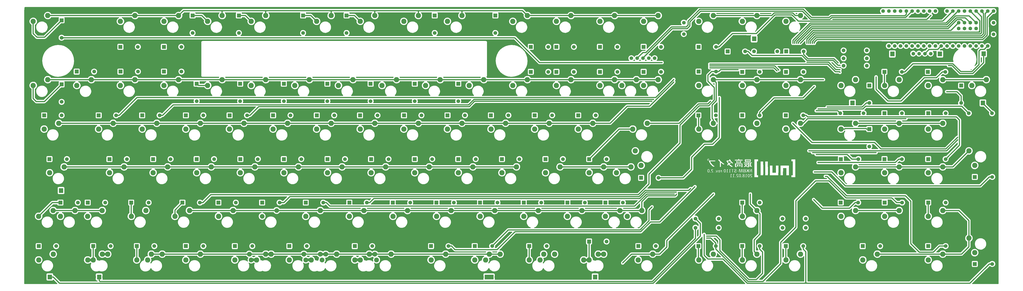
<source format=gbr>
G04 #@! TF.FileFunction,Copper,L2,Bot,Signal*
%FSLAX46Y46*%
G04 Gerber Fmt 4.6, Leading zero omitted, Abs format (unit mm)*
G04 Created by KiCad (PCBNEW 4.0.5+dfsg1-4) date Sun Feb 11 23:43:15 2018*
%MOMM*%
%LPD*%
G01*
G04 APERTURE LIST*
%ADD10C,0.100000*%
%ADD11C,0.010000*%
%ADD12C,1.600000*%
%ADD13R,1.600000X1.600000*%
%ADD14C,2.100000*%
%ADD15C,2.286000*%
%ADD16R,1.651000X1.651000*%
%ADD17C,1.651000*%
%ADD18O,1.905000X2.159000*%
%ADD19R,1.905000X2.159000*%
%ADD20O,2.905000X2.159000*%
%ADD21R,3.905000X2.159000*%
%ADD22C,2.032000*%
%ADD23C,0.500000*%
%ADD24C,0.500000*%
%ADD25C,1.000000*%
%ADD26C,2.000000*%
%ADD27C,0.300000*%
%ADD28C,0.350000*%
G04 APERTURE END LIST*
D10*
D11*
G36*
X356058667Y-91549333D02*
X314741334Y-91549333D01*
X314741334Y-89707833D01*
X326023167Y-89707833D01*
X326023167Y-89898333D01*
X326827500Y-89898333D01*
X326827500Y-89707833D01*
X327123834Y-89707833D01*
X327123834Y-89898333D01*
X327928167Y-89898333D01*
X327928167Y-89707833D01*
X327653000Y-89707833D01*
X327653000Y-89623167D01*
X328224500Y-89623167D01*
X328224500Y-89898333D01*
X328499667Y-89898333D01*
X328499667Y-89707833D01*
X328732500Y-89707833D01*
X328732500Y-89898333D01*
X329642667Y-89898333D01*
X329642667Y-89796009D01*
X329633620Y-89725822D01*
X329604590Y-89649648D01*
X329552742Y-89563237D01*
X329475245Y-89462342D01*
X329369264Y-89342712D01*
X329273313Y-89242167D01*
X329232465Y-89199833D01*
X329812528Y-89199833D01*
X329823122Y-89381485D01*
X329853172Y-89543799D01*
X329900817Y-89681729D01*
X329964201Y-89790228D01*
X330041464Y-89864249D01*
X330061561Y-89876163D01*
X330137499Y-89902122D01*
X330234863Y-89916440D01*
X330337530Y-89918601D01*
X330429383Y-89908085D01*
X330485093Y-89889761D01*
X330571157Y-89826803D01*
X330643581Y-89732190D01*
X330684091Y-89654653D01*
X330697467Y-89623167D01*
X330955000Y-89623167D01*
X330955000Y-89898333D01*
X331230167Y-89898333D01*
X331230167Y-89623167D01*
X330955000Y-89623167D01*
X330697467Y-89623167D01*
X330702630Y-89611014D01*
X330715785Y-89568005D01*
X330722588Y-89528288D01*
X331441834Y-89528288D01*
X331458196Y-89657220D01*
X331508254Y-89760951D01*
X331593464Y-89841713D01*
X331674818Y-89885782D01*
X331756734Y-89907746D01*
X331863259Y-89918035D01*
X331978369Y-89916854D01*
X332086041Y-89904409D01*
X332170253Y-89880907D01*
X332173747Y-89879361D01*
X332274158Y-89811933D01*
X332346378Y-89717986D01*
X332349939Y-89707833D01*
X332584834Y-89707833D01*
X332584834Y-89898333D01*
X333389167Y-89898333D01*
X333389167Y-89707833D01*
X333114000Y-89707833D01*
X333114000Y-89208152D01*
X333114009Y-89199833D01*
X333643694Y-89199833D01*
X333654289Y-89381485D01*
X333684338Y-89543799D01*
X333731984Y-89681729D01*
X333795367Y-89790228D01*
X333872630Y-89864249D01*
X333892727Y-89876163D01*
X333968666Y-89902122D01*
X334066029Y-89916440D01*
X334168697Y-89918601D01*
X334260550Y-89908085D01*
X334316260Y-89889761D01*
X334402324Y-89826803D01*
X334474747Y-89732190D01*
X334487472Y-89707833D01*
X334765000Y-89707833D01*
X334765000Y-89898333D01*
X335675167Y-89898333D01*
X335675167Y-89796009D01*
X335666120Y-89725822D01*
X335637090Y-89649648D01*
X335585242Y-89563237D01*
X335507745Y-89462342D01*
X335401764Y-89342712D01*
X335305813Y-89242167D01*
X335209636Y-89142492D01*
X335139725Y-89066334D01*
X335091976Y-89007716D01*
X335062289Y-88960660D01*
X335046560Y-88919188D01*
X335040689Y-88877322D01*
X335040167Y-88855065D01*
X335049814Y-88767902D01*
X335082018Y-88710808D01*
X335141667Y-88675381D01*
X335145553Y-88673994D01*
X335228566Y-88664838D01*
X335304145Y-88691122D01*
X335363055Y-88745991D01*
X335396060Y-88822590D01*
X335400000Y-88862842D01*
X335403332Y-88889613D01*
X335420403Y-88901021D01*
X335461827Y-88900271D01*
X335506091Y-88894880D01*
X335590639Y-88882090D01*
X335640427Y-88868421D01*
X335662872Y-88849379D01*
X335665393Y-88820470D01*
X335661462Y-88800751D01*
X335613776Y-88668557D01*
X335541058Y-88569610D01*
X335441680Y-88502693D01*
X335314011Y-88466593D01*
X335203089Y-88459000D01*
X335061765Y-88470785D01*
X334951312Y-88507709D01*
X334866926Y-88572126D01*
X334811908Y-88650616D01*
X334780647Y-88720025D01*
X334768855Y-88785633D01*
X334771432Y-88863026D01*
X334784003Y-88944419D01*
X334804813Y-89020325D01*
X334817874Y-89051584D01*
X334844609Y-89089153D01*
X334896180Y-89149692D01*
X334966842Y-89226896D01*
X335050853Y-89314462D01*
X335127109Y-89390991D01*
X335214440Y-89478377D01*
X335290196Y-89556588D01*
X335349565Y-89620459D01*
X335387738Y-89664824D01*
X335400000Y-89683974D01*
X335383419Y-89694248D01*
X335332114Y-89701522D01*
X335243743Y-89705972D01*
X335115963Y-89707775D01*
X335082500Y-89707833D01*
X334765000Y-89707833D01*
X334487472Y-89707833D01*
X334515258Y-89654653D01*
X334533797Y-89611014D01*
X334546952Y-89568005D01*
X334555631Y-89517330D01*
X334560744Y-89450691D01*
X334563199Y-89359790D01*
X334563905Y-89236330D01*
X334563917Y-89210417D01*
X334562246Y-89052085D01*
X334556368Y-88928451D01*
X334544981Y-88831978D01*
X334526784Y-88755129D01*
X334500477Y-88690367D01*
X334464758Y-88630158D01*
X334463420Y-88628185D01*
X334407502Y-88555921D01*
X334350221Y-88509022D01*
X334280418Y-88482442D01*
X334186932Y-88471135D01*
X334112573Y-88469583D01*
X334018313Y-88471128D01*
X333954189Y-88477345D01*
X333908070Y-88490607D01*
X333867821Y-88513286D01*
X333859540Y-88519066D01*
X333780761Y-88600084D01*
X333718785Y-88717039D01*
X333674678Y-88866572D01*
X333649505Y-89045319D01*
X333643694Y-89199833D01*
X333114009Y-89199833D01*
X333114176Y-89050179D01*
X333114950Y-88929722D01*
X333116690Y-88841964D01*
X333119766Y-88782086D01*
X333124545Y-88745274D01*
X333131398Y-88726708D01*
X333140691Y-88721573D01*
X333151042Y-88724277D01*
X333235905Y-88758488D01*
X333307720Y-88783745D01*
X333357437Y-88797111D01*
X333375429Y-88797077D01*
X333383995Y-88771837D01*
X333394280Y-88719694D01*
X333398534Y-88691833D01*
X333411862Y-88596583D01*
X333242806Y-88517208D01*
X333135408Y-88471284D01*
X333049621Y-88446079D01*
X332972497Y-88437868D01*
X332966875Y-88437833D01*
X332860000Y-88437833D01*
X332860000Y-89707833D01*
X332584834Y-89707833D01*
X332349939Y-89707833D01*
X332385595Y-89606191D01*
X332388112Y-89492892D01*
X332362449Y-89397697D01*
X332309191Y-89317659D01*
X332224379Y-89244150D01*
X332140618Y-89183474D01*
X332211580Y-89129348D01*
X332293287Y-89043890D01*
X332338663Y-88938707D01*
X332348757Y-88811260D01*
X332347979Y-88798738D01*
X332322049Y-88675028D01*
X332264233Y-88579126D01*
X332174635Y-88511111D01*
X332053359Y-88471067D01*
X331912779Y-88459000D01*
X331795823Y-88464141D01*
X331708035Y-88482070D01*
X331637225Y-88516543D01*
X331582102Y-88560888D01*
X331510317Y-88652321D01*
X331472367Y-88754857D01*
X331467899Y-88859985D01*
X331496557Y-88959195D01*
X331557989Y-89043979D01*
X331603688Y-89080137D01*
X331648123Y-89111385D01*
X331672171Y-89133133D01*
X331673602Y-89136333D01*
X331657432Y-89153434D01*
X331616834Y-89185214D01*
X331587779Y-89205933D01*
X331509669Y-89278745D01*
X331462378Y-89370905D01*
X331442782Y-89489308D01*
X331441834Y-89528288D01*
X330722588Y-89528288D01*
X330724465Y-89517330D01*
X330729578Y-89450691D01*
X330732033Y-89359790D01*
X330732739Y-89236330D01*
X330732750Y-89210417D01*
X330731080Y-89052085D01*
X330725201Y-88928451D01*
X330713814Y-88831978D01*
X330695617Y-88755129D01*
X330669310Y-88690367D01*
X330633592Y-88630158D01*
X330632254Y-88628185D01*
X330576335Y-88555921D01*
X330519055Y-88509022D01*
X330449252Y-88482442D01*
X330355765Y-88471135D01*
X330281406Y-88469583D01*
X330187146Y-88471128D01*
X330123023Y-88477345D01*
X330076903Y-88490607D01*
X330036654Y-88513286D01*
X330028374Y-88519066D01*
X329949594Y-88600084D01*
X329887618Y-88717039D01*
X329843511Y-88866572D01*
X329818338Y-89045319D01*
X329812528Y-89199833D01*
X329232465Y-89199833D01*
X329177136Y-89142492D01*
X329107225Y-89066334D01*
X329059476Y-89007716D01*
X329029789Y-88960660D01*
X329014060Y-88919188D01*
X329008189Y-88877322D01*
X329007667Y-88855065D01*
X329017314Y-88767902D01*
X329049518Y-88710808D01*
X329109167Y-88675381D01*
X329113053Y-88673994D01*
X329196066Y-88664838D01*
X329271645Y-88691122D01*
X329330555Y-88745991D01*
X329363560Y-88822590D01*
X329367500Y-88862842D01*
X329370832Y-88889613D01*
X329387903Y-88901021D01*
X329429327Y-88900271D01*
X329473591Y-88894880D01*
X329558139Y-88882090D01*
X329607927Y-88868421D01*
X329630372Y-88849379D01*
X329632893Y-88820470D01*
X329628962Y-88800751D01*
X329581276Y-88668557D01*
X329508558Y-88569610D01*
X329409180Y-88502693D01*
X329281511Y-88466593D01*
X329170589Y-88459000D01*
X329029265Y-88470785D01*
X328918812Y-88507709D01*
X328834426Y-88572126D01*
X328779408Y-88650616D01*
X328748147Y-88720025D01*
X328736355Y-88785633D01*
X328738932Y-88863026D01*
X328751503Y-88944419D01*
X328772313Y-89020325D01*
X328785374Y-89051584D01*
X328812109Y-89089153D01*
X328863680Y-89149692D01*
X328934342Y-89226896D01*
X329018353Y-89314462D01*
X329094609Y-89390991D01*
X329181940Y-89478377D01*
X329257696Y-89556588D01*
X329317065Y-89620459D01*
X329355238Y-89664824D01*
X329367500Y-89683974D01*
X329350919Y-89694248D01*
X329299614Y-89701522D01*
X329211243Y-89705972D01*
X329083463Y-89707775D01*
X329050000Y-89707833D01*
X328732500Y-89707833D01*
X328499667Y-89707833D01*
X328499667Y-89623167D01*
X328224500Y-89623167D01*
X327653000Y-89623167D01*
X327653000Y-89208152D01*
X327653176Y-89050179D01*
X327653950Y-88929722D01*
X327655690Y-88841964D01*
X327658766Y-88782086D01*
X327663545Y-88745274D01*
X327670398Y-88726708D01*
X327679691Y-88721573D01*
X327690042Y-88724277D01*
X327774905Y-88758488D01*
X327846720Y-88783745D01*
X327896437Y-88797111D01*
X327914429Y-88797077D01*
X327922995Y-88771837D01*
X327933280Y-88719694D01*
X327937534Y-88691833D01*
X327950862Y-88596583D01*
X327781806Y-88517208D01*
X327674408Y-88471284D01*
X327588621Y-88446079D01*
X327511497Y-88437868D01*
X327505875Y-88437833D01*
X327399000Y-88437833D01*
X327399000Y-89707833D01*
X327123834Y-89707833D01*
X326827500Y-89707833D01*
X326552334Y-89707833D01*
X326552334Y-89208152D01*
X326552509Y-89050179D01*
X326553283Y-88929722D01*
X326555023Y-88841964D01*
X326558099Y-88782086D01*
X326562879Y-88745274D01*
X326569731Y-88726708D01*
X326579025Y-88721573D01*
X326589375Y-88724277D01*
X326674238Y-88758488D01*
X326746053Y-88783745D01*
X326795770Y-88797111D01*
X326813762Y-88797077D01*
X326822328Y-88771837D01*
X326832613Y-88719694D01*
X326836868Y-88691833D01*
X326850195Y-88596583D01*
X326681140Y-88517208D01*
X326573741Y-88471284D01*
X326487955Y-88446079D01*
X326410830Y-88437868D01*
X326405209Y-88437833D01*
X326298334Y-88437833D01*
X326298334Y-89707833D01*
X326023167Y-89707833D01*
X314741334Y-89707833D01*
X314741334Y-87104333D01*
X316096528Y-87104333D01*
X316107122Y-87285985D01*
X316137172Y-87448299D01*
X316184817Y-87586229D01*
X316248201Y-87694728D01*
X316325464Y-87768749D01*
X316345561Y-87780663D01*
X316421499Y-87806622D01*
X316518863Y-87820940D01*
X316621530Y-87823101D01*
X316713383Y-87812585D01*
X316769093Y-87794261D01*
X316855157Y-87731303D01*
X316927581Y-87636690D01*
X316968091Y-87559153D01*
X316981467Y-87527667D01*
X317239000Y-87527667D01*
X317239000Y-87802833D01*
X317514167Y-87802833D01*
X317514167Y-87612333D01*
X317747000Y-87612333D01*
X317747000Y-87802833D01*
X318657167Y-87802833D01*
X318657167Y-87700509D01*
X318648120Y-87630322D01*
X318619090Y-87554148D01*
X318603201Y-87527667D01*
X319419167Y-87527667D01*
X319419167Y-87802833D01*
X319694334Y-87802833D01*
X319694334Y-87527667D01*
X319419167Y-87527667D01*
X318603201Y-87527667D01*
X318567242Y-87467737D01*
X318489745Y-87366842D01*
X318383764Y-87247212D01*
X318287813Y-87146667D01*
X318191636Y-87046992D01*
X318121725Y-86970834D01*
X318073976Y-86912216D01*
X318044289Y-86865160D01*
X318028560Y-86823688D01*
X318022689Y-86781822D01*
X318022167Y-86759565D01*
X318031814Y-86672402D01*
X318064018Y-86615308D01*
X318123667Y-86579881D01*
X318127553Y-86578494D01*
X318210566Y-86569338D01*
X318286145Y-86595622D01*
X318345055Y-86650491D01*
X318378060Y-86727090D01*
X318382000Y-86767342D01*
X318385332Y-86794113D01*
X318402403Y-86805521D01*
X318443827Y-86804771D01*
X318488091Y-86799380D01*
X318571032Y-86786833D01*
X319742005Y-86786833D01*
X319897636Y-87267814D01*
X319941800Y-87404097D01*
X319981968Y-87527667D01*
X320016201Y-87632584D01*
X320042556Y-87712907D01*
X320059095Y-87762698D01*
X320063637Y-87775814D01*
X320088803Y-87791834D01*
X320150929Y-87800660D01*
X320230906Y-87802833D01*
X320387808Y-87802833D01*
X320411360Y-87712875D01*
X320425057Y-87665326D01*
X320449500Y-87585270D01*
X320482268Y-87480434D01*
X320520944Y-87358545D01*
X320552530Y-87260247D01*
X320816167Y-87260247D01*
X320816167Y-87358333D01*
X321519959Y-87358333D01*
X321506485Y-87427125D01*
X321470365Y-87521952D01*
X321408667Y-87592041D01*
X321329338Y-87632563D01*
X321240327Y-87638692D01*
X321183771Y-87623105D01*
X321113747Y-87575012D01*
X321084994Y-87528037D01*
X321060431Y-87483892D01*
X321033867Y-87464231D01*
X321032566Y-87464167D01*
X320984012Y-87469881D01*
X320924093Y-87484101D01*
X320866952Y-87502446D01*
X320826728Y-87520533D01*
X320816167Y-87531230D01*
X320833373Y-87589916D01*
X320879018Y-87657971D01*
X320944138Y-87724933D01*
X321019773Y-87780339D01*
X321038417Y-87790713D01*
X321105620Y-87811436D01*
X321198727Y-87822500D01*
X321302433Y-87823932D01*
X321401433Y-87815761D01*
X321480420Y-87798013D01*
X321499843Y-87789880D01*
X321615664Y-87711807D01*
X321698068Y-87610242D01*
X321747896Y-87483486D01*
X321765988Y-87329837D01*
X321764226Y-87255180D01*
X321739659Y-87094327D01*
X321687173Y-86964900D01*
X321607186Y-86867336D01*
X321500118Y-86802067D01*
X321453049Y-86790615D01*
X321877847Y-86790615D01*
X321882326Y-86813292D01*
X321891687Y-86869514D01*
X321895378Y-86929708D01*
X321901831Y-86976527D01*
X321917161Y-86998302D01*
X321918926Y-86998500D01*
X321982029Y-87015315D01*
X322051696Y-87059063D01*
X322113889Y-87119695D01*
X322139805Y-87156572D01*
X322161296Y-87196296D01*
X322175932Y-87235061D01*
X322185016Y-87282042D01*
X322189850Y-87346411D01*
X322191736Y-87437341D01*
X322192000Y-87524234D01*
X322192000Y-87802833D01*
X322446000Y-87802833D01*
X322446000Y-87104333D01*
X323229694Y-87104333D01*
X323240289Y-87285985D01*
X323270338Y-87448299D01*
X323317984Y-87586229D01*
X323381367Y-87694728D01*
X323458630Y-87768749D01*
X323478727Y-87780663D01*
X323554666Y-87806622D01*
X323652029Y-87820940D01*
X323754697Y-87823101D01*
X323846550Y-87812585D01*
X323902260Y-87794261D01*
X323988324Y-87731303D01*
X324060747Y-87636690D01*
X324073472Y-87612333D01*
X324372167Y-87612333D01*
X324372167Y-87802833D01*
X325176500Y-87802833D01*
X325176500Y-87612333D01*
X325472834Y-87612333D01*
X325472834Y-87802833D01*
X326277167Y-87802833D01*
X326277167Y-87612333D01*
X326002000Y-87612333D01*
X326002000Y-87112652D01*
X326002176Y-86954679D01*
X326002950Y-86834222D01*
X326004690Y-86746464D01*
X326007766Y-86686586D01*
X326012545Y-86649774D01*
X326019398Y-86631208D01*
X326028691Y-86626073D01*
X326039042Y-86628777D01*
X326123905Y-86662988D01*
X326195720Y-86688245D01*
X326245437Y-86701611D01*
X326263429Y-86701577D01*
X326271995Y-86676337D01*
X326282280Y-86624194D01*
X326286534Y-86596333D01*
X326299862Y-86501083D01*
X326130806Y-86421708D01*
X326023408Y-86375784D01*
X325937621Y-86350579D01*
X325860497Y-86342368D01*
X325854875Y-86342333D01*
X325748000Y-86342333D01*
X325748000Y-87612333D01*
X325472834Y-87612333D01*
X325176500Y-87612333D01*
X324901334Y-87612333D01*
X324901334Y-87112652D01*
X324901509Y-86954679D01*
X324902283Y-86834222D01*
X324904023Y-86746464D01*
X324907099Y-86686586D01*
X324911879Y-86649774D01*
X324918731Y-86631208D01*
X324928025Y-86626073D01*
X324938375Y-86628777D01*
X325023238Y-86662988D01*
X325095053Y-86688245D01*
X325144770Y-86701611D01*
X325162762Y-86701577D01*
X325171328Y-86676337D01*
X325181613Y-86624194D01*
X325185868Y-86596333D01*
X325199195Y-86501083D01*
X325030140Y-86421708D01*
X324922741Y-86375784D01*
X324836955Y-86350579D01*
X324759830Y-86342368D01*
X324754209Y-86342333D01*
X324647334Y-86342333D01*
X324647334Y-87612333D01*
X324372167Y-87612333D01*
X324073472Y-87612333D01*
X324101258Y-87559153D01*
X324119797Y-87515514D01*
X324132952Y-87472505D01*
X324141631Y-87421830D01*
X324146744Y-87355191D01*
X324149199Y-87264290D01*
X324149905Y-87140830D01*
X324149917Y-87114917D01*
X324148246Y-86956585D01*
X324142368Y-86832951D01*
X324130981Y-86736478D01*
X324112784Y-86659629D01*
X324086477Y-86594867D01*
X324050758Y-86534658D01*
X324049420Y-86532685D01*
X323993502Y-86460421D01*
X323936221Y-86413522D01*
X323866418Y-86386942D01*
X323772932Y-86375635D01*
X323698573Y-86374083D01*
X323604313Y-86375628D01*
X323540189Y-86381845D01*
X323494070Y-86395107D01*
X323453821Y-86417786D01*
X323445540Y-86423566D01*
X323366761Y-86504584D01*
X323304785Y-86621539D01*
X323260678Y-86771072D01*
X323235505Y-86949819D01*
X323229694Y-87104333D01*
X322446000Y-87104333D01*
X322446000Y-86786833D01*
X322213167Y-86786833D01*
X322213009Y-86987917D01*
X322170948Y-86918931D01*
X322109284Y-86846517D01*
X322029938Y-86792656D01*
X321947698Y-86766757D01*
X321930240Y-86765746D01*
X321888154Y-86770243D01*
X321877847Y-86790615D01*
X321453049Y-86790615D01*
X321366387Y-86769530D01*
X321292580Y-86765667D01*
X321169436Y-86773994D01*
X321073861Y-86802275D01*
X320993837Y-86855461D01*
X320939989Y-86910919D01*
X320863445Y-87027747D01*
X320823625Y-87159413D01*
X320816167Y-87260247D01*
X320552530Y-87260247D01*
X320563108Y-87227331D01*
X320570377Y-87204875D01*
X320705843Y-86786833D01*
X320419012Y-86786833D01*
X320328871Y-87151958D01*
X320298946Y-87271640D01*
X320271683Y-87377815D01*
X320248979Y-87463318D01*
X320232732Y-87520984D01*
X320225386Y-87542820D01*
X320216171Y-87531577D01*
X320198375Y-87485055D01*
X320173844Y-87409006D01*
X320144420Y-87309180D01*
X320111947Y-87191331D01*
X320108317Y-87177695D01*
X320004592Y-86786833D01*
X319742005Y-86786833D01*
X318571032Y-86786833D01*
X318572639Y-86786590D01*
X318622427Y-86772921D01*
X318644872Y-86753879D01*
X318647393Y-86724970D01*
X318643462Y-86705251D01*
X318595776Y-86573057D01*
X318523058Y-86474110D01*
X318423680Y-86407193D01*
X318296011Y-86371093D01*
X318185089Y-86363500D01*
X318043765Y-86375285D01*
X317933312Y-86412209D01*
X317848926Y-86476626D01*
X317793908Y-86555116D01*
X317762647Y-86624525D01*
X317750855Y-86690133D01*
X317753432Y-86767526D01*
X317766003Y-86848919D01*
X317786813Y-86924825D01*
X317799874Y-86956084D01*
X317826609Y-86993653D01*
X317878180Y-87054192D01*
X317948842Y-87131396D01*
X318032853Y-87218962D01*
X318109109Y-87295491D01*
X318196440Y-87382877D01*
X318272196Y-87461088D01*
X318331565Y-87524959D01*
X318369738Y-87569324D01*
X318382000Y-87588474D01*
X318365419Y-87598748D01*
X318314114Y-87606022D01*
X318225743Y-87610472D01*
X318097963Y-87612275D01*
X318064500Y-87612333D01*
X317747000Y-87612333D01*
X317514167Y-87612333D01*
X317514167Y-87527667D01*
X317239000Y-87527667D01*
X316981467Y-87527667D01*
X316986630Y-87515514D01*
X316999785Y-87472505D01*
X317008465Y-87421830D01*
X317013578Y-87355191D01*
X317016033Y-87264290D01*
X317016739Y-87140830D01*
X317016750Y-87114917D01*
X317015080Y-86956585D01*
X317009201Y-86832951D01*
X316997814Y-86736478D01*
X316979617Y-86659629D01*
X316953310Y-86594867D01*
X316917592Y-86534658D01*
X316916254Y-86532685D01*
X316860335Y-86460421D01*
X316803055Y-86413522D01*
X316733252Y-86386942D01*
X316639765Y-86375635D01*
X316565406Y-86374083D01*
X316471146Y-86375628D01*
X316407023Y-86381845D01*
X316360903Y-86395107D01*
X316320654Y-86417786D01*
X316312374Y-86423566D01*
X316233594Y-86504584D01*
X316171618Y-86621539D01*
X316127511Y-86771072D01*
X316102338Y-86949819D01*
X316096528Y-87104333D01*
X314741334Y-87104333D01*
X314741334Y-86321167D01*
X326488834Y-86321167D01*
X326488834Y-86532833D01*
X326933334Y-86532833D01*
X326933334Y-87802833D01*
X327208500Y-87802833D01*
X327208500Y-87400295D01*
X327758834Y-87400295D01*
X327769916Y-87528418D01*
X327805691Y-87629815D01*
X327869946Y-87714573D01*
X327880840Y-87725132D01*
X327949398Y-87778690D01*
X328026358Y-87814181D01*
X328121051Y-87834040D01*
X328242810Y-87840704D01*
X328320041Y-87839759D01*
X328422808Y-87835588D01*
X328495425Y-87828190D01*
X328550068Y-87815099D01*
X328598913Y-87793848D01*
X328628619Y-87777260D01*
X328713661Y-87711421D01*
X328787636Y-87625348D01*
X328838658Y-87533937D01*
X328849737Y-87500183D01*
X328853379Y-87467749D01*
X328838061Y-87445725D01*
X328794947Y-87425397D01*
X328762133Y-87413803D01*
X328681504Y-87389112D01*
X328629429Y-87383743D01*
X328595598Y-87400229D01*
X328569703Y-87441103D01*
X328559819Y-87463511D01*
X328504221Y-87551987D01*
X328424884Y-87606645D01*
X328319749Y-87628620D01*
X328261832Y-87628046D01*
X328154298Y-87609247D01*
X328081794Y-87568006D01*
X328042590Y-87502876D01*
X328034000Y-87437682D01*
X328043335Y-87370909D01*
X328074604Y-87315257D01*
X328132706Y-87266762D01*
X328222540Y-87221455D01*
X328349004Y-87175372D01*
X328363910Y-87170550D01*
X328486477Y-87125500D01*
X329050000Y-87125500D01*
X329050000Y-87316000D01*
X329621500Y-87316000D01*
X329621500Y-87125500D01*
X329050000Y-87125500D01*
X328486477Y-87125500D01*
X328517567Y-87114073D01*
X328633142Y-87053297D01*
X328714889Y-86983715D01*
X328767059Y-86900821D01*
X328793903Y-86800109D01*
X328799986Y-86708412D01*
X328797555Y-86625494D01*
X328785927Y-86566899D01*
X328760349Y-86514849D01*
X328740183Y-86484789D01*
X328666119Y-86402641D01*
X328575307Y-86347196D01*
X328482433Y-86321167D01*
X329917834Y-86321167D01*
X329917834Y-87802833D01*
X330193000Y-87802833D01*
X330195188Y-87194292D01*
X330196229Y-87012683D01*
X330197968Y-86871060D01*
X330200509Y-86767077D01*
X330203956Y-86698390D01*
X330208414Y-86662654D01*
X330213986Y-86657525D01*
X330218487Y-86670417D01*
X330232369Y-86725284D01*
X330253915Y-86809463D01*
X330281356Y-86916133D01*
X330312926Y-87038472D01*
X330346856Y-87169661D01*
X330381377Y-87302879D01*
X330414723Y-87431304D01*
X330445125Y-87548116D01*
X330470814Y-87646495D01*
X330490023Y-87719619D01*
X330500985Y-87760669D01*
X330502425Y-87765792D01*
X330514509Y-87784949D01*
X330542706Y-87796242D01*
X330595925Y-87801570D01*
X330676318Y-87802833D01*
X330839284Y-87802833D01*
X330999282Y-87162542D01*
X331159280Y-86522250D01*
X331149469Y-87162542D01*
X331139658Y-87802833D01*
X331399500Y-87802833D01*
X331399500Y-87331322D01*
X331663369Y-87331322D01*
X331664030Y-87455818D01*
X331675030Y-87508005D01*
X331718611Y-87601350D01*
X331791010Y-87687555D01*
X331879210Y-87752996D01*
X331930626Y-87775488D01*
X331975212Y-87783165D01*
X332053570Y-87790013D01*
X332157143Y-87795551D01*
X332277371Y-87799297D01*
X332378459Y-87800672D01*
X332754167Y-87802833D01*
X332754167Y-87782772D01*
X332956637Y-87782772D01*
X332964136Y-87794985D01*
X332995138Y-87800871D01*
X333057219Y-87802714D01*
X333100688Y-87802833D01*
X333258199Y-87802833D01*
X333453793Y-87480042D01*
X333517824Y-87374816D01*
X333574877Y-87281896D01*
X333621114Y-87207469D01*
X333652695Y-87157720D01*
X333665270Y-87139315D01*
X333687060Y-87143236D01*
X333726070Y-87172496D01*
X333756838Y-87202815D01*
X333832521Y-87284250D01*
X333833094Y-87543542D01*
X333833667Y-87802833D01*
X334108834Y-87802833D01*
X334108834Y-86321167D01*
X334447500Y-86321167D01*
X334447500Y-87802833D01*
X334779286Y-87802833D01*
X335008605Y-87310708D01*
X335074278Y-87169116D01*
X335136833Y-87033023D01*
X335193115Y-86909387D01*
X335239972Y-86805163D01*
X335274248Y-86727309D01*
X335289328Y-86691583D01*
X335316094Y-86626062D01*
X335335807Y-86578949D01*
X335343908Y-86561025D01*
X335344509Y-86580395D01*
X335344666Y-86636912D01*
X335344406Y-86725390D01*
X335343753Y-86840645D01*
X335342733Y-86977493D01*
X335341370Y-87130749D01*
X335340889Y-87180150D01*
X335334694Y-87802833D01*
X335590500Y-87802833D01*
X335590500Y-86321167D01*
X335384125Y-86321815D01*
X335177750Y-86322464D01*
X334999761Y-86708107D01*
X334939949Y-86839541D01*
X334881830Y-86970583D01*
X334829544Y-87091650D01*
X334787233Y-87193160D01*
X334759959Y-87262996D01*
X334731290Y-87340389D01*
X334708196Y-87400673D01*
X334694375Y-87434280D01*
X334692338Y-87438051D01*
X334691173Y-87419393D01*
X334690845Y-87363836D01*
X334691311Y-87276805D01*
X334692524Y-87163727D01*
X334694439Y-87030025D01*
X334696985Y-86882513D01*
X334707440Y-86321167D01*
X334447500Y-86321167D01*
X334108834Y-86321167D01*
X333834799Y-86321167D01*
X333828941Y-86633169D01*
X333823084Y-86945172D01*
X333569084Y-86634393D01*
X333315084Y-86323615D01*
X333147352Y-86322391D01*
X332979621Y-86321167D01*
X333021514Y-86368792D01*
X333049865Y-86401147D01*
X333100009Y-86458499D01*
X333165912Y-86533939D01*
X333241539Y-86620561D01*
X333279206Y-86663721D01*
X333495005Y-86911026D01*
X333240973Y-87316042D01*
X333166395Y-87435206D01*
X333098499Y-87544179D01*
X333040843Y-87637217D01*
X332996980Y-87708573D01*
X332970466Y-87752502D01*
X332965059Y-87761946D01*
X332956637Y-87782772D01*
X332754167Y-87782772D01*
X332754167Y-86318601D01*
X332357292Y-86325175D01*
X332212098Y-86328147D01*
X332102470Y-86332024D01*
X332021641Y-86337457D01*
X331962846Y-86345098D01*
X331919317Y-86355601D01*
X331884288Y-86369616D01*
X331881375Y-86371045D01*
X331792068Y-86437246D01*
X331734821Y-86531032D01*
X331709728Y-86652233D01*
X331708533Y-86682450D01*
X331717386Y-86785494D01*
X331751429Y-86866084D01*
X331817073Y-86935717D01*
X331871977Y-86975497D01*
X331949552Y-87026577D01*
X331869442Y-87062443D01*
X331768632Y-87128773D01*
X331699089Y-87220353D01*
X331663369Y-87331322D01*
X331399500Y-87331322D01*
X331399500Y-86321167D01*
X330962874Y-86321167D01*
X330852775Y-86770958D01*
X330817565Y-86915872D01*
X330783299Y-87058836D01*
X330752179Y-87190526D01*
X330726403Y-87301619D01*
X330708173Y-87382789D01*
X330705651Y-87394494D01*
X330668625Y-87568239D01*
X330536241Y-87023497D01*
X330499668Y-86873406D01*
X330465284Y-86733048D01*
X330434679Y-86608858D01*
X330409445Y-86507270D01*
X330391171Y-86434719D01*
X330382100Y-86399961D01*
X330360344Y-86321167D01*
X329917834Y-86321167D01*
X328482433Y-86321167D01*
X328459835Y-86314834D01*
X328342994Y-86303065D01*
X328203068Y-86303841D01*
X328092627Y-86322719D01*
X328001755Y-86362314D01*
X327937152Y-86410076D01*
X327883315Y-86466948D01*
X327835666Y-86533817D01*
X327800846Y-86599180D01*
X327785501Y-86651536D01*
X327787304Y-86669502D01*
X327811918Y-86688577D01*
X327863562Y-86710243D01*
X327927575Y-86729734D01*
X327989299Y-86742281D01*
X328017954Y-86744500D01*
X328043247Y-86726490D01*
X328068915Y-86682065D01*
X328073220Y-86671057D01*
X328123932Y-86586411D01*
X328199949Y-86531844D01*
X328294226Y-86510125D01*
X328399724Y-86524023D01*
X328425160Y-86532672D01*
X328482322Y-86574534D01*
X328515211Y-86639491D01*
X328522770Y-86715241D01*
X328503947Y-86789481D01*
X328457685Y-86849908D01*
X328452687Y-86853838D01*
X328409841Y-86876904D01*
X328340119Y-86905075D01*
X328257599Y-86932738D01*
X328246330Y-86936103D01*
X328082295Y-86990772D01*
X327956643Y-87048801D01*
X327865427Y-87113950D01*
X327804697Y-87189979D01*
X327770506Y-87280647D01*
X327758904Y-87389713D01*
X327758834Y-87400295D01*
X327208500Y-87400295D01*
X327208500Y-86532833D01*
X327653000Y-86532833D01*
X327653000Y-86321167D01*
X326488834Y-86321167D01*
X314741334Y-86321167D01*
X314741334Y-82859114D01*
X316715294Y-82859114D01*
X316724740Y-82898344D01*
X316747613Y-82932867D01*
X316771271Y-82971500D01*
X316808865Y-83040704D01*
X316856364Y-83132720D01*
X316909739Y-83239785D01*
X316949691Y-83322133D01*
X317080090Y-83583300D01*
X317206210Y-83811650D01*
X317333690Y-84015523D01*
X317468169Y-84203259D01*
X317615286Y-84383196D01*
X317780680Y-84563675D01*
X317808988Y-84592925D01*
X318080758Y-84853472D01*
X318352107Y-85077187D01*
X318602188Y-85250446D01*
X318710403Y-85314682D01*
X318794326Y-85353298D01*
X318862689Y-85367166D01*
X318924220Y-85357155D01*
X318987649Y-85324137D01*
X319030834Y-85293200D01*
X319108336Y-85239060D01*
X319193614Y-85186717D01*
X319232100Y-85165843D01*
X319288725Y-85135659D01*
X319325913Y-85112976D01*
X319334500Y-85105075D01*
X319317241Y-85091741D01*
X319270550Y-85062588D01*
X319202063Y-85022252D01*
X319138709Y-84986169D01*
X318943300Y-84871674D01*
X318774175Y-84760995D01*
X318619369Y-84645029D01*
X318466922Y-84514672D01*
X318304873Y-84360822D01*
X318265361Y-84321532D01*
X318157729Y-84210514D01*
X318050464Y-84094090D01*
X317951741Y-83981513D01*
X317869732Y-83882036D01*
X317825466Y-83823500D01*
X317774783Y-83747528D01*
X317715944Y-83651540D01*
X317652657Y-83542491D01*
X317588632Y-83427339D01*
X317527577Y-83313040D01*
X317473203Y-83206551D01*
X317429218Y-83114830D01*
X317399332Y-83044833D01*
X317387254Y-83003516D01*
X317387167Y-83001456D01*
X317391309Y-82994376D01*
X317405949Y-82988569D01*
X317434412Y-82983976D01*
X317480018Y-82980535D01*
X317546093Y-82978187D01*
X317635957Y-82976873D01*
X317752934Y-82976531D01*
X317900347Y-82977102D01*
X318081518Y-82978526D01*
X318299771Y-82980744D01*
X318444357Y-82982366D01*
X318693812Y-82985019D01*
X318903909Y-82986748D01*
X319077614Y-82987513D01*
X319217892Y-82987273D01*
X319327711Y-82985991D01*
X319410036Y-82983626D01*
X319467832Y-82980140D01*
X319504067Y-82975492D01*
X319521705Y-82969643D01*
X319523519Y-82968035D01*
X319534219Y-82936544D01*
X319545163Y-82873320D01*
X319554754Y-82788923D01*
X319559252Y-82731654D01*
X319573013Y-82521750D01*
X318431222Y-82529017D01*
X318178641Y-82530510D01*
X317964887Y-82531460D01*
X317786454Y-82531792D01*
X317639838Y-82531431D01*
X317521534Y-82530299D01*
X317428038Y-82528321D01*
X317355844Y-82525422D01*
X317301449Y-82521526D01*
X317261347Y-82516556D01*
X317232035Y-82510437D01*
X317210006Y-82503093D01*
X317208714Y-82502559D01*
X317146773Y-82480818D01*
X317094794Y-82469358D01*
X317086190Y-82468833D01*
X317050977Y-82483744D01*
X316996782Y-82523231D01*
X316931816Y-82579425D01*
X316864289Y-82644457D01*
X316802413Y-82710458D01*
X316754397Y-82769559D01*
X316729807Y-82810380D01*
X316715294Y-82859114D01*
X314741334Y-82859114D01*
X314741334Y-82249656D01*
X316043761Y-82249656D01*
X316067312Y-82365806D01*
X316121326Y-82471857D01*
X316205745Y-82560077D01*
X316261178Y-82596090D01*
X316314972Y-82619459D01*
X316375945Y-82631370D01*
X316458518Y-82634035D01*
X316501582Y-82632982D01*
X316588375Y-82628276D01*
X316647146Y-82618586D01*
X316692199Y-82599725D01*
X316737837Y-82567510D01*
X316744999Y-82561767D01*
X316834653Y-82471993D01*
X316888750Y-82371590D01*
X316891099Y-82360041D01*
X320773834Y-82360041D01*
X320788277Y-82387526D01*
X320827350Y-82436334D01*
X320884672Y-82498975D01*
X320937875Y-82552552D01*
X321015239Y-82629724D01*
X321109747Y-82726806D01*
X321210256Y-82832210D01*
X321305626Y-82934350D01*
X321319588Y-82949532D01*
X321537258Y-83186813D01*
X321535813Y-84261865D01*
X321535545Y-84471808D01*
X321535322Y-84669253D01*
X321535146Y-84850089D01*
X321535020Y-85010205D01*
X321534946Y-85145489D01*
X321534927Y-85251831D01*
X321534966Y-85325120D01*
X321535065Y-85361244D01*
X321535101Y-85364026D01*
X321545392Y-85375738D01*
X321579134Y-85383056D01*
X321641773Y-85386424D01*
X321738750Y-85386284D01*
X321795125Y-85385193D01*
X322054417Y-85379250D01*
X322046809Y-84492459D01*
X322039200Y-83605669D01*
X322216142Y-83745656D01*
X322336987Y-83838179D01*
X322474592Y-83938466D01*
X322619414Y-84039979D01*
X322761910Y-84136178D01*
X322892538Y-84220525D01*
X323001753Y-84286480D01*
X323022341Y-84298084D01*
X323110981Y-84342877D01*
X323176929Y-84362086D01*
X323231485Y-84355362D01*
X323285949Y-84322355D01*
X323324417Y-84288732D01*
X323377209Y-84245846D01*
X323449523Y-84194923D01*
X323510891Y-84156037D01*
X323633865Y-84082607D01*
X323396523Y-83950340D01*
X323250950Y-83865675D01*
X323088694Y-83765369D01*
X322920092Y-83656280D01*
X322755479Y-83545265D01*
X322605191Y-83439183D01*
X322479564Y-83344891D01*
X322456584Y-83326669D01*
X322256171Y-83159832D01*
X322064186Y-82988556D01*
X321904728Y-82836254D01*
X324393334Y-82836254D01*
X324407319Y-82878430D01*
X324442137Y-82930009D01*
X324454639Y-82944075D01*
X324487722Y-82987037D01*
X324534260Y-83058282D01*
X324588423Y-83148412D01*
X324644379Y-83248026D01*
X324652232Y-83262583D01*
X324731815Y-83407263D01*
X324816150Y-83554243D01*
X324899994Y-83694837D01*
X324978104Y-83820358D01*
X325045238Y-83922118D01*
X325078003Y-83968067D01*
X325130595Y-84038550D01*
X324966531Y-84183122D01*
X324853773Y-84285584D01*
X324772695Y-84366864D01*
X324720444Y-84430270D01*
X324694168Y-84479110D01*
X324689667Y-84504289D01*
X324704207Y-84538520D01*
X324742341Y-84591771D01*
X324795840Y-84655145D01*
X324856476Y-84719743D01*
X324916020Y-84776668D01*
X324966242Y-84817022D01*
X324991496Y-84830661D01*
X325015553Y-84829995D01*
X325049455Y-84812299D01*
X325098097Y-84773795D01*
X325166370Y-84710707D01*
X325238114Y-84640295D01*
X325442615Y-84436562D01*
X325515933Y-84513612D01*
X325591780Y-84588963D01*
X325691458Y-84681756D01*
X325805317Y-84783527D01*
X325923705Y-84885814D01*
X326036974Y-84980151D01*
X326135473Y-85058074D01*
X326144261Y-85064730D01*
X326248119Y-85139717D01*
X326359934Y-85214911D01*
X326472860Y-85286282D01*
X326580052Y-85349799D01*
X326674664Y-85401431D01*
X326749850Y-85437149D01*
X326798764Y-85452923D01*
X326804336Y-85453333D01*
X326851080Y-85441732D01*
X326915901Y-85411631D01*
X326971433Y-85378165D01*
X327049652Y-85329430D01*
X327131549Y-85284405D01*
X327177526Y-85262501D01*
X327232297Y-85237266D01*
X327266393Y-85218176D01*
X327272000Y-85212582D01*
X327254743Y-85198931D01*
X327208589Y-85170404D01*
X327141966Y-85132105D01*
X327107959Y-85113264D01*
X326828583Y-84951478D01*
X326580399Y-84788143D01*
X326352719Y-84615503D01*
X326134858Y-84425799D01*
X326049696Y-84344980D01*
X325962909Y-84259560D01*
X325903818Y-84197828D01*
X325868699Y-84155098D01*
X325853831Y-84126687D01*
X325855491Y-84107907D01*
X325858220Y-84103965D01*
X325883371Y-84082977D01*
X325936127Y-84044545D01*
X326008469Y-83994097D01*
X326092380Y-83937062D01*
X326179843Y-83878869D01*
X326262839Y-83824948D01*
X326333351Y-83780728D01*
X326353294Y-83768727D01*
X326368349Y-83755640D01*
X326369025Y-83737100D01*
X326351686Y-83706803D01*
X326312693Y-83658447D01*
X326248412Y-83585730D01*
X326246425Y-83583518D01*
X326182259Y-83515632D01*
X326125265Y-83461710D01*
X326082990Y-83428551D01*
X326066411Y-83421333D01*
X326036854Y-83431922D01*
X325980490Y-83460246D01*
X325906121Y-83501139D01*
X325822544Y-83549436D01*
X325738558Y-83599972D01*
X325662963Y-83647583D01*
X325604559Y-83687102D01*
X325577000Y-83708620D01*
X325540338Y-83733363D01*
X325521859Y-83738833D01*
X325498063Y-83721340D01*
X325458373Y-83673354D01*
X325407033Y-83601619D01*
X325348291Y-83512878D01*
X325286392Y-83413873D01*
X325225582Y-83311348D01*
X325170108Y-83212044D01*
X325124215Y-83122707D01*
X325099200Y-83067648D01*
X325070099Y-82998000D01*
X326017504Y-82998000D01*
X326095673Y-83098542D01*
X326203184Y-83231613D01*
X326317562Y-83363997D01*
X326434595Y-83491618D01*
X326550070Y-83610400D01*
X326659776Y-83716269D01*
X326759499Y-83805149D01*
X326845028Y-83872964D01*
X326912150Y-83915639D01*
X326954263Y-83929194D01*
X327008213Y-83917202D01*
X327067142Y-83888271D01*
X327070917Y-83885758D01*
X327124644Y-83852368D01*
X327188180Y-83816311D01*
X328171584Y-83816311D01*
X328171584Y-84559188D01*
X328171669Y-84756402D01*
X328172089Y-84915752D01*
X328173086Y-85041706D01*
X328174905Y-85138731D01*
X328177791Y-85211297D01*
X328181986Y-85263871D01*
X328187736Y-85300923D01*
X328195283Y-85326921D01*
X328204873Y-85346333D01*
X328215421Y-85361823D01*
X328266459Y-85418917D01*
X328326647Y-85457675D01*
X328404344Y-85480719D01*
X328507910Y-85490673D01*
X328626199Y-85490709D01*
X328725175Y-85487774D01*
X328789885Y-85483666D01*
X328828388Y-85476388D01*
X328848745Y-85463946D01*
X328859015Y-85444344D01*
X328862628Y-85432167D01*
X328882194Y-85363643D01*
X328905380Y-85285501D01*
X328918771Y-85241667D01*
X329007667Y-85241667D01*
X329409834Y-85241667D01*
X329409834Y-85114667D01*
X330193000Y-85114667D01*
X330193000Y-85185222D01*
X330197091Y-85237787D01*
X330207022Y-85269685D01*
X330207873Y-85270650D01*
X330234503Y-85276742D01*
X330292646Y-85280121D01*
X330371540Y-85280304D01*
X330403664Y-85279470D01*
X330584584Y-85273417D01*
X330584584Y-84331513D01*
X329796125Y-84331507D01*
X329007667Y-84331500D01*
X329007667Y-85241667D01*
X328918771Y-85241667D01*
X328928272Y-85210572D01*
X328946953Y-85151689D01*
X328957052Y-85122724D01*
X328947992Y-85110474D01*
X328904708Y-85106110D01*
X328823609Y-85109308D01*
X328814687Y-85109931D01*
X328749848Y-85114318D01*
X328700006Y-85113849D01*
X328663190Y-85103743D01*
X328637430Y-85079221D01*
X328620756Y-85035506D01*
X328611195Y-84967816D01*
X328606778Y-84871373D01*
X328605535Y-84741399D01*
X328605500Y-84602621D01*
X328605500Y-84162167D01*
X330982974Y-84162167D01*
X330968647Y-84850083D01*
X330954320Y-85538000D01*
X331399500Y-85538000D01*
X331399500Y-83812917D01*
X328171584Y-83816311D01*
X327188180Y-83816311D01*
X327198034Y-83810719D01*
X327256581Y-83779529D01*
X327378746Y-83716597D01*
X327245998Y-83606391D01*
X326938548Y-83328064D01*
X326657551Y-83026737D01*
X326453014Y-82765167D01*
X328740261Y-82765167D01*
X328744295Y-83193792D01*
X328745639Y-83323329D01*
X328747059Y-83437190D01*
X328748458Y-83529069D01*
X328749737Y-83592663D01*
X328750797Y-83621668D01*
X328750997Y-83622783D01*
X328772029Y-83622856D01*
X328831331Y-83622924D01*
X328924843Y-83622985D01*
X329048501Y-83623039D01*
X329198243Y-83623084D01*
X329370008Y-83623118D01*
X329559733Y-83623141D01*
X329763356Y-83623150D01*
X330828000Y-83623150D01*
X330828000Y-83379000D01*
X331971000Y-83379000D01*
X331971000Y-83717667D01*
X333833667Y-83717667D01*
X333833667Y-84437333D01*
X333833381Y-84607090D01*
X333832570Y-84762579D01*
X333831300Y-84898941D01*
X333829641Y-85011316D01*
X333827661Y-85094844D01*
X333825428Y-85144665D01*
X333823567Y-85157000D01*
X333786240Y-85148471D01*
X333722831Y-85125459D01*
X333641582Y-85091827D01*
X333550738Y-85051435D01*
X333458544Y-85008148D01*
X333373243Y-84965826D01*
X333303080Y-84928332D01*
X333256300Y-84899528D01*
X333241000Y-84884087D01*
X333252878Y-84861751D01*
X333284258Y-84815290D01*
X333328762Y-84754076D01*
X333336452Y-84743833D01*
X333392519Y-84662800D01*
X333454788Y-84562528D01*
X333511510Y-84462119D01*
X333521660Y-84442721D01*
X333564889Y-84360549D01*
X333596093Y-84309210D01*
X333621817Y-84281495D01*
X333648607Y-84270194D01*
X333680209Y-84268096D01*
X333749000Y-84268000D01*
X333749000Y-83929333D01*
X333182792Y-83929149D01*
X333025850Y-83928620D01*
X332877325Y-83927225D01*
X332744165Y-83925099D01*
X332633315Y-83922376D01*
X332551725Y-83919191D01*
X332509589Y-83916107D01*
X332451090Y-83910578D01*
X332410547Y-83915267D01*
X332373897Y-83936070D01*
X332327076Y-83978883D01*
X332303214Y-84002628D01*
X332236985Y-84079096D01*
X332207599Y-84141612D01*
X332213926Y-84194934D01*
X332247367Y-84237336D01*
X332277344Y-84274222D01*
X332318319Y-84337216D01*
X332362685Y-84414401D01*
X332374406Y-84436408D01*
X332428559Y-84532578D01*
X332491738Y-84633992D01*
X332550676Y-84719400D01*
X332553122Y-84722667D01*
X332599033Y-84785602D01*
X332632802Y-84835511D01*
X332648041Y-84862877D01*
X332648334Y-84864460D01*
X332629529Y-84883637D01*
X332578569Y-84912457D01*
X332503632Y-84947711D01*
X332412898Y-84986190D01*
X332314545Y-85024684D01*
X332216754Y-85059985D01*
X332127703Y-85088883D01*
X332055572Y-85108169D01*
X332010632Y-85114667D01*
X331977667Y-85118259D01*
X331971000Y-85122711D01*
X331980915Y-85152080D01*
X332006831Y-85206221D01*
X332043000Y-85274867D01*
X332083677Y-85347747D01*
X332123117Y-85414594D01*
X332155574Y-85465138D01*
X332175301Y-85489110D01*
X332176307Y-85489633D01*
X332218442Y-85489363D01*
X332289591Y-85471556D01*
X332381922Y-85439515D01*
X332487601Y-85396542D01*
X332598794Y-85345940D01*
X332707668Y-85291013D01*
X332806388Y-85235062D01*
X332857251Y-85202535D01*
X332949752Y-85139915D01*
X333090084Y-85234598D01*
X333187426Y-85296177D01*
X333292096Y-85355572D01*
X333395855Y-85408833D01*
X333490466Y-85452004D01*
X333567691Y-85481135D01*
X333619292Y-85492271D01*
X333626346Y-85491920D01*
X333663569Y-85472255D01*
X333706234Y-85420480D01*
X333748609Y-85349809D01*
X333823084Y-85214536D01*
X333829231Y-85386851D01*
X333835379Y-85559167D01*
X334235834Y-85559167D01*
X334235834Y-85345205D01*
X334236179Y-85248634D01*
X334238354Y-85187142D01*
X334244069Y-85153478D01*
X334255031Y-85140387D01*
X334272949Y-85140617D01*
X334283459Y-85143064D01*
X334319495Y-85150616D01*
X334389261Y-85164077D01*
X334484805Y-85181953D01*
X334598175Y-85202754D01*
X334690917Y-85219520D01*
X334824720Y-85243778D01*
X334958430Y-85268413D01*
X335080391Y-85291251D01*
X335178948Y-85310117D01*
X335220084Y-85318239D01*
X335334893Y-85340937D01*
X335415438Y-85353584D01*
X335469018Y-85354152D01*
X335502937Y-85340612D01*
X335524494Y-85310935D01*
X335540991Y-85263093D01*
X335551106Y-85226267D01*
X335572542Y-85145456D01*
X335591269Y-85071545D01*
X335600979Y-85030475D01*
X335615030Y-84966500D01*
X335489303Y-84966500D01*
X335399018Y-84964035D01*
X335307664Y-84957744D01*
X335265371Y-84953039D01*
X335167167Y-84939579D01*
X335167167Y-83717667D01*
X335590500Y-83717667D01*
X335590500Y-83379000D01*
X331971000Y-83379000D01*
X330828000Y-83379000D01*
X330828000Y-83220250D01*
X332457833Y-83220250D01*
X333786042Y-83219609D01*
X335114250Y-83218968D01*
X335114250Y-82058776D01*
X333786042Y-82057430D01*
X332457833Y-82056083D01*
X332457833Y-83220250D01*
X330828000Y-83220250D01*
X330828000Y-82765167D01*
X328740261Y-82765167D01*
X326453014Y-82765167D01*
X326409709Y-82709788D01*
X326341575Y-82610890D01*
X326338746Y-82606417D01*
X328033999Y-82606417D01*
X329785541Y-82604311D01*
X331537084Y-82602206D01*
X331543199Y-82419103D01*
X331549315Y-82236000D01*
X330019261Y-82236000D01*
X330034250Y-82066667D01*
X330036123Y-82045500D01*
X336564167Y-82045500D01*
X336564167Y-89940667D01*
X338321826Y-89940667D01*
X338316121Y-89480292D01*
X338310417Y-89019917D01*
X338029959Y-89014010D01*
X337749500Y-89008104D01*
X337749500Y-85989226D01*
X339337000Y-85989226D01*
X339337096Y-86345545D01*
X339337377Y-86690271D01*
X339337832Y-87021028D01*
X339338450Y-87335445D01*
X339339219Y-87631147D01*
X339340130Y-87905762D01*
X339341171Y-88156916D01*
X339342332Y-88382237D01*
X339343601Y-88579351D01*
X339344968Y-88745884D01*
X339346421Y-88879465D01*
X339347950Y-88977718D01*
X339349543Y-89038272D01*
X339351111Y-89058722D01*
X339375189Y-89062429D01*
X339435999Y-89065772D01*
X339527943Y-89068617D01*
X339645419Y-89070831D01*
X339782828Y-89072280D01*
X339934571Y-89072832D01*
X339943375Y-89072833D01*
X340521527Y-89072833D01*
X340533020Y-89025208D01*
X340534330Y-88998770D01*
X340535518Y-88932423D01*
X340536579Y-88828591D01*
X340537509Y-88689698D01*
X340538303Y-88518168D01*
X340538958Y-88316426D01*
X340539467Y-88086896D01*
X340539828Y-87832001D01*
X340540035Y-87554166D01*
X340540083Y-87255815D01*
X340539969Y-86939372D01*
X340539688Y-86607261D01*
X340539235Y-86261906D01*
X340538764Y-85989226D01*
X341369000Y-85989226D01*
X341369096Y-86345545D01*
X341369377Y-86690271D01*
X341369832Y-87021028D01*
X341370450Y-87335445D01*
X341371219Y-87631147D01*
X341372130Y-87905762D01*
X341373171Y-88156916D01*
X341374332Y-88382237D01*
X341375601Y-88579351D01*
X341376968Y-88745884D01*
X341378421Y-88879465D01*
X341379950Y-88977718D01*
X341381543Y-89038272D01*
X341383111Y-89058722D01*
X341407189Y-89062429D01*
X341467999Y-89065772D01*
X341559943Y-89068617D01*
X341677419Y-89070831D01*
X341814828Y-89072280D01*
X341966571Y-89072832D01*
X341975375Y-89072833D01*
X342553527Y-89072833D01*
X342565020Y-89025208D01*
X342566330Y-88998770D01*
X342567518Y-88932423D01*
X342568579Y-88828591D01*
X342569509Y-88689698D01*
X342570303Y-88518168D01*
X342570958Y-88316426D01*
X342571467Y-88086896D01*
X342571828Y-87832001D01*
X342572035Y-87554166D01*
X342572083Y-87255815D01*
X342571969Y-86939372D01*
X342571688Y-86607261D01*
X342571235Y-86261906D01*
X342570715Y-85961333D01*
X342568356Y-84733667D01*
X343401000Y-84733667D01*
X343401000Y-86889139D01*
X343401137Y-87187648D01*
X343401535Y-87474182D01*
X343402176Y-87745910D01*
X343403041Y-87999997D01*
X343404111Y-88233611D01*
X343405368Y-88443919D01*
X343406794Y-88628088D01*
X343408369Y-88783284D01*
X343410076Y-88906676D01*
X343411895Y-88995430D01*
X343413808Y-89046713D01*
X343415226Y-89058837D01*
X343438043Y-89060897D01*
X343500134Y-89062747D01*
X343598440Y-89064372D01*
X343729901Y-89065757D01*
X343891458Y-89066889D01*
X344080053Y-89067753D01*
X344292625Y-89068334D01*
X344526117Y-89068617D01*
X344777468Y-89068590D01*
X345043620Y-89068236D01*
X345283185Y-89067656D01*
X347136917Y-89062250D01*
X347142308Y-86897958D01*
X347147700Y-84733667D01*
X347994167Y-84733667D01*
X347994167Y-86889139D01*
X347994306Y-87187653D01*
X347994710Y-87474197D01*
X347995360Y-87745937D01*
X347996239Y-88000039D01*
X347997325Y-88233671D01*
X347998602Y-88443999D01*
X348000049Y-88628190D01*
X348001649Y-88783410D01*
X348003382Y-88906826D01*
X348005229Y-88995605D01*
X348007171Y-89046913D01*
X348008611Y-89059055D01*
X348032790Y-89062666D01*
X348093667Y-89065537D01*
X348185612Y-89067582D01*
X348302993Y-89068716D01*
X348440181Y-89068857D01*
X348591545Y-89067918D01*
X348595986Y-89067875D01*
X349168917Y-89062250D01*
X349179771Y-85919000D01*
X350555062Y-85919000D01*
X350560490Y-87490625D01*
X350565917Y-89062250D01*
X351730084Y-89062250D01*
X351735475Y-86897958D01*
X351740866Y-84733667D01*
X347994167Y-84733667D01*
X347147700Y-84733667D01*
X345962167Y-84733667D01*
X345962167Y-87866333D01*
X344586334Y-87866333D01*
X344586334Y-84733667D01*
X343401000Y-84733667D01*
X342568356Y-84733667D01*
X342564917Y-82945083D01*
X341966959Y-82939462D01*
X341369000Y-82933841D01*
X341369000Y-85989226D01*
X340538764Y-85989226D01*
X340538715Y-85961333D01*
X340532917Y-82945083D01*
X339934959Y-82939462D01*
X339337000Y-82933841D01*
X339337000Y-85989226D01*
X337749500Y-85989226D01*
X337749500Y-82976833D01*
X338321000Y-82976833D01*
X338321000Y-82045500D01*
X352755841Y-82045500D01*
X352761546Y-82505875D01*
X352767250Y-82966250D01*
X353047709Y-82972156D01*
X353328167Y-82978062D01*
X353328167Y-89008104D01*
X353047709Y-89014010D01*
X352767250Y-89019917D01*
X352761546Y-89480292D01*
X352755841Y-89940667D01*
X354513500Y-89940667D01*
X354513500Y-82045500D01*
X352755841Y-82045500D01*
X338321000Y-82045500D01*
X336564167Y-82045500D01*
X330036123Y-82045500D01*
X330049240Y-81897333D01*
X329830078Y-81897657D01*
X329735499Y-81899538D01*
X329655161Y-81904352D01*
X329599533Y-81911293D01*
X329581137Y-81916834D01*
X329565358Y-81934771D01*
X329561762Y-81967925D01*
X329569943Y-82027105D01*
X329575845Y-82057624D01*
X329589171Y-82128555D01*
X329598065Y-82184659D01*
X329600334Y-82207780D01*
X329593537Y-82215289D01*
X329570761Y-82221401D01*
X329528428Y-82226246D01*
X329462962Y-82229952D01*
X329370785Y-82232648D01*
X329248320Y-82234464D01*
X329091988Y-82235528D01*
X328898214Y-82235969D01*
X328817167Y-82236000D01*
X328034000Y-82236000D01*
X328034000Y-82421208D01*
X328033999Y-82606417D01*
X326338746Y-82606417D01*
X326271786Y-82500545D01*
X326204210Y-82383392D01*
X326143553Y-82268585D01*
X326094522Y-82165278D01*
X326061823Y-82082626D01*
X326052264Y-82048112D01*
X326034727Y-82002204D01*
X326010343Y-81982051D01*
X326009140Y-81982000D01*
X325975199Y-81989685D01*
X325913159Y-82009977D01*
X325833798Y-82038732D01*
X325747897Y-82071805D01*
X325666234Y-82105051D01*
X325599587Y-82134326D01*
X325559953Y-82154713D01*
X325512384Y-82197904D01*
X325503642Y-82246770D01*
X325533777Y-82305716D01*
X325561947Y-82338759D01*
X325619405Y-82406262D01*
X325674512Y-82480379D01*
X325687890Y-82500583D01*
X325741626Y-82585250D01*
X325369105Y-82578149D01*
X325226840Y-82574741D01*
X325119554Y-82570201D01*
X325039896Y-82563774D01*
X324980513Y-82554708D01*
X324934052Y-82542251D01*
X324903934Y-82530524D01*
X324827779Y-82501021D01*
X324772146Y-82492937D01*
X324720928Y-82506474D01*
X324671645Y-82533407D01*
X324610668Y-82577832D01*
X324544719Y-82637161D01*
X324482029Y-82702439D01*
X324430826Y-82764710D01*
X324399342Y-82815019D01*
X324393334Y-82836254D01*
X321904728Y-82836254D01*
X321884630Y-82817058D01*
X321721506Y-82649557D01*
X321578815Y-82490270D01*
X321460558Y-82343414D01*
X321370739Y-82213209D01*
X321328747Y-82137970D01*
X321295343Y-82077460D01*
X321265456Y-82036240D01*
X321248904Y-82024333D01*
X321221993Y-82035144D01*
X321168849Y-82063882D01*
X321098471Y-82105010D01*
X321019859Y-82152988D01*
X320942014Y-82202276D01*
X320873936Y-82247337D01*
X320824624Y-82282630D01*
X320810875Y-82293921D01*
X320781396Y-82333430D01*
X320773834Y-82360041D01*
X316891099Y-82360041D01*
X316913863Y-82248123D01*
X316914471Y-82241172D01*
X316905874Y-82109167D01*
X316857360Y-81990911D01*
X316769381Y-81887399D01*
X316744999Y-81866882D01*
X316697610Y-81832839D01*
X316652180Y-81812533D01*
X316594319Y-81801779D01*
X316509634Y-81796389D01*
X316501582Y-81796076D01*
X316411086Y-81794802D01*
X316347764Y-81800964D01*
X316296739Y-81817136D01*
X316255376Y-81838660D01*
X316156481Y-81917908D01*
X316088287Y-82017977D01*
X316050733Y-82131136D01*
X316043761Y-82249656D01*
X314741334Y-82249656D01*
X314741334Y-81050667D01*
X356058667Y-81050667D01*
X356058667Y-91549333D01*
X356058667Y-91549333D01*
G37*
X356058667Y-91549333D02*
X314741334Y-91549333D01*
X314741334Y-89707833D01*
X326023167Y-89707833D01*
X326023167Y-89898333D01*
X326827500Y-89898333D01*
X326827500Y-89707833D01*
X327123834Y-89707833D01*
X327123834Y-89898333D01*
X327928167Y-89898333D01*
X327928167Y-89707833D01*
X327653000Y-89707833D01*
X327653000Y-89623167D01*
X328224500Y-89623167D01*
X328224500Y-89898333D01*
X328499667Y-89898333D01*
X328499667Y-89707833D01*
X328732500Y-89707833D01*
X328732500Y-89898333D01*
X329642667Y-89898333D01*
X329642667Y-89796009D01*
X329633620Y-89725822D01*
X329604590Y-89649648D01*
X329552742Y-89563237D01*
X329475245Y-89462342D01*
X329369264Y-89342712D01*
X329273313Y-89242167D01*
X329232465Y-89199833D01*
X329812528Y-89199833D01*
X329823122Y-89381485D01*
X329853172Y-89543799D01*
X329900817Y-89681729D01*
X329964201Y-89790228D01*
X330041464Y-89864249D01*
X330061561Y-89876163D01*
X330137499Y-89902122D01*
X330234863Y-89916440D01*
X330337530Y-89918601D01*
X330429383Y-89908085D01*
X330485093Y-89889761D01*
X330571157Y-89826803D01*
X330643581Y-89732190D01*
X330684091Y-89654653D01*
X330697467Y-89623167D01*
X330955000Y-89623167D01*
X330955000Y-89898333D01*
X331230167Y-89898333D01*
X331230167Y-89623167D01*
X330955000Y-89623167D01*
X330697467Y-89623167D01*
X330702630Y-89611014D01*
X330715785Y-89568005D01*
X330722588Y-89528288D01*
X331441834Y-89528288D01*
X331458196Y-89657220D01*
X331508254Y-89760951D01*
X331593464Y-89841713D01*
X331674818Y-89885782D01*
X331756734Y-89907746D01*
X331863259Y-89918035D01*
X331978369Y-89916854D01*
X332086041Y-89904409D01*
X332170253Y-89880907D01*
X332173747Y-89879361D01*
X332274158Y-89811933D01*
X332346378Y-89717986D01*
X332349939Y-89707833D01*
X332584834Y-89707833D01*
X332584834Y-89898333D01*
X333389167Y-89898333D01*
X333389167Y-89707833D01*
X333114000Y-89707833D01*
X333114000Y-89208152D01*
X333114009Y-89199833D01*
X333643694Y-89199833D01*
X333654289Y-89381485D01*
X333684338Y-89543799D01*
X333731984Y-89681729D01*
X333795367Y-89790228D01*
X333872630Y-89864249D01*
X333892727Y-89876163D01*
X333968666Y-89902122D01*
X334066029Y-89916440D01*
X334168697Y-89918601D01*
X334260550Y-89908085D01*
X334316260Y-89889761D01*
X334402324Y-89826803D01*
X334474747Y-89732190D01*
X334487472Y-89707833D01*
X334765000Y-89707833D01*
X334765000Y-89898333D01*
X335675167Y-89898333D01*
X335675167Y-89796009D01*
X335666120Y-89725822D01*
X335637090Y-89649648D01*
X335585242Y-89563237D01*
X335507745Y-89462342D01*
X335401764Y-89342712D01*
X335305813Y-89242167D01*
X335209636Y-89142492D01*
X335139725Y-89066334D01*
X335091976Y-89007716D01*
X335062289Y-88960660D01*
X335046560Y-88919188D01*
X335040689Y-88877322D01*
X335040167Y-88855065D01*
X335049814Y-88767902D01*
X335082018Y-88710808D01*
X335141667Y-88675381D01*
X335145553Y-88673994D01*
X335228566Y-88664838D01*
X335304145Y-88691122D01*
X335363055Y-88745991D01*
X335396060Y-88822590D01*
X335400000Y-88862842D01*
X335403332Y-88889613D01*
X335420403Y-88901021D01*
X335461827Y-88900271D01*
X335506091Y-88894880D01*
X335590639Y-88882090D01*
X335640427Y-88868421D01*
X335662872Y-88849379D01*
X335665393Y-88820470D01*
X335661462Y-88800751D01*
X335613776Y-88668557D01*
X335541058Y-88569610D01*
X335441680Y-88502693D01*
X335314011Y-88466593D01*
X335203089Y-88459000D01*
X335061765Y-88470785D01*
X334951312Y-88507709D01*
X334866926Y-88572126D01*
X334811908Y-88650616D01*
X334780647Y-88720025D01*
X334768855Y-88785633D01*
X334771432Y-88863026D01*
X334784003Y-88944419D01*
X334804813Y-89020325D01*
X334817874Y-89051584D01*
X334844609Y-89089153D01*
X334896180Y-89149692D01*
X334966842Y-89226896D01*
X335050853Y-89314462D01*
X335127109Y-89390991D01*
X335214440Y-89478377D01*
X335290196Y-89556588D01*
X335349565Y-89620459D01*
X335387738Y-89664824D01*
X335400000Y-89683974D01*
X335383419Y-89694248D01*
X335332114Y-89701522D01*
X335243743Y-89705972D01*
X335115963Y-89707775D01*
X335082500Y-89707833D01*
X334765000Y-89707833D01*
X334487472Y-89707833D01*
X334515258Y-89654653D01*
X334533797Y-89611014D01*
X334546952Y-89568005D01*
X334555631Y-89517330D01*
X334560744Y-89450691D01*
X334563199Y-89359790D01*
X334563905Y-89236330D01*
X334563917Y-89210417D01*
X334562246Y-89052085D01*
X334556368Y-88928451D01*
X334544981Y-88831978D01*
X334526784Y-88755129D01*
X334500477Y-88690367D01*
X334464758Y-88630158D01*
X334463420Y-88628185D01*
X334407502Y-88555921D01*
X334350221Y-88509022D01*
X334280418Y-88482442D01*
X334186932Y-88471135D01*
X334112573Y-88469583D01*
X334018313Y-88471128D01*
X333954189Y-88477345D01*
X333908070Y-88490607D01*
X333867821Y-88513286D01*
X333859540Y-88519066D01*
X333780761Y-88600084D01*
X333718785Y-88717039D01*
X333674678Y-88866572D01*
X333649505Y-89045319D01*
X333643694Y-89199833D01*
X333114009Y-89199833D01*
X333114176Y-89050179D01*
X333114950Y-88929722D01*
X333116690Y-88841964D01*
X333119766Y-88782086D01*
X333124545Y-88745274D01*
X333131398Y-88726708D01*
X333140691Y-88721573D01*
X333151042Y-88724277D01*
X333235905Y-88758488D01*
X333307720Y-88783745D01*
X333357437Y-88797111D01*
X333375429Y-88797077D01*
X333383995Y-88771837D01*
X333394280Y-88719694D01*
X333398534Y-88691833D01*
X333411862Y-88596583D01*
X333242806Y-88517208D01*
X333135408Y-88471284D01*
X333049621Y-88446079D01*
X332972497Y-88437868D01*
X332966875Y-88437833D01*
X332860000Y-88437833D01*
X332860000Y-89707833D01*
X332584834Y-89707833D01*
X332349939Y-89707833D01*
X332385595Y-89606191D01*
X332388112Y-89492892D01*
X332362449Y-89397697D01*
X332309191Y-89317659D01*
X332224379Y-89244150D01*
X332140618Y-89183474D01*
X332211580Y-89129348D01*
X332293287Y-89043890D01*
X332338663Y-88938707D01*
X332348757Y-88811260D01*
X332347979Y-88798738D01*
X332322049Y-88675028D01*
X332264233Y-88579126D01*
X332174635Y-88511111D01*
X332053359Y-88471067D01*
X331912779Y-88459000D01*
X331795823Y-88464141D01*
X331708035Y-88482070D01*
X331637225Y-88516543D01*
X331582102Y-88560888D01*
X331510317Y-88652321D01*
X331472367Y-88754857D01*
X331467899Y-88859985D01*
X331496557Y-88959195D01*
X331557989Y-89043979D01*
X331603688Y-89080137D01*
X331648123Y-89111385D01*
X331672171Y-89133133D01*
X331673602Y-89136333D01*
X331657432Y-89153434D01*
X331616834Y-89185214D01*
X331587779Y-89205933D01*
X331509669Y-89278745D01*
X331462378Y-89370905D01*
X331442782Y-89489308D01*
X331441834Y-89528288D01*
X330722588Y-89528288D01*
X330724465Y-89517330D01*
X330729578Y-89450691D01*
X330732033Y-89359790D01*
X330732739Y-89236330D01*
X330732750Y-89210417D01*
X330731080Y-89052085D01*
X330725201Y-88928451D01*
X330713814Y-88831978D01*
X330695617Y-88755129D01*
X330669310Y-88690367D01*
X330633592Y-88630158D01*
X330632254Y-88628185D01*
X330576335Y-88555921D01*
X330519055Y-88509022D01*
X330449252Y-88482442D01*
X330355765Y-88471135D01*
X330281406Y-88469583D01*
X330187146Y-88471128D01*
X330123023Y-88477345D01*
X330076903Y-88490607D01*
X330036654Y-88513286D01*
X330028374Y-88519066D01*
X329949594Y-88600084D01*
X329887618Y-88717039D01*
X329843511Y-88866572D01*
X329818338Y-89045319D01*
X329812528Y-89199833D01*
X329232465Y-89199833D01*
X329177136Y-89142492D01*
X329107225Y-89066334D01*
X329059476Y-89007716D01*
X329029789Y-88960660D01*
X329014060Y-88919188D01*
X329008189Y-88877322D01*
X329007667Y-88855065D01*
X329017314Y-88767902D01*
X329049518Y-88710808D01*
X329109167Y-88675381D01*
X329113053Y-88673994D01*
X329196066Y-88664838D01*
X329271645Y-88691122D01*
X329330555Y-88745991D01*
X329363560Y-88822590D01*
X329367500Y-88862842D01*
X329370832Y-88889613D01*
X329387903Y-88901021D01*
X329429327Y-88900271D01*
X329473591Y-88894880D01*
X329558139Y-88882090D01*
X329607927Y-88868421D01*
X329630372Y-88849379D01*
X329632893Y-88820470D01*
X329628962Y-88800751D01*
X329581276Y-88668557D01*
X329508558Y-88569610D01*
X329409180Y-88502693D01*
X329281511Y-88466593D01*
X329170589Y-88459000D01*
X329029265Y-88470785D01*
X328918812Y-88507709D01*
X328834426Y-88572126D01*
X328779408Y-88650616D01*
X328748147Y-88720025D01*
X328736355Y-88785633D01*
X328738932Y-88863026D01*
X328751503Y-88944419D01*
X328772313Y-89020325D01*
X328785374Y-89051584D01*
X328812109Y-89089153D01*
X328863680Y-89149692D01*
X328934342Y-89226896D01*
X329018353Y-89314462D01*
X329094609Y-89390991D01*
X329181940Y-89478377D01*
X329257696Y-89556588D01*
X329317065Y-89620459D01*
X329355238Y-89664824D01*
X329367500Y-89683974D01*
X329350919Y-89694248D01*
X329299614Y-89701522D01*
X329211243Y-89705972D01*
X329083463Y-89707775D01*
X329050000Y-89707833D01*
X328732500Y-89707833D01*
X328499667Y-89707833D01*
X328499667Y-89623167D01*
X328224500Y-89623167D01*
X327653000Y-89623167D01*
X327653000Y-89208152D01*
X327653176Y-89050179D01*
X327653950Y-88929722D01*
X327655690Y-88841964D01*
X327658766Y-88782086D01*
X327663545Y-88745274D01*
X327670398Y-88726708D01*
X327679691Y-88721573D01*
X327690042Y-88724277D01*
X327774905Y-88758488D01*
X327846720Y-88783745D01*
X327896437Y-88797111D01*
X327914429Y-88797077D01*
X327922995Y-88771837D01*
X327933280Y-88719694D01*
X327937534Y-88691833D01*
X327950862Y-88596583D01*
X327781806Y-88517208D01*
X327674408Y-88471284D01*
X327588621Y-88446079D01*
X327511497Y-88437868D01*
X327505875Y-88437833D01*
X327399000Y-88437833D01*
X327399000Y-89707833D01*
X327123834Y-89707833D01*
X326827500Y-89707833D01*
X326552334Y-89707833D01*
X326552334Y-89208152D01*
X326552509Y-89050179D01*
X326553283Y-88929722D01*
X326555023Y-88841964D01*
X326558099Y-88782086D01*
X326562879Y-88745274D01*
X326569731Y-88726708D01*
X326579025Y-88721573D01*
X326589375Y-88724277D01*
X326674238Y-88758488D01*
X326746053Y-88783745D01*
X326795770Y-88797111D01*
X326813762Y-88797077D01*
X326822328Y-88771837D01*
X326832613Y-88719694D01*
X326836868Y-88691833D01*
X326850195Y-88596583D01*
X326681140Y-88517208D01*
X326573741Y-88471284D01*
X326487955Y-88446079D01*
X326410830Y-88437868D01*
X326405209Y-88437833D01*
X326298334Y-88437833D01*
X326298334Y-89707833D01*
X326023167Y-89707833D01*
X314741334Y-89707833D01*
X314741334Y-87104333D01*
X316096528Y-87104333D01*
X316107122Y-87285985D01*
X316137172Y-87448299D01*
X316184817Y-87586229D01*
X316248201Y-87694728D01*
X316325464Y-87768749D01*
X316345561Y-87780663D01*
X316421499Y-87806622D01*
X316518863Y-87820940D01*
X316621530Y-87823101D01*
X316713383Y-87812585D01*
X316769093Y-87794261D01*
X316855157Y-87731303D01*
X316927581Y-87636690D01*
X316968091Y-87559153D01*
X316981467Y-87527667D01*
X317239000Y-87527667D01*
X317239000Y-87802833D01*
X317514167Y-87802833D01*
X317514167Y-87612333D01*
X317747000Y-87612333D01*
X317747000Y-87802833D01*
X318657167Y-87802833D01*
X318657167Y-87700509D01*
X318648120Y-87630322D01*
X318619090Y-87554148D01*
X318603201Y-87527667D01*
X319419167Y-87527667D01*
X319419167Y-87802833D01*
X319694334Y-87802833D01*
X319694334Y-87527667D01*
X319419167Y-87527667D01*
X318603201Y-87527667D01*
X318567242Y-87467737D01*
X318489745Y-87366842D01*
X318383764Y-87247212D01*
X318287813Y-87146667D01*
X318191636Y-87046992D01*
X318121725Y-86970834D01*
X318073976Y-86912216D01*
X318044289Y-86865160D01*
X318028560Y-86823688D01*
X318022689Y-86781822D01*
X318022167Y-86759565D01*
X318031814Y-86672402D01*
X318064018Y-86615308D01*
X318123667Y-86579881D01*
X318127553Y-86578494D01*
X318210566Y-86569338D01*
X318286145Y-86595622D01*
X318345055Y-86650491D01*
X318378060Y-86727090D01*
X318382000Y-86767342D01*
X318385332Y-86794113D01*
X318402403Y-86805521D01*
X318443827Y-86804771D01*
X318488091Y-86799380D01*
X318571032Y-86786833D01*
X319742005Y-86786833D01*
X319897636Y-87267814D01*
X319941800Y-87404097D01*
X319981968Y-87527667D01*
X320016201Y-87632584D01*
X320042556Y-87712907D01*
X320059095Y-87762698D01*
X320063637Y-87775814D01*
X320088803Y-87791834D01*
X320150929Y-87800660D01*
X320230906Y-87802833D01*
X320387808Y-87802833D01*
X320411360Y-87712875D01*
X320425057Y-87665326D01*
X320449500Y-87585270D01*
X320482268Y-87480434D01*
X320520944Y-87358545D01*
X320552530Y-87260247D01*
X320816167Y-87260247D01*
X320816167Y-87358333D01*
X321519959Y-87358333D01*
X321506485Y-87427125D01*
X321470365Y-87521952D01*
X321408667Y-87592041D01*
X321329338Y-87632563D01*
X321240327Y-87638692D01*
X321183771Y-87623105D01*
X321113747Y-87575012D01*
X321084994Y-87528037D01*
X321060431Y-87483892D01*
X321033867Y-87464231D01*
X321032566Y-87464167D01*
X320984012Y-87469881D01*
X320924093Y-87484101D01*
X320866952Y-87502446D01*
X320826728Y-87520533D01*
X320816167Y-87531230D01*
X320833373Y-87589916D01*
X320879018Y-87657971D01*
X320944138Y-87724933D01*
X321019773Y-87780339D01*
X321038417Y-87790713D01*
X321105620Y-87811436D01*
X321198727Y-87822500D01*
X321302433Y-87823932D01*
X321401433Y-87815761D01*
X321480420Y-87798013D01*
X321499843Y-87789880D01*
X321615664Y-87711807D01*
X321698068Y-87610242D01*
X321747896Y-87483486D01*
X321765988Y-87329837D01*
X321764226Y-87255180D01*
X321739659Y-87094327D01*
X321687173Y-86964900D01*
X321607186Y-86867336D01*
X321500118Y-86802067D01*
X321453049Y-86790615D01*
X321877847Y-86790615D01*
X321882326Y-86813292D01*
X321891687Y-86869514D01*
X321895378Y-86929708D01*
X321901831Y-86976527D01*
X321917161Y-86998302D01*
X321918926Y-86998500D01*
X321982029Y-87015315D01*
X322051696Y-87059063D01*
X322113889Y-87119695D01*
X322139805Y-87156572D01*
X322161296Y-87196296D01*
X322175932Y-87235061D01*
X322185016Y-87282042D01*
X322189850Y-87346411D01*
X322191736Y-87437341D01*
X322192000Y-87524234D01*
X322192000Y-87802833D01*
X322446000Y-87802833D01*
X322446000Y-87104333D01*
X323229694Y-87104333D01*
X323240289Y-87285985D01*
X323270338Y-87448299D01*
X323317984Y-87586229D01*
X323381367Y-87694728D01*
X323458630Y-87768749D01*
X323478727Y-87780663D01*
X323554666Y-87806622D01*
X323652029Y-87820940D01*
X323754697Y-87823101D01*
X323846550Y-87812585D01*
X323902260Y-87794261D01*
X323988324Y-87731303D01*
X324060747Y-87636690D01*
X324073472Y-87612333D01*
X324372167Y-87612333D01*
X324372167Y-87802833D01*
X325176500Y-87802833D01*
X325176500Y-87612333D01*
X325472834Y-87612333D01*
X325472834Y-87802833D01*
X326277167Y-87802833D01*
X326277167Y-87612333D01*
X326002000Y-87612333D01*
X326002000Y-87112652D01*
X326002176Y-86954679D01*
X326002950Y-86834222D01*
X326004690Y-86746464D01*
X326007766Y-86686586D01*
X326012545Y-86649774D01*
X326019398Y-86631208D01*
X326028691Y-86626073D01*
X326039042Y-86628777D01*
X326123905Y-86662988D01*
X326195720Y-86688245D01*
X326245437Y-86701611D01*
X326263429Y-86701577D01*
X326271995Y-86676337D01*
X326282280Y-86624194D01*
X326286534Y-86596333D01*
X326299862Y-86501083D01*
X326130806Y-86421708D01*
X326023408Y-86375784D01*
X325937621Y-86350579D01*
X325860497Y-86342368D01*
X325854875Y-86342333D01*
X325748000Y-86342333D01*
X325748000Y-87612333D01*
X325472834Y-87612333D01*
X325176500Y-87612333D01*
X324901334Y-87612333D01*
X324901334Y-87112652D01*
X324901509Y-86954679D01*
X324902283Y-86834222D01*
X324904023Y-86746464D01*
X324907099Y-86686586D01*
X324911879Y-86649774D01*
X324918731Y-86631208D01*
X324928025Y-86626073D01*
X324938375Y-86628777D01*
X325023238Y-86662988D01*
X325095053Y-86688245D01*
X325144770Y-86701611D01*
X325162762Y-86701577D01*
X325171328Y-86676337D01*
X325181613Y-86624194D01*
X325185868Y-86596333D01*
X325199195Y-86501083D01*
X325030140Y-86421708D01*
X324922741Y-86375784D01*
X324836955Y-86350579D01*
X324759830Y-86342368D01*
X324754209Y-86342333D01*
X324647334Y-86342333D01*
X324647334Y-87612333D01*
X324372167Y-87612333D01*
X324073472Y-87612333D01*
X324101258Y-87559153D01*
X324119797Y-87515514D01*
X324132952Y-87472505D01*
X324141631Y-87421830D01*
X324146744Y-87355191D01*
X324149199Y-87264290D01*
X324149905Y-87140830D01*
X324149917Y-87114917D01*
X324148246Y-86956585D01*
X324142368Y-86832951D01*
X324130981Y-86736478D01*
X324112784Y-86659629D01*
X324086477Y-86594867D01*
X324050758Y-86534658D01*
X324049420Y-86532685D01*
X323993502Y-86460421D01*
X323936221Y-86413522D01*
X323866418Y-86386942D01*
X323772932Y-86375635D01*
X323698573Y-86374083D01*
X323604313Y-86375628D01*
X323540189Y-86381845D01*
X323494070Y-86395107D01*
X323453821Y-86417786D01*
X323445540Y-86423566D01*
X323366761Y-86504584D01*
X323304785Y-86621539D01*
X323260678Y-86771072D01*
X323235505Y-86949819D01*
X323229694Y-87104333D01*
X322446000Y-87104333D01*
X322446000Y-86786833D01*
X322213167Y-86786833D01*
X322213009Y-86987917D01*
X322170948Y-86918931D01*
X322109284Y-86846517D01*
X322029938Y-86792656D01*
X321947698Y-86766757D01*
X321930240Y-86765746D01*
X321888154Y-86770243D01*
X321877847Y-86790615D01*
X321453049Y-86790615D01*
X321366387Y-86769530D01*
X321292580Y-86765667D01*
X321169436Y-86773994D01*
X321073861Y-86802275D01*
X320993837Y-86855461D01*
X320939989Y-86910919D01*
X320863445Y-87027747D01*
X320823625Y-87159413D01*
X320816167Y-87260247D01*
X320552530Y-87260247D01*
X320563108Y-87227331D01*
X320570377Y-87204875D01*
X320705843Y-86786833D01*
X320419012Y-86786833D01*
X320328871Y-87151958D01*
X320298946Y-87271640D01*
X320271683Y-87377815D01*
X320248979Y-87463318D01*
X320232732Y-87520984D01*
X320225386Y-87542820D01*
X320216171Y-87531577D01*
X320198375Y-87485055D01*
X320173844Y-87409006D01*
X320144420Y-87309180D01*
X320111947Y-87191331D01*
X320108317Y-87177695D01*
X320004592Y-86786833D01*
X319742005Y-86786833D01*
X318571032Y-86786833D01*
X318572639Y-86786590D01*
X318622427Y-86772921D01*
X318644872Y-86753879D01*
X318647393Y-86724970D01*
X318643462Y-86705251D01*
X318595776Y-86573057D01*
X318523058Y-86474110D01*
X318423680Y-86407193D01*
X318296011Y-86371093D01*
X318185089Y-86363500D01*
X318043765Y-86375285D01*
X317933312Y-86412209D01*
X317848926Y-86476626D01*
X317793908Y-86555116D01*
X317762647Y-86624525D01*
X317750855Y-86690133D01*
X317753432Y-86767526D01*
X317766003Y-86848919D01*
X317786813Y-86924825D01*
X317799874Y-86956084D01*
X317826609Y-86993653D01*
X317878180Y-87054192D01*
X317948842Y-87131396D01*
X318032853Y-87218962D01*
X318109109Y-87295491D01*
X318196440Y-87382877D01*
X318272196Y-87461088D01*
X318331565Y-87524959D01*
X318369738Y-87569324D01*
X318382000Y-87588474D01*
X318365419Y-87598748D01*
X318314114Y-87606022D01*
X318225743Y-87610472D01*
X318097963Y-87612275D01*
X318064500Y-87612333D01*
X317747000Y-87612333D01*
X317514167Y-87612333D01*
X317514167Y-87527667D01*
X317239000Y-87527667D01*
X316981467Y-87527667D01*
X316986630Y-87515514D01*
X316999785Y-87472505D01*
X317008465Y-87421830D01*
X317013578Y-87355191D01*
X317016033Y-87264290D01*
X317016739Y-87140830D01*
X317016750Y-87114917D01*
X317015080Y-86956585D01*
X317009201Y-86832951D01*
X316997814Y-86736478D01*
X316979617Y-86659629D01*
X316953310Y-86594867D01*
X316917592Y-86534658D01*
X316916254Y-86532685D01*
X316860335Y-86460421D01*
X316803055Y-86413522D01*
X316733252Y-86386942D01*
X316639765Y-86375635D01*
X316565406Y-86374083D01*
X316471146Y-86375628D01*
X316407023Y-86381845D01*
X316360903Y-86395107D01*
X316320654Y-86417786D01*
X316312374Y-86423566D01*
X316233594Y-86504584D01*
X316171618Y-86621539D01*
X316127511Y-86771072D01*
X316102338Y-86949819D01*
X316096528Y-87104333D01*
X314741334Y-87104333D01*
X314741334Y-86321167D01*
X326488834Y-86321167D01*
X326488834Y-86532833D01*
X326933334Y-86532833D01*
X326933334Y-87802833D01*
X327208500Y-87802833D01*
X327208500Y-87400295D01*
X327758834Y-87400295D01*
X327769916Y-87528418D01*
X327805691Y-87629815D01*
X327869946Y-87714573D01*
X327880840Y-87725132D01*
X327949398Y-87778690D01*
X328026358Y-87814181D01*
X328121051Y-87834040D01*
X328242810Y-87840704D01*
X328320041Y-87839759D01*
X328422808Y-87835588D01*
X328495425Y-87828190D01*
X328550068Y-87815099D01*
X328598913Y-87793848D01*
X328628619Y-87777260D01*
X328713661Y-87711421D01*
X328787636Y-87625348D01*
X328838658Y-87533937D01*
X328849737Y-87500183D01*
X328853379Y-87467749D01*
X328838061Y-87445725D01*
X328794947Y-87425397D01*
X328762133Y-87413803D01*
X328681504Y-87389112D01*
X328629429Y-87383743D01*
X328595598Y-87400229D01*
X328569703Y-87441103D01*
X328559819Y-87463511D01*
X328504221Y-87551987D01*
X328424884Y-87606645D01*
X328319749Y-87628620D01*
X328261832Y-87628046D01*
X328154298Y-87609247D01*
X328081794Y-87568006D01*
X328042590Y-87502876D01*
X328034000Y-87437682D01*
X328043335Y-87370909D01*
X328074604Y-87315257D01*
X328132706Y-87266762D01*
X328222540Y-87221455D01*
X328349004Y-87175372D01*
X328363910Y-87170550D01*
X328486477Y-87125500D01*
X329050000Y-87125500D01*
X329050000Y-87316000D01*
X329621500Y-87316000D01*
X329621500Y-87125500D01*
X329050000Y-87125500D01*
X328486477Y-87125500D01*
X328517567Y-87114073D01*
X328633142Y-87053297D01*
X328714889Y-86983715D01*
X328767059Y-86900821D01*
X328793903Y-86800109D01*
X328799986Y-86708412D01*
X328797555Y-86625494D01*
X328785927Y-86566899D01*
X328760349Y-86514849D01*
X328740183Y-86484789D01*
X328666119Y-86402641D01*
X328575307Y-86347196D01*
X328482433Y-86321167D01*
X329917834Y-86321167D01*
X329917834Y-87802833D01*
X330193000Y-87802833D01*
X330195188Y-87194292D01*
X330196229Y-87012683D01*
X330197968Y-86871060D01*
X330200509Y-86767077D01*
X330203956Y-86698390D01*
X330208414Y-86662654D01*
X330213986Y-86657525D01*
X330218487Y-86670417D01*
X330232369Y-86725284D01*
X330253915Y-86809463D01*
X330281356Y-86916133D01*
X330312926Y-87038472D01*
X330346856Y-87169661D01*
X330381377Y-87302879D01*
X330414723Y-87431304D01*
X330445125Y-87548116D01*
X330470814Y-87646495D01*
X330490023Y-87719619D01*
X330500985Y-87760669D01*
X330502425Y-87765792D01*
X330514509Y-87784949D01*
X330542706Y-87796242D01*
X330595925Y-87801570D01*
X330676318Y-87802833D01*
X330839284Y-87802833D01*
X330999282Y-87162542D01*
X331159280Y-86522250D01*
X331149469Y-87162542D01*
X331139658Y-87802833D01*
X331399500Y-87802833D01*
X331399500Y-87331322D01*
X331663369Y-87331322D01*
X331664030Y-87455818D01*
X331675030Y-87508005D01*
X331718611Y-87601350D01*
X331791010Y-87687555D01*
X331879210Y-87752996D01*
X331930626Y-87775488D01*
X331975212Y-87783165D01*
X332053570Y-87790013D01*
X332157143Y-87795551D01*
X332277371Y-87799297D01*
X332378459Y-87800672D01*
X332754167Y-87802833D01*
X332754167Y-87782772D01*
X332956637Y-87782772D01*
X332964136Y-87794985D01*
X332995138Y-87800871D01*
X333057219Y-87802714D01*
X333100688Y-87802833D01*
X333258199Y-87802833D01*
X333453793Y-87480042D01*
X333517824Y-87374816D01*
X333574877Y-87281896D01*
X333621114Y-87207469D01*
X333652695Y-87157720D01*
X333665270Y-87139315D01*
X333687060Y-87143236D01*
X333726070Y-87172496D01*
X333756838Y-87202815D01*
X333832521Y-87284250D01*
X333833094Y-87543542D01*
X333833667Y-87802833D01*
X334108834Y-87802833D01*
X334108834Y-86321167D01*
X334447500Y-86321167D01*
X334447500Y-87802833D01*
X334779286Y-87802833D01*
X335008605Y-87310708D01*
X335074278Y-87169116D01*
X335136833Y-87033023D01*
X335193115Y-86909387D01*
X335239972Y-86805163D01*
X335274248Y-86727309D01*
X335289328Y-86691583D01*
X335316094Y-86626062D01*
X335335807Y-86578949D01*
X335343908Y-86561025D01*
X335344509Y-86580395D01*
X335344666Y-86636912D01*
X335344406Y-86725390D01*
X335343753Y-86840645D01*
X335342733Y-86977493D01*
X335341370Y-87130749D01*
X335340889Y-87180150D01*
X335334694Y-87802833D01*
X335590500Y-87802833D01*
X335590500Y-86321167D01*
X335384125Y-86321815D01*
X335177750Y-86322464D01*
X334999761Y-86708107D01*
X334939949Y-86839541D01*
X334881830Y-86970583D01*
X334829544Y-87091650D01*
X334787233Y-87193160D01*
X334759959Y-87262996D01*
X334731290Y-87340389D01*
X334708196Y-87400673D01*
X334694375Y-87434280D01*
X334692338Y-87438051D01*
X334691173Y-87419393D01*
X334690845Y-87363836D01*
X334691311Y-87276805D01*
X334692524Y-87163727D01*
X334694439Y-87030025D01*
X334696985Y-86882513D01*
X334707440Y-86321167D01*
X334447500Y-86321167D01*
X334108834Y-86321167D01*
X333834799Y-86321167D01*
X333828941Y-86633169D01*
X333823084Y-86945172D01*
X333569084Y-86634393D01*
X333315084Y-86323615D01*
X333147352Y-86322391D01*
X332979621Y-86321167D01*
X333021514Y-86368792D01*
X333049865Y-86401147D01*
X333100009Y-86458499D01*
X333165912Y-86533939D01*
X333241539Y-86620561D01*
X333279206Y-86663721D01*
X333495005Y-86911026D01*
X333240973Y-87316042D01*
X333166395Y-87435206D01*
X333098499Y-87544179D01*
X333040843Y-87637217D01*
X332996980Y-87708573D01*
X332970466Y-87752502D01*
X332965059Y-87761946D01*
X332956637Y-87782772D01*
X332754167Y-87782772D01*
X332754167Y-86318601D01*
X332357292Y-86325175D01*
X332212098Y-86328147D01*
X332102470Y-86332024D01*
X332021641Y-86337457D01*
X331962846Y-86345098D01*
X331919317Y-86355601D01*
X331884288Y-86369616D01*
X331881375Y-86371045D01*
X331792068Y-86437246D01*
X331734821Y-86531032D01*
X331709728Y-86652233D01*
X331708533Y-86682450D01*
X331717386Y-86785494D01*
X331751429Y-86866084D01*
X331817073Y-86935717D01*
X331871977Y-86975497D01*
X331949552Y-87026577D01*
X331869442Y-87062443D01*
X331768632Y-87128773D01*
X331699089Y-87220353D01*
X331663369Y-87331322D01*
X331399500Y-87331322D01*
X331399500Y-86321167D01*
X330962874Y-86321167D01*
X330852775Y-86770958D01*
X330817565Y-86915872D01*
X330783299Y-87058836D01*
X330752179Y-87190526D01*
X330726403Y-87301619D01*
X330708173Y-87382789D01*
X330705651Y-87394494D01*
X330668625Y-87568239D01*
X330536241Y-87023497D01*
X330499668Y-86873406D01*
X330465284Y-86733048D01*
X330434679Y-86608858D01*
X330409445Y-86507270D01*
X330391171Y-86434719D01*
X330382100Y-86399961D01*
X330360344Y-86321167D01*
X329917834Y-86321167D01*
X328482433Y-86321167D01*
X328459835Y-86314834D01*
X328342994Y-86303065D01*
X328203068Y-86303841D01*
X328092627Y-86322719D01*
X328001755Y-86362314D01*
X327937152Y-86410076D01*
X327883315Y-86466948D01*
X327835666Y-86533817D01*
X327800846Y-86599180D01*
X327785501Y-86651536D01*
X327787304Y-86669502D01*
X327811918Y-86688577D01*
X327863562Y-86710243D01*
X327927575Y-86729734D01*
X327989299Y-86742281D01*
X328017954Y-86744500D01*
X328043247Y-86726490D01*
X328068915Y-86682065D01*
X328073220Y-86671057D01*
X328123932Y-86586411D01*
X328199949Y-86531844D01*
X328294226Y-86510125D01*
X328399724Y-86524023D01*
X328425160Y-86532672D01*
X328482322Y-86574534D01*
X328515211Y-86639491D01*
X328522770Y-86715241D01*
X328503947Y-86789481D01*
X328457685Y-86849908D01*
X328452687Y-86853838D01*
X328409841Y-86876904D01*
X328340119Y-86905075D01*
X328257599Y-86932738D01*
X328246330Y-86936103D01*
X328082295Y-86990772D01*
X327956643Y-87048801D01*
X327865427Y-87113950D01*
X327804697Y-87189979D01*
X327770506Y-87280647D01*
X327758904Y-87389713D01*
X327758834Y-87400295D01*
X327208500Y-87400295D01*
X327208500Y-86532833D01*
X327653000Y-86532833D01*
X327653000Y-86321167D01*
X326488834Y-86321167D01*
X314741334Y-86321167D01*
X314741334Y-82859114D01*
X316715294Y-82859114D01*
X316724740Y-82898344D01*
X316747613Y-82932867D01*
X316771271Y-82971500D01*
X316808865Y-83040704D01*
X316856364Y-83132720D01*
X316909739Y-83239785D01*
X316949691Y-83322133D01*
X317080090Y-83583300D01*
X317206210Y-83811650D01*
X317333690Y-84015523D01*
X317468169Y-84203259D01*
X317615286Y-84383196D01*
X317780680Y-84563675D01*
X317808988Y-84592925D01*
X318080758Y-84853472D01*
X318352107Y-85077187D01*
X318602188Y-85250446D01*
X318710403Y-85314682D01*
X318794326Y-85353298D01*
X318862689Y-85367166D01*
X318924220Y-85357155D01*
X318987649Y-85324137D01*
X319030834Y-85293200D01*
X319108336Y-85239060D01*
X319193614Y-85186717D01*
X319232100Y-85165843D01*
X319288725Y-85135659D01*
X319325913Y-85112976D01*
X319334500Y-85105075D01*
X319317241Y-85091741D01*
X319270550Y-85062588D01*
X319202063Y-85022252D01*
X319138709Y-84986169D01*
X318943300Y-84871674D01*
X318774175Y-84760995D01*
X318619369Y-84645029D01*
X318466922Y-84514672D01*
X318304873Y-84360822D01*
X318265361Y-84321532D01*
X318157729Y-84210514D01*
X318050464Y-84094090D01*
X317951741Y-83981513D01*
X317869732Y-83882036D01*
X317825466Y-83823500D01*
X317774783Y-83747528D01*
X317715944Y-83651540D01*
X317652657Y-83542491D01*
X317588632Y-83427339D01*
X317527577Y-83313040D01*
X317473203Y-83206551D01*
X317429218Y-83114830D01*
X317399332Y-83044833D01*
X317387254Y-83003516D01*
X317387167Y-83001456D01*
X317391309Y-82994376D01*
X317405949Y-82988569D01*
X317434412Y-82983976D01*
X317480018Y-82980535D01*
X317546093Y-82978187D01*
X317635957Y-82976873D01*
X317752934Y-82976531D01*
X317900347Y-82977102D01*
X318081518Y-82978526D01*
X318299771Y-82980744D01*
X318444357Y-82982366D01*
X318693812Y-82985019D01*
X318903909Y-82986748D01*
X319077614Y-82987513D01*
X319217892Y-82987273D01*
X319327711Y-82985991D01*
X319410036Y-82983626D01*
X319467832Y-82980140D01*
X319504067Y-82975492D01*
X319521705Y-82969643D01*
X319523519Y-82968035D01*
X319534219Y-82936544D01*
X319545163Y-82873320D01*
X319554754Y-82788923D01*
X319559252Y-82731654D01*
X319573013Y-82521750D01*
X318431222Y-82529017D01*
X318178641Y-82530510D01*
X317964887Y-82531460D01*
X317786454Y-82531792D01*
X317639838Y-82531431D01*
X317521534Y-82530299D01*
X317428038Y-82528321D01*
X317355844Y-82525422D01*
X317301449Y-82521526D01*
X317261347Y-82516556D01*
X317232035Y-82510437D01*
X317210006Y-82503093D01*
X317208714Y-82502559D01*
X317146773Y-82480818D01*
X317094794Y-82469358D01*
X317086190Y-82468833D01*
X317050977Y-82483744D01*
X316996782Y-82523231D01*
X316931816Y-82579425D01*
X316864289Y-82644457D01*
X316802413Y-82710458D01*
X316754397Y-82769559D01*
X316729807Y-82810380D01*
X316715294Y-82859114D01*
X314741334Y-82859114D01*
X314741334Y-82249656D01*
X316043761Y-82249656D01*
X316067312Y-82365806D01*
X316121326Y-82471857D01*
X316205745Y-82560077D01*
X316261178Y-82596090D01*
X316314972Y-82619459D01*
X316375945Y-82631370D01*
X316458518Y-82634035D01*
X316501582Y-82632982D01*
X316588375Y-82628276D01*
X316647146Y-82618586D01*
X316692199Y-82599725D01*
X316737837Y-82567510D01*
X316744999Y-82561767D01*
X316834653Y-82471993D01*
X316888750Y-82371590D01*
X316891099Y-82360041D01*
X320773834Y-82360041D01*
X320788277Y-82387526D01*
X320827350Y-82436334D01*
X320884672Y-82498975D01*
X320937875Y-82552552D01*
X321015239Y-82629724D01*
X321109747Y-82726806D01*
X321210256Y-82832210D01*
X321305626Y-82934350D01*
X321319588Y-82949532D01*
X321537258Y-83186813D01*
X321535813Y-84261865D01*
X321535545Y-84471808D01*
X321535322Y-84669253D01*
X321535146Y-84850089D01*
X321535020Y-85010205D01*
X321534946Y-85145489D01*
X321534927Y-85251831D01*
X321534966Y-85325120D01*
X321535065Y-85361244D01*
X321535101Y-85364026D01*
X321545392Y-85375738D01*
X321579134Y-85383056D01*
X321641773Y-85386424D01*
X321738750Y-85386284D01*
X321795125Y-85385193D01*
X322054417Y-85379250D01*
X322046809Y-84492459D01*
X322039200Y-83605669D01*
X322216142Y-83745656D01*
X322336987Y-83838179D01*
X322474592Y-83938466D01*
X322619414Y-84039979D01*
X322761910Y-84136178D01*
X322892538Y-84220525D01*
X323001753Y-84286480D01*
X323022341Y-84298084D01*
X323110981Y-84342877D01*
X323176929Y-84362086D01*
X323231485Y-84355362D01*
X323285949Y-84322355D01*
X323324417Y-84288732D01*
X323377209Y-84245846D01*
X323449523Y-84194923D01*
X323510891Y-84156037D01*
X323633865Y-84082607D01*
X323396523Y-83950340D01*
X323250950Y-83865675D01*
X323088694Y-83765369D01*
X322920092Y-83656280D01*
X322755479Y-83545265D01*
X322605191Y-83439183D01*
X322479564Y-83344891D01*
X322456584Y-83326669D01*
X322256171Y-83159832D01*
X322064186Y-82988556D01*
X321904728Y-82836254D01*
X324393334Y-82836254D01*
X324407319Y-82878430D01*
X324442137Y-82930009D01*
X324454639Y-82944075D01*
X324487722Y-82987037D01*
X324534260Y-83058282D01*
X324588423Y-83148412D01*
X324644379Y-83248026D01*
X324652232Y-83262583D01*
X324731815Y-83407263D01*
X324816150Y-83554243D01*
X324899994Y-83694837D01*
X324978104Y-83820358D01*
X325045238Y-83922118D01*
X325078003Y-83968067D01*
X325130595Y-84038550D01*
X324966531Y-84183122D01*
X324853773Y-84285584D01*
X324772695Y-84366864D01*
X324720444Y-84430270D01*
X324694168Y-84479110D01*
X324689667Y-84504289D01*
X324704207Y-84538520D01*
X324742341Y-84591771D01*
X324795840Y-84655145D01*
X324856476Y-84719743D01*
X324916020Y-84776668D01*
X324966242Y-84817022D01*
X324991496Y-84830661D01*
X325015553Y-84829995D01*
X325049455Y-84812299D01*
X325098097Y-84773795D01*
X325166370Y-84710707D01*
X325238114Y-84640295D01*
X325442615Y-84436562D01*
X325515933Y-84513612D01*
X325591780Y-84588963D01*
X325691458Y-84681756D01*
X325805317Y-84783527D01*
X325923705Y-84885814D01*
X326036974Y-84980151D01*
X326135473Y-85058074D01*
X326144261Y-85064730D01*
X326248119Y-85139717D01*
X326359934Y-85214911D01*
X326472860Y-85286282D01*
X326580052Y-85349799D01*
X326674664Y-85401431D01*
X326749850Y-85437149D01*
X326798764Y-85452923D01*
X326804336Y-85453333D01*
X326851080Y-85441732D01*
X326915901Y-85411631D01*
X326971433Y-85378165D01*
X327049652Y-85329430D01*
X327131549Y-85284405D01*
X327177526Y-85262501D01*
X327232297Y-85237266D01*
X327266393Y-85218176D01*
X327272000Y-85212582D01*
X327254743Y-85198931D01*
X327208589Y-85170404D01*
X327141966Y-85132105D01*
X327107959Y-85113264D01*
X326828583Y-84951478D01*
X326580399Y-84788143D01*
X326352719Y-84615503D01*
X326134858Y-84425799D01*
X326049696Y-84344980D01*
X325962909Y-84259560D01*
X325903818Y-84197828D01*
X325868699Y-84155098D01*
X325853831Y-84126687D01*
X325855491Y-84107907D01*
X325858220Y-84103965D01*
X325883371Y-84082977D01*
X325936127Y-84044545D01*
X326008469Y-83994097D01*
X326092380Y-83937062D01*
X326179843Y-83878869D01*
X326262839Y-83824948D01*
X326333351Y-83780728D01*
X326353294Y-83768727D01*
X326368349Y-83755640D01*
X326369025Y-83737100D01*
X326351686Y-83706803D01*
X326312693Y-83658447D01*
X326248412Y-83585730D01*
X326246425Y-83583518D01*
X326182259Y-83515632D01*
X326125265Y-83461710D01*
X326082990Y-83428551D01*
X326066411Y-83421333D01*
X326036854Y-83431922D01*
X325980490Y-83460246D01*
X325906121Y-83501139D01*
X325822544Y-83549436D01*
X325738558Y-83599972D01*
X325662963Y-83647583D01*
X325604559Y-83687102D01*
X325577000Y-83708620D01*
X325540338Y-83733363D01*
X325521859Y-83738833D01*
X325498063Y-83721340D01*
X325458373Y-83673354D01*
X325407033Y-83601619D01*
X325348291Y-83512878D01*
X325286392Y-83413873D01*
X325225582Y-83311348D01*
X325170108Y-83212044D01*
X325124215Y-83122707D01*
X325099200Y-83067648D01*
X325070099Y-82998000D01*
X326017504Y-82998000D01*
X326095673Y-83098542D01*
X326203184Y-83231613D01*
X326317562Y-83363997D01*
X326434595Y-83491618D01*
X326550070Y-83610400D01*
X326659776Y-83716269D01*
X326759499Y-83805149D01*
X326845028Y-83872964D01*
X326912150Y-83915639D01*
X326954263Y-83929194D01*
X327008213Y-83917202D01*
X327067142Y-83888271D01*
X327070917Y-83885758D01*
X327124644Y-83852368D01*
X327188180Y-83816311D01*
X328171584Y-83816311D01*
X328171584Y-84559188D01*
X328171669Y-84756402D01*
X328172089Y-84915752D01*
X328173086Y-85041706D01*
X328174905Y-85138731D01*
X328177791Y-85211297D01*
X328181986Y-85263871D01*
X328187736Y-85300923D01*
X328195283Y-85326921D01*
X328204873Y-85346333D01*
X328215421Y-85361823D01*
X328266459Y-85418917D01*
X328326647Y-85457675D01*
X328404344Y-85480719D01*
X328507910Y-85490673D01*
X328626199Y-85490709D01*
X328725175Y-85487774D01*
X328789885Y-85483666D01*
X328828388Y-85476388D01*
X328848745Y-85463946D01*
X328859015Y-85444344D01*
X328862628Y-85432167D01*
X328882194Y-85363643D01*
X328905380Y-85285501D01*
X328918771Y-85241667D01*
X329007667Y-85241667D01*
X329409834Y-85241667D01*
X329409834Y-85114667D01*
X330193000Y-85114667D01*
X330193000Y-85185222D01*
X330197091Y-85237787D01*
X330207022Y-85269685D01*
X330207873Y-85270650D01*
X330234503Y-85276742D01*
X330292646Y-85280121D01*
X330371540Y-85280304D01*
X330403664Y-85279470D01*
X330584584Y-85273417D01*
X330584584Y-84331513D01*
X329796125Y-84331507D01*
X329007667Y-84331500D01*
X329007667Y-85241667D01*
X328918771Y-85241667D01*
X328928272Y-85210572D01*
X328946953Y-85151689D01*
X328957052Y-85122724D01*
X328947992Y-85110474D01*
X328904708Y-85106110D01*
X328823609Y-85109308D01*
X328814687Y-85109931D01*
X328749848Y-85114318D01*
X328700006Y-85113849D01*
X328663190Y-85103743D01*
X328637430Y-85079221D01*
X328620756Y-85035506D01*
X328611195Y-84967816D01*
X328606778Y-84871373D01*
X328605535Y-84741399D01*
X328605500Y-84602621D01*
X328605500Y-84162167D01*
X330982974Y-84162167D01*
X330968647Y-84850083D01*
X330954320Y-85538000D01*
X331399500Y-85538000D01*
X331399500Y-83812917D01*
X328171584Y-83816311D01*
X327188180Y-83816311D01*
X327198034Y-83810719D01*
X327256581Y-83779529D01*
X327378746Y-83716597D01*
X327245998Y-83606391D01*
X326938548Y-83328064D01*
X326657551Y-83026737D01*
X326453014Y-82765167D01*
X328740261Y-82765167D01*
X328744295Y-83193792D01*
X328745639Y-83323329D01*
X328747059Y-83437190D01*
X328748458Y-83529069D01*
X328749737Y-83592663D01*
X328750797Y-83621668D01*
X328750997Y-83622783D01*
X328772029Y-83622856D01*
X328831331Y-83622924D01*
X328924843Y-83622985D01*
X329048501Y-83623039D01*
X329198243Y-83623084D01*
X329370008Y-83623118D01*
X329559733Y-83623141D01*
X329763356Y-83623150D01*
X330828000Y-83623150D01*
X330828000Y-83379000D01*
X331971000Y-83379000D01*
X331971000Y-83717667D01*
X333833667Y-83717667D01*
X333833667Y-84437333D01*
X333833381Y-84607090D01*
X333832570Y-84762579D01*
X333831300Y-84898941D01*
X333829641Y-85011316D01*
X333827661Y-85094844D01*
X333825428Y-85144665D01*
X333823567Y-85157000D01*
X333786240Y-85148471D01*
X333722831Y-85125459D01*
X333641582Y-85091827D01*
X333550738Y-85051435D01*
X333458544Y-85008148D01*
X333373243Y-84965826D01*
X333303080Y-84928332D01*
X333256300Y-84899528D01*
X333241000Y-84884087D01*
X333252878Y-84861751D01*
X333284258Y-84815290D01*
X333328762Y-84754076D01*
X333336452Y-84743833D01*
X333392519Y-84662800D01*
X333454788Y-84562528D01*
X333511510Y-84462119D01*
X333521660Y-84442721D01*
X333564889Y-84360549D01*
X333596093Y-84309210D01*
X333621817Y-84281495D01*
X333648607Y-84270194D01*
X333680209Y-84268096D01*
X333749000Y-84268000D01*
X333749000Y-83929333D01*
X333182792Y-83929149D01*
X333025850Y-83928620D01*
X332877325Y-83927225D01*
X332744165Y-83925099D01*
X332633315Y-83922376D01*
X332551725Y-83919191D01*
X332509589Y-83916107D01*
X332451090Y-83910578D01*
X332410547Y-83915267D01*
X332373897Y-83936070D01*
X332327076Y-83978883D01*
X332303214Y-84002628D01*
X332236985Y-84079096D01*
X332207599Y-84141612D01*
X332213926Y-84194934D01*
X332247367Y-84237336D01*
X332277344Y-84274222D01*
X332318319Y-84337216D01*
X332362685Y-84414401D01*
X332374406Y-84436408D01*
X332428559Y-84532578D01*
X332491738Y-84633992D01*
X332550676Y-84719400D01*
X332553122Y-84722667D01*
X332599033Y-84785602D01*
X332632802Y-84835511D01*
X332648041Y-84862877D01*
X332648334Y-84864460D01*
X332629529Y-84883637D01*
X332578569Y-84912457D01*
X332503632Y-84947711D01*
X332412898Y-84986190D01*
X332314545Y-85024684D01*
X332216754Y-85059985D01*
X332127703Y-85088883D01*
X332055572Y-85108169D01*
X332010632Y-85114667D01*
X331977667Y-85118259D01*
X331971000Y-85122711D01*
X331980915Y-85152080D01*
X332006831Y-85206221D01*
X332043000Y-85274867D01*
X332083677Y-85347747D01*
X332123117Y-85414594D01*
X332155574Y-85465138D01*
X332175301Y-85489110D01*
X332176307Y-85489633D01*
X332218442Y-85489363D01*
X332289591Y-85471556D01*
X332381922Y-85439515D01*
X332487601Y-85396542D01*
X332598794Y-85345940D01*
X332707668Y-85291013D01*
X332806388Y-85235062D01*
X332857251Y-85202535D01*
X332949752Y-85139915D01*
X333090084Y-85234598D01*
X333187426Y-85296177D01*
X333292096Y-85355572D01*
X333395855Y-85408833D01*
X333490466Y-85452004D01*
X333567691Y-85481135D01*
X333619292Y-85492271D01*
X333626346Y-85491920D01*
X333663569Y-85472255D01*
X333706234Y-85420480D01*
X333748609Y-85349809D01*
X333823084Y-85214536D01*
X333829231Y-85386851D01*
X333835379Y-85559167D01*
X334235834Y-85559167D01*
X334235834Y-85345205D01*
X334236179Y-85248634D01*
X334238354Y-85187142D01*
X334244069Y-85153478D01*
X334255031Y-85140387D01*
X334272949Y-85140617D01*
X334283459Y-85143064D01*
X334319495Y-85150616D01*
X334389261Y-85164077D01*
X334484805Y-85181953D01*
X334598175Y-85202754D01*
X334690917Y-85219520D01*
X334824720Y-85243778D01*
X334958430Y-85268413D01*
X335080391Y-85291251D01*
X335178948Y-85310117D01*
X335220084Y-85318239D01*
X335334893Y-85340937D01*
X335415438Y-85353584D01*
X335469018Y-85354152D01*
X335502937Y-85340612D01*
X335524494Y-85310935D01*
X335540991Y-85263093D01*
X335551106Y-85226267D01*
X335572542Y-85145456D01*
X335591269Y-85071545D01*
X335600979Y-85030475D01*
X335615030Y-84966500D01*
X335489303Y-84966500D01*
X335399018Y-84964035D01*
X335307664Y-84957744D01*
X335265371Y-84953039D01*
X335167167Y-84939579D01*
X335167167Y-83717667D01*
X335590500Y-83717667D01*
X335590500Y-83379000D01*
X331971000Y-83379000D01*
X330828000Y-83379000D01*
X330828000Y-83220250D01*
X332457833Y-83220250D01*
X333786042Y-83219609D01*
X335114250Y-83218968D01*
X335114250Y-82058776D01*
X333786042Y-82057430D01*
X332457833Y-82056083D01*
X332457833Y-83220250D01*
X330828000Y-83220250D01*
X330828000Y-82765167D01*
X328740261Y-82765167D01*
X326453014Y-82765167D01*
X326409709Y-82709788D01*
X326341575Y-82610890D01*
X326338746Y-82606417D01*
X328033999Y-82606417D01*
X329785541Y-82604311D01*
X331537084Y-82602206D01*
X331543199Y-82419103D01*
X331549315Y-82236000D01*
X330019261Y-82236000D01*
X330034250Y-82066667D01*
X330036123Y-82045500D01*
X336564167Y-82045500D01*
X336564167Y-89940667D01*
X338321826Y-89940667D01*
X338316121Y-89480292D01*
X338310417Y-89019917D01*
X338029959Y-89014010D01*
X337749500Y-89008104D01*
X337749500Y-85989226D01*
X339337000Y-85989226D01*
X339337096Y-86345545D01*
X339337377Y-86690271D01*
X339337832Y-87021028D01*
X339338450Y-87335445D01*
X339339219Y-87631147D01*
X339340130Y-87905762D01*
X339341171Y-88156916D01*
X339342332Y-88382237D01*
X339343601Y-88579351D01*
X339344968Y-88745884D01*
X339346421Y-88879465D01*
X339347950Y-88977718D01*
X339349543Y-89038272D01*
X339351111Y-89058722D01*
X339375189Y-89062429D01*
X339435999Y-89065772D01*
X339527943Y-89068617D01*
X339645419Y-89070831D01*
X339782828Y-89072280D01*
X339934571Y-89072832D01*
X339943375Y-89072833D01*
X340521527Y-89072833D01*
X340533020Y-89025208D01*
X340534330Y-88998770D01*
X340535518Y-88932423D01*
X340536579Y-88828591D01*
X340537509Y-88689698D01*
X340538303Y-88518168D01*
X340538958Y-88316426D01*
X340539467Y-88086896D01*
X340539828Y-87832001D01*
X340540035Y-87554166D01*
X340540083Y-87255815D01*
X340539969Y-86939372D01*
X340539688Y-86607261D01*
X340539235Y-86261906D01*
X340538764Y-85989226D01*
X341369000Y-85989226D01*
X341369096Y-86345545D01*
X341369377Y-86690271D01*
X341369832Y-87021028D01*
X341370450Y-87335445D01*
X341371219Y-87631147D01*
X341372130Y-87905762D01*
X341373171Y-88156916D01*
X341374332Y-88382237D01*
X341375601Y-88579351D01*
X341376968Y-88745884D01*
X341378421Y-88879465D01*
X341379950Y-88977718D01*
X341381543Y-89038272D01*
X341383111Y-89058722D01*
X341407189Y-89062429D01*
X341467999Y-89065772D01*
X341559943Y-89068617D01*
X341677419Y-89070831D01*
X341814828Y-89072280D01*
X341966571Y-89072832D01*
X341975375Y-89072833D01*
X342553527Y-89072833D01*
X342565020Y-89025208D01*
X342566330Y-88998770D01*
X342567518Y-88932423D01*
X342568579Y-88828591D01*
X342569509Y-88689698D01*
X342570303Y-88518168D01*
X342570958Y-88316426D01*
X342571467Y-88086896D01*
X342571828Y-87832001D01*
X342572035Y-87554166D01*
X342572083Y-87255815D01*
X342571969Y-86939372D01*
X342571688Y-86607261D01*
X342571235Y-86261906D01*
X342570715Y-85961333D01*
X342568356Y-84733667D01*
X343401000Y-84733667D01*
X343401000Y-86889139D01*
X343401137Y-87187648D01*
X343401535Y-87474182D01*
X343402176Y-87745910D01*
X343403041Y-87999997D01*
X343404111Y-88233611D01*
X343405368Y-88443919D01*
X343406794Y-88628088D01*
X343408369Y-88783284D01*
X343410076Y-88906676D01*
X343411895Y-88995430D01*
X343413808Y-89046713D01*
X343415226Y-89058837D01*
X343438043Y-89060897D01*
X343500134Y-89062747D01*
X343598440Y-89064372D01*
X343729901Y-89065757D01*
X343891458Y-89066889D01*
X344080053Y-89067753D01*
X344292625Y-89068334D01*
X344526117Y-89068617D01*
X344777468Y-89068590D01*
X345043620Y-89068236D01*
X345283185Y-89067656D01*
X347136917Y-89062250D01*
X347142308Y-86897958D01*
X347147700Y-84733667D01*
X347994167Y-84733667D01*
X347994167Y-86889139D01*
X347994306Y-87187653D01*
X347994710Y-87474197D01*
X347995360Y-87745937D01*
X347996239Y-88000039D01*
X347997325Y-88233671D01*
X347998602Y-88443999D01*
X348000049Y-88628190D01*
X348001649Y-88783410D01*
X348003382Y-88906826D01*
X348005229Y-88995605D01*
X348007171Y-89046913D01*
X348008611Y-89059055D01*
X348032790Y-89062666D01*
X348093667Y-89065537D01*
X348185612Y-89067582D01*
X348302993Y-89068716D01*
X348440181Y-89068857D01*
X348591545Y-89067918D01*
X348595986Y-89067875D01*
X349168917Y-89062250D01*
X349179771Y-85919000D01*
X350555062Y-85919000D01*
X350560490Y-87490625D01*
X350565917Y-89062250D01*
X351730084Y-89062250D01*
X351735475Y-86897958D01*
X351740866Y-84733667D01*
X347994167Y-84733667D01*
X347147700Y-84733667D01*
X345962167Y-84733667D01*
X345962167Y-87866333D01*
X344586334Y-87866333D01*
X344586334Y-84733667D01*
X343401000Y-84733667D01*
X342568356Y-84733667D01*
X342564917Y-82945083D01*
X341966959Y-82939462D01*
X341369000Y-82933841D01*
X341369000Y-85989226D01*
X340538764Y-85989226D01*
X340538715Y-85961333D01*
X340532917Y-82945083D01*
X339934959Y-82939462D01*
X339337000Y-82933841D01*
X339337000Y-85989226D01*
X337749500Y-85989226D01*
X337749500Y-82976833D01*
X338321000Y-82976833D01*
X338321000Y-82045500D01*
X352755841Y-82045500D01*
X352761546Y-82505875D01*
X352767250Y-82966250D01*
X353047709Y-82972156D01*
X353328167Y-82978062D01*
X353328167Y-89008104D01*
X353047709Y-89014010D01*
X352767250Y-89019917D01*
X352761546Y-89480292D01*
X352755841Y-89940667D01*
X354513500Y-89940667D01*
X354513500Y-82045500D01*
X352755841Y-82045500D01*
X338321000Y-82045500D01*
X336564167Y-82045500D01*
X330036123Y-82045500D01*
X330049240Y-81897333D01*
X329830078Y-81897657D01*
X329735499Y-81899538D01*
X329655161Y-81904352D01*
X329599533Y-81911293D01*
X329581137Y-81916834D01*
X329565358Y-81934771D01*
X329561762Y-81967925D01*
X329569943Y-82027105D01*
X329575845Y-82057624D01*
X329589171Y-82128555D01*
X329598065Y-82184659D01*
X329600334Y-82207780D01*
X329593537Y-82215289D01*
X329570761Y-82221401D01*
X329528428Y-82226246D01*
X329462962Y-82229952D01*
X329370785Y-82232648D01*
X329248320Y-82234464D01*
X329091988Y-82235528D01*
X328898214Y-82235969D01*
X328817167Y-82236000D01*
X328034000Y-82236000D01*
X328034000Y-82421208D01*
X328033999Y-82606417D01*
X326338746Y-82606417D01*
X326271786Y-82500545D01*
X326204210Y-82383392D01*
X326143553Y-82268585D01*
X326094522Y-82165278D01*
X326061823Y-82082626D01*
X326052264Y-82048112D01*
X326034727Y-82002204D01*
X326010343Y-81982051D01*
X326009140Y-81982000D01*
X325975199Y-81989685D01*
X325913159Y-82009977D01*
X325833798Y-82038732D01*
X325747897Y-82071805D01*
X325666234Y-82105051D01*
X325599587Y-82134326D01*
X325559953Y-82154713D01*
X325512384Y-82197904D01*
X325503642Y-82246770D01*
X325533777Y-82305716D01*
X325561947Y-82338759D01*
X325619405Y-82406262D01*
X325674512Y-82480379D01*
X325687890Y-82500583D01*
X325741626Y-82585250D01*
X325369105Y-82578149D01*
X325226840Y-82574741D01*
X325119554Y-82570201D01*
X325039896Y-82563774D01*
X324980513Y-82554708D01*
X324934052Y-82542251D01*
X324903934Y-82530524D01*
X324827779Y-82501021D01*
X324772146Y-82492937D01*
X324720928Y-82506474D01*
X324671645Y-82533407D01*
X324610668Y-82577832D01*
X324544719Y-82637161D01*
X324482029Y-82702439D01*
X324430826Y-82764710D01*
X324399342Y-82815019D01*
X324393334Y-82836254D01*
X321904728Y-82836254D01*
X321884630Y-82817058D01*
X321721506Y-82649557D01*
X321578815Y-82490270D01*
X321460558Y-82343414D01*
X321370739Y-82213209D01*
X321328747Y-82137970D01*
X321295343Y-82077460D01*
X321265456Y-82036240D01*
X321248904Y-82024333D01*
X321221993Y-82035144D01*
X321168849Y-82063882D01*
X321098471Y-82105010D01*
X321019859Y-82152988D01*
X320942014Y-82202276D01*
X320873936Y-82247337D01*
X320824624Y-82282630D01*
X320810875Y-82293921D01*
X320781396Y-82333430D01*
X320773834Y-82360041D01*
X316891099Y-82360041D01*
X316913863Y-82248123D01*
X316914471Y-82241172D01*
X316905874Y-82109167D01*
X316857360Y-81990911D01*
X316769381Y-81887399D01*
X316744999Y-81866882D01*
X316697610Y-81832839D01*
X316652180Y-81812533D01*
X316594319Y-81801779D01*
X316509634Y-81796389D01*
X316501582Y-81796076D01*
X316411086Y-81794802D01*
X316347764Y-81800964D01*
X316296739Y-81817136D01*
X316255376Y-81838660D01*
X316156481Y-81917908D01*
X316088287Y-82017977D01*
X316050733Y-82131136D01*
X316043761Y-82249656D01*
X314741334Y-82249656D01*
X314741334Y-81050667D01*
X356058667Y-81050667D01*
X356058667Y-91549333D01*
G36*
X330323269Y-88670568D02*
X330387295Y-88715510D01*
X330435950Y-88787083D01*
X330452914Y-88826973D01*
X330464673Y-88871912D01*
X330472132Y-88930335D01*
X330476194Y-89010678D01*
X330477762Y-89121376D01*
X330477894Y-89178667D01*
X330475741Y-89325829D01*
X330469437Y-89444184D01*
X330459337Y-89528647D01*
X330451105Y-89562399D01*
X330406258Y-89648336D01*
X330346457Y-89700632D01*
X330277051Y-89716276D01*
X330211797Y-89697076D01*
X330173052Y-89670153D01*
X330143928Y-89633039D01*
X330123150Y-89579939D01*
X330109444Y-89505058D01*
X330101535Y-89402603D01*
X330098148Y-89266777D01*
X330097750Y-89178667D01*
X330098385Y-89043872D01*
X330100729Y-88944171D01*
X330105437Y-88872337D01*
X330113166Y-88821142D01*
X330124572Y-88783360D01*
X330135806Y-88759715D01*
X330190600Y-88692039D01*
X330255396Y-88662533D01*
X330323269Y-88670568D01*
X330323269Y-88670568D01*
G37*
X330323269Y-88670568D02*
X330387295Y-88715510D01*
X330435950Y-88787083D01*
X330452914Y-88826973D01*
X330464673Y-88871912D01*
X330472132Y-88930335D01*
X330476194Y-89010678D01*
X330477762Y-89121376D01*
X330477894Y-89178667D01*
X330475741Y-89325829D01*
X330469437Y-89444184D01*
X330459337Y-89528647D01*
X330451105Y-89562399D01*
X330406258Y-89648336D01*
X330346457Y-89700632D01*
X330277051Y-89716276D01*
X330211797Y-89697076D01*
X330173052Y-89670153D01*
X330143928Y-89633039D01*
X330123150Y-89579939D01*
X330109444Y-89505058D01*
X330101535Y-89402603D01*
X330098148Y-89266777D01*
X330097750Y-89178667D01*
X330098385Y-89043872D01*
X330100729Y-88944171D01*
X330105437Y-88872337D01*
X330113166Y-88821142D01*
X330124572Y-88783360D01*
X330135806Y-88759715D01*
X330190600Y-88692039D01*
X330255396Y-88662533D01*
X330323269Y-88670568D01*
G36*
X331979389Y-89297434D02*
X332042347Y-89332829D01*
X332095993Y-89390596D01*
X332109665Y-89413592D01*
X332137802Y-89505520D01*
X332129361Y-89590670D01*
X332088915Y-89661266D01*
X332021038Y-89709529D01*
X331930301Y-89727684D01*
X331925003Y-89727658D01*
X331855921Y-89722481D01*
X331797777Y-89711276D01*
X331786900Y-89707584D01*
X331734417Y-89666400D01*
X331697020Y-89600232D01*
X331682599Y-89525813D01*
X331685873Y-89493331D01*
X331713735Y-89440377D01*
X331768203Y-89382704D01*
X331836540Y-89331225D01*
X331906008Y-89296850D01*
X331920098Y-89292686D01*
X331979389Y-89297434D01*
X331979389Y-89297434D01*
G37*
X331979389Y-89297434D02*
X332042347Y-89332829D01*
X332095993Y-89390596D01*
X332109665Y-89413592D01*
X332137802Y-89505520D01*
X332129361Y-89590670D01*
X332088915Y-89661266D01*
X332021038Y-89709529D01*
X331930301Y-89727684D01*
X331925003Y-89727658D01*
X331855921Y-89722481D01*
X331797777Y-89711276D01*
X331786900Y-89707584D01*
X331734417Y-89666400D01*
X331697020Y-89600232D01*
X331682599Y-89525813D01*
X331685873Y-89493331D01*
X331713735Y-89440377D01*
X331768203Y-89382704D01*
X331836540Y-89331225D01*
X331906008Y-89296850D01*
X331920098Y-89292686D01*
X331979389Y-89297434D01*
G36*
X331995557Y-88665223D02*
X332060871Y-88707017D01*
X332098108Y-88766820D01*
X332105751Y-88836571D01*
X332082279Y-88908207D01*
X332026176Y-88973665D01*
X331971407Y-89009125D01*
X331905897Y-89039762D01*
X331861951Y-89047689D01*
X331824491Y-89031393D01*
X331778872Y-88989795D01*
X331728752Y-88915763D01*
X331713068Y-88836626D01*
X331728490Y-88761469D01*
X331771683Y-88699380D01*
X331839315Y-88659446D01*
X331903684Y-88649500D01*
X331995557Y-88665223D01*
X331995557Y-88665223D01*
G37*
X331995557Y-88665223D02*
X332060871Y-88707017D01*
X332098108Y-88766820D01*
X332105751Y-88836571D01*
X332082279Y-88908207D01*
X332026176Y-88973665D01*
X331971407Y-89009125D01*
X331905897Y-89039762D01*
X331861951Y-89047689D01*
X331824491Y-89031393D01*
X331778872Y-88989795D01*
X331728752Y-88915763D01*
X331713068Y-88836626D01*
X331728490Y-88761469D01*
X331771683Y-88699380D01*
X331839315Y-88659446D01*
X331903684Y-88649500D01*
X331995557Y-88665223D01*
G36*
X334154435Y-88670568D02*
X334218461Y-88715510D01*
X334267117Y-88787083D01*
X334284081Y-88826973D01*
X334295840Y-88871912D01*
X334303299Y-88930335D01*
X334307360Y-89010678D01*
X334308928Y-89121376D01*
X334309061Y-89178667D01*
X334306907Y-89325829D01*
X334300603Y-89444184D01*
X334290504Y-89528647D01*
X334282272Y-89562399D01*
X334237424Y-89648336D01*
X334177623Y-89700632D01*
X334108217Y-89716276D01*
X334042964Y-89697076D01*
X334004219Y-89670153D01*
X333975095Y-89633039D01*
X333954317Y-89579939D01*
X333940611Y-89505058D01*
X333932702Y-89402603D01*
X333929314Y-89266777D01*
X333928917Y-89178667D01*
X333929552Y-89043872D01*
X333931895Y-88944171D01*
X333936603Y-88872337D01*
X333944333Y-88821142D01*
X333955739Y-88783360D01*
X333966972Y-88759715D01*
X334021767Y-88692039D01*
X334086562Y-88662533D01*
X334154435Y-88670568D01*
X334154435Y-88670568D01*
G37*
X334154435Y-88670568D02*
X334218461Y-88715510D01*
X334267117Y-88787083D01*
X334284081Y-88826973D01*
X334295840Y-88871912D01*
X334303299Y-88930335D01*
X334307360Y-89010678D01*
X334308928Y-89121376D01*
X334309061Y-89178667D01*
X334306907Y-89325829D01*
X334300603Y-89444184D01*
X334290504Y-89528647D01*
X334282272Y-89562399D01*
X334237424Y-89648336D01*
X334177623Y-89700632D01*
X334108217Y-89716276D01*
X334042964Y-89697076D01*
X334004219Y-89670153D01*
X333975095Y-89633039D01*
X333954317Y-89579939D01*
X333940611Y-89505058D01*
X333932702Y-89402603D01*
X333929314Y-89266777D01*
X333928917Y-89178667D01*
X333929552Y-89043872D01*
X333931895Y-88944171D01*
X333936603Y-88872337D01*
X333944333Y-88821142D01*
X333955739Y-88783360D01*
X333966972Y-88759715D01*
X334021767Y-88692039D01*
X334086562Y-88662533D01*
X334154435Y-88670568D01*
G36*
X316607269Y-86575068D02*
X316671295Y-86620010D01*
X316719950Y-86691583D01*
X316736914Y-86731473D01*
X316748673Y-86776412D01*
X316756132Y-86834835D01*
X316760194Y-86915178D01*
X316761762Y-87025876D01*
X316761894Y-87083167D01*
X316759741Y-87230329D01*
X316753437Y-87348684D01*
X316743337Y-87433147D01*
X316735105Y-87466899D01*
X316690258Y-87552836D01*
X316630457Y-87605132D01*
X316561051Y-87620776D01*
X316495797Y-87601576D01*
X316457052Y-87574653D01*
X316427928Y-87537539D01*
X316407150Y-87484439D01*
X316393444Y-87409558D01*
X316385535Y-87307103D01*
X316382148Y-87171277D01*
X316381750Y-87083167D01*
X316382385Y-86948372D01*
X316384729Y-86848671D01*
X316389437Y-86776837D01*
X316397166Y-86725642D01*
X316408572Y-86687860D01*
X316419806Y-86664215D01*
X316474600Y-86596539D01*
X316539396Y-86567033D01*
X316607269Y-86575068D01*
X316607269Y-86575068D01*
G37*
X316607269Y-86575068D02*
X316671295Y-86620010D01*
X316719950Y-86691583D01*
X316736914Y-86731473D01*
X316748673Y-86776412D01*
X316756132Y-86834835D01*
X316760194Y-86915178D01*
X316761762Y-87025876D01*
X316761894Y-87083167D01*
X316759741Y-87230329D01*
X316753437Y-87348684D01*
X316743337Y-87433147D01*
X316735105Y-87466899D01*
X316690258Y-87552836D01*
X316630457Y-87605132D01*
X316561051Y-87620776D01*
X316495797Y-87601576D01*
X316457052Y-87574653D01*
X316427928Y-87537539D01*
X316407150Y-87484439D01*
X316393444Y-87409558D01*
X316385535Y-87307103D01*
X316382148Y-87171277D01*
X316381750Y-87083167D01*
X316382385Y-86948372D01*
X316384729Y-86848671D01*
X316389437Y-86776837D01*
X316397166Y-86725642D01*
X316408572Y-86687860D01*
X316419806Y-86664215D01*
X316474600Y-86596539D01*
X316539396Y-86567033D01*
X316607269Y-86575068D01*
G36*
X321399189Y-86975457D02*
X321460825Y-87035579D01*
X321479269Y-87067886D01*
X321502213Y-87121819D01*
X321514174Y-87160836D01*
X321514667Y-87165740D01*
X321493660Y-87177728D01*
X321430850Y-87185435D01*
X321326553Y-87188828D01*
X321289771Y-87189000D01*
X321064875Y-87189000D01*
X321078430Y-87121226D01*
X321113070Y-87036705D01*
X321171823Y-86978623D01*
X321245331Y-86948224D01*
X321324239Y-86946754D01*
X321399189Y-86975457D01*
X321399189Y-86975457D01*
G37*
X321399189Y-86975457D02*
X321460825Y-87035579D01*
X321479269Y-87067886D01*
X321502213Y-87121819D01*
X321514174Y-87160836D01*
X321514667Y-87165740D01*
X321493660Y-87177728D01*
X321430850Y-87185435D01*
X321326553Y-87188828D01*
X321289771Y-87189000D01*
X321064875Y-87189000D01*
X321078430Y-87121226D01*
X321113070Y-87036705D01*
X321171823Y-86978623D01*
X321245331Y-86948224D01*
X321324239Y-86946754D01*
X321399189Y-86975457D01*
G36*
X323740435Y-86575068D02*
X323804461Y-86620010D01*
X323853117Y-86691583D01*
X323870081Y-86731473D01*
X323881840Y-86776412D01*
X323889299Y-86834835D01*
X323893360Y-86915178D01*
X323894928Y-87025876D01*
X323895061Y-87083167D01*
X323892907Y-87230329D01*
X323886603Y-87348684D01*
X323876504Y-87433147D01*
X323868272Y-87466899D01*
X323823424Y-87552836D01*
X323763623Y-87605132D01*
X323694217Y-87620776D01*
X323628964Y-87601576D01*
X323590219Y-87574653D01*
X323561095Y-87537539D01*
X323540317Y-87484439D01*
X323526611Y-87409558D01*
X323518702Y-87307103D01*
X323515314Y-87171277D01*
X323514917Y-87083167D01*
X323515552Y-86948372D01*
X323517895Y-86848671D01*
X323522603Y-86776837D01*
X323530333Y-86725642D01*
X323541739Y-86687860D01*
X323552972Y-86664215D01*
X323607767Y-86596539D01*
X323672562Y-86567033D01*
X323740435Y-86575068D01*
X323740435Y-86575068D01*
G37*
X323740435Y-86575068D02*
X323804461Y-86620010D01*
X323853117Y-86691583D01*
X323870081Y-86731473D01*
X323881840Y-86776412D01*
X323889299Y-86834835D01*
X323893360Y-86915178D01*
X323894928Y-87025876D01*
X323895061Y-87083167D01*
X323892907Y-87230329D01*
X323886603Y-87348684D01*
X323876504Y-87433147D01*
X323868272Y-87466899D01*
X323823424Y-87552836D01*
X323763623Y-87605132D01*
X323694217Y-87620776D01*
X323628964Y-87601576D01*
X323590219Y-87574653D01*
X323561095Y-87537539D01*
X323540317Y-87484439D01*
X323526611Y-87409558D01*
X323518702Y-87307103D01*
X323515314Y-87171277D01*
X323514917Y-87083167D01*
X323515552Y-86948372D01*
X323517895Y-86848671D01*
X323522603Y-86776837D01*
X323530333Y-86725642D01*
X323541739Y-86687860D01*
X323552972Y-86664215D01*
X323607767Y-86596539D01*
X323672562Y-86567033D01*
X323740435Y-86575068D01*
G36*
X332479000Y-87591167D02*
X332293792Y-87589825D01*
X332204013Y-87587171D01*
X332126187Y-87581269D01*
X332073281Y-87573225D01*
X332063223Y-87570178D01*
X331999754Y-87522874D01*
X331960707Y-87445974D01*
X331949834Y-87364207D01*
X331961862Y-87280694D01*
X332000215Y-87219234D01*
X332068297Y-87177776D01*
X332169511Y-87154271D01*
X332307258Y-87146670D01*
X332311045Y-87146667D01*
X332479000Y-87146667D01*
X332479000Y-87591167D01*
X332479000Y-87591167D01*
G37*
X332479000Y-87591167D02*
X332293792Y-87589825D01*
X332204013Y-87587171D01*
X332126187Y-87581269D01*
X332073281Y-87573225D01*
X332063223Y-87570178D01*
X331999754Y-87522874D01*
X331960707Y-87445974D01*
X331949834Y-87364207D01*
X331961862Y-87280694D01*
X332000215Y-87219234D01*
X332068297Y-87177776D01*
X332169511Y-87154271D01*
X332307258Y-87146670D01*
X332311045Y-87146667D01*
X332479000Y-87146667D01*
X332479000Y-87591167D01*
G36*
X332479000Y-86935000D02*
X332378459Y-86932350D01*
X332292837Y-86927202D01*
X332205706Y-86917726D01*
X332186872Y-86914908D01*
X332097480Y-86884849D01*
X332031419Y-86832526D01*
X331992140Y-86766021D01*
X331983095Y-86693418D01*
X332007736Y-86622799D01*
X332044302Y-86581053D01*
X332076643Y-86557479D01*
X332113867Y-86543052D01*
X332166954Y-86535614D01*
X332246883Y-86533007D01*
X332289680Y-86532833D01*
X332479000Y-86532833D01*
X332479000Y-86935000D01*
X332479000Y-86935000D01*
G37*
X332479000Y-86935000D02*
X332378459Y-86932350D01*
X332292837Y-86927202D01*
X332205706Y-86917726D01*
X332186872Y-86914908D01*
X332097480Y-86884849D01*
X332031419Y-86832526D01*
X331992140Y-86766021D01*
X331983095Y-86693418D01*
X332007736Y-86622799D01*
X332044302Y-86581053D01*
X332076643Y-86557479D01*
X332113867Y-86543052D01*
X332166954Y-86535614D01*
X332246883Y-86533007D01*
X332289680Y-86532833D01*
X332479000Y-86532833D01*
X332479000Y-86935000D01*
G36*
X334765000Y-84754833D02*
X334765198Y-84807873D01*
X334761693Y-84844879D01*
X334748339Y-84867547D01*
X334718987Y-84877571D01*
X334667492Y-84876647D01*
X334587705Y-84866469D01*
X334473480Y-84848734D01*
X334442209Y-84843845D01*
X334235834Y-84811722D01*
X334235834Y-84627833D01*
X334765000Y-84627833D01*
X334765000Y-84754833D01*
X334765000Y-84754833D01*
G37*
X334765000Y-84754833D02*
X334765198Y-84807873D01*
X334761693Y-84844879D01*
X334748339Y-84867547D01*
X334718987Y-84877571D01*
X334667492Y-84876647D01*
X334587705Y-84866469D01*
X334473480Y-84848734D01*
X334442209Y-84843845D01*
X334235834Y-84811722D01*
X334235834Y-84627833D01*
X334765000Y-84627833D01*
X334765000Y-84754833D01*
G36*
X333179452Y-84327674D02*
X333146259Y-84384370D01*
X333101233Y-84450710D01*
X333051527Y-84517449D01*
X333004295Y-84575338D01*
X332966692Y-84615130D01*
X332947241Y-84627833D01*
X332927263Y-84611706D01*
X332891398Y-84569310D01*
X332847206Y-84509624D01*
X332844758Y-84506125D01*
X332795488Y-84432778D01*
X332751360Y-84362471D01*
X332724731Y-84315625D01*
X332689580Y-84246833D01*
X333220694Y-84246833D01*
X333179452Y-84327674D01*
X333179452Y-84327674D01*
G37*
X333179452Y-84327674D02*
X333146259Y-84384370D01*
X333101233Y-84450710D01*
X333051527Y-84517449D01*
X333004295Y-84575338D01*
X332966692Y-84615130D01*
X332947241Y-84627833D01*
X332927263Y-84611706D01*
X332891398Y-84569310D01*
X332847206Y-84509624D01*
X332844758Y-84506125D01*
X332795488Y-84432778D01*
X332751360Y-84362471D01*
X332724731Y-84315625D01*
X332689580Y-84246833D01*
X333220694Y-84246833D01*
X333179452Y-84327674D01*
G36*
X334765000Y-84352667D02*
X334235834Y-84352667D01*
X334235834Y-84183333D01*
X334765000Y-84183333D01*
X334765000Y-84352667D01*
X334765000Y-84352667D01*
G37*
X334765000Y-84352667D02*
X334235834Y-84352667D01*
X334235834Y-84183333D01*
X334765000Y-84183333D01*
X334765000Y-84352667D01*
G36*
X334765000Y-83908167D02*
X334235834Y-83908167D01*
X334235834Y-83717667D01*
X334765000Y-83717667D01*
X334765000Y-83908167D01*
X334765000Y-83908167D01*
G37*
X334765000Y-83908167D02*
X334235834Y-83908167D01*
X334235834Y-83717667D01*
X334765000Y-83717667D01*
X334765000Y-83908167D01*
G36*
X330193000Y-84839500D02*
X329409834Y-84839500D01*
X329409834Y-84606667D01*
X330193000Y-84606667D01*
X330193000Y-84839500D01*
X330193000Y-84839500D01*
G37*
X330193000Y-84839500D02*
X329409834Y-84839500D01*
X329409834Y-84606667D01*
X330193000Y-84606667D01*
X330193000Y-84839500D01*
G36*
X330425834Y-83315500D02*
X329155834Y-83315500D01*
X329155834Y-83061500D01*
X330425834Y-83061500D01*
X330425834Y-83315500D01*
X330425834Y-83315500D01*
G37*
X330425834Y-83315500D02*
X329155834Y-83315500D01*
X329155834Y-83061500D01*
X330425834Y-83061500D01*
X330425834Y-83315500D01*
G36*
X334701500Y-82913333D02*
X332881167Y-82913333D01*
X332881167Y-82765167D01*
X334701500Y-82765167D01*
X334701500Y-82913333D01*
X334701500Y-82913333D01*
G37*
X334701500Y-82913333D02*
X332881167Y-82913333D01*
X332881167Y-82765167D01*
X334701500Y-82765167D01*
X334701500Y-82913333D01*
G36*
X334701500Y-82511167D02*
X332881167Y-82511167D01*
X332881167Y-82363000D01*
X334701500Y-82363000D01*
X334701500Y-82511167D01*
X334701500Y-82511167D01*
G37*
X334701500Y-82511167D02*
X332881167Y-82511167D01*
X332881167Y-82363000D01*
X334701500Y-82363000D01*
X334701500Y-82511167D01*
G36*
X316551640Y-82009844D02*
X316603015Y-82036212D01*
X316636601Y-82067554D01*
X316686289Y-82144998D01*
X316699702Y-82227178D01*
X316680658Y-82305236D01*
X316632971Y-82370311D01*
X316560458Y-82413543D01*
X316481995Y-82426500D01*
X316410508Y-82419249D01*
X316356793Y-82391372D01*
X316327205Y-82364628D01*
X316276527Y-82288948D01*
X316261889Y-82207695D01*
X316279515Y-82129685D01*
X316325632Y-82063729D01*
X316396466Y-82018643D01*
X316481995Y-82003167D01*
X316551640Y-82009844D01*
X316551640Y-82009844D01*
G37*
X316551640Y-82009844D02*
X316603015Y-82036212D01*
X316636601Y-82067554D01*
X316686289Y-82144998D01*
X316699702Y-82227178D01*
X316680658Y-82305236D01*
X316632971Y-82370311D01*
X316560458Y-82413543D01*
X316481995Y-82426500D01*
X316410508Y-82419249D01*
X316356793Y-82391372D01*
X316327205Y-82364628D01*
X316276527Y-82288948D01*
X316261889Y-82207695D01*
X316279515Y-82129685D01*
X316325632Y-82063729D01*
X316396466Y-82018643D01*
X316481995Y-82003167D01*
X316551640Y-82009844D01*
D12*
X285440000Y-37950000D03*
X293060000Y-37950000D03*
X287980000Y-37950000D03*
X290520000Y-37950000D03*
X282900000Y-37950000D03*
D13*
X295600000Y-37950000D03*
X403530000Y-35940000D03*
D12*
X413690000Y-35940000D03*
X406070000Y-35940000D03*
X408610000Y-35940000D03*
X411150000Y-35940000D03*
D14*
X116027000Y-123508000D03*
D15*
X109677000Y-126048000D03*
D12*
X305840000Y-22400000D03*
D13*
X303300000Y-22400000D03*
D15*
X337752000Y-47307500D03*
X331402000Y-49847500D03*
D12*
X305840000Y-27400000D03*
D13*
X303300000Y-27400000D03*
D15*
X123190000Y-123508000D03*
D14*
X116840000Y-126048000D03*
D16*
X312290000Y-43800000D03*
D17*
X319910000Y-43800000D03*
D15*
X166052000Y-104458000D03*
X159702000Y-106998000D03*
X356802000Y-123508000D03*
X350452000Y-126048000D03*
X356802000Y-66357500D03*
X350452000Y-68897500D03*
X30305400Y-104458000D03*
X23955400Y-106998000D03*
X218440000Y-47307500D03*
X212090000Y-49847500D03*
D16*
X164380000Y-62900000D03*
D17*
X172000000Y-62900000D03*
D15*
X104140000Y-19320000D03*
X97790000Y-21860000D03*
D16*
X111450120Y-19300000D03*
D17*
X111450120Y-26920000D03*
D15*
X213678000Y-85407500D03*
X207328000Y-87947500D03*
D12*
X413190000Y-32610000D03*
X415730000Y-32610000D03*
X418270000Y-32610000D03*
X410650000Y-32610000D03*
X408110000Y-32610000D03*
X405570000Y-32610000D03*
X403030000Y-32610000D03*
X400490000Y-32610000D03*
X397950000Y-32610000D03*
X395410000Y-32610000D03*
D13*
X392870000Y-32610000D03*
D12*
X420810000Y-32610000D03*
X423350000Y-32610000D03*
X425890000Y-32610000D03*
X428430000Y-32610000D03*
X430970000Y-32610000D03*
X433510000Y-32610000D03*
X436050000Y-32610000D03*
X438590000Y-32610000D03*
X441130000Y-27530000D03*
D13*
X441130000Y-24990000D03*
D12*
X441130000Y-22450000D03*
X441130000Y-17370000D03*
X438590000Y-17370000D03*
X436050000Y-17370000D03*
X433510000Y-17370000D03*
X430970000Y-17370000D03*
X428430000Y-17370000D03*
X425890000Y-17370000D03*
X423350000Y-17370000D03*
X420810000Y-17370000D03*
D13*
X418270000Y-17370000D03*
D12*
X415730000Y-17370000D03*
X413190000Y-17370000D03*
X410650000Y-17370000D03*
X408110000Y-17370000D03*
X405570000Y-17370000D03*
X403030000Y-17370000D03*
X400490000Y-17370000D03*
X397950000Y-17370000D03*
X395410000Y-17370000D03*
X392870000Y-17370000D03*
X425890000Y-22450000D03*
X428430000Y-22450000D03*
X430970000Y-22450000D03*
X433510000Y-22450000D03*
X425890000Y-24990000D03*
X428430000Y-24990000D03*
X430970000Y-24990000D03*
X433510000Y-24990000D03*
D15*
X237490000Y-47307500D03*
X231140000Y-49847500D03*
D16*
X34000000Y-49390000D03*
D17*
X34000000Y-57010000D03*
D15*
X356802000Y-19320000D03*
X350452000Y-21860000D03*
X380865000Y-47307500D03*
X374515000Y-49847500D03*
X356802000Y-47307500D03*
X350452000Y-49847500D03*
X337752000Y-19320000D03*
X331402000Y-21860000D03*
D18*
X399470000Y-36100000D03*
D19*
X396930000Y-36100000D03*
D18*
X439370000Y-36000000D03*
D19*
X436830000Y-36000000D03*
D18*
X420270000Y-36100000D03*
D19*
X417730000Y-36100000D03*
D18*
X26330000Y-133480000D03*
D19*
X28870000Y-133480000D03*
D15*
X208915000Y-19320000D03*
X202565000Y-21860000D03*
X318702000Y-47307500D03*
X312352000Y-49847500D03*
X294640000Y-47307500D03*
X288290000Y-49847500D03*
X399915000Y-47307500D03*
X393565000Y-49847500D03*
X337752000Y-104458000D03*
X331402000Y-106998000D03*
X151765000Y-66357500D03*
X145415000Y-68897500D03*
X189865000Y-66357500D03*
X183515000Y-68897500D03*
D18*
X31210000Y-95750000D03*
D19*
X33750000Y-95750000D03*
D18*
X334030000Y-29500000D03*
D19*
X336570000Y-29500000D03*
D18*
X376960000Y-57500000D03*
D19*
X379500000Y-57500000D03*
D18*
X433960000Y-57500000D03*
D19*
X436500000Y-57500000D03*
D18*
X269440000Y-133500000D03*
X264760000Y-133500000D03*
D19*
X267100000Y-133500000D03*
D20*
X224560000Y-133500000D03*
X216940000Y-133500000D03*
D21*
X220750000Y-133500000D03*
D18*
X52740000Y-133500000D03*
X48060000Y-133500000D03*
D19*
X50400000Y-133500000D03*
D15*
X285115000Y-47307500D03*
X278765000Y-49847500D03*
X275590000Y-47307500D03*
X269240000Y-49847500D03*
X287496000Y-104458000D03*
X281146000Y-106998000D03*
X277955000Y-104458000D03*
X271605000Y-106998000D03*
X282735000Y-85407500D03*
X276385000Y-87947500D03*
X284655000Y-78422500D03*
X287195000Y-84772500D03*
X270828000Y-85407500D03*
X264478000Y-87947500D03*
X225596000Y-123508000D03*
X219246000Y-126048000D03*
X220821000Y-123508000D03*
X214471000Y-126048000D03*
X270828000Y-123508000D03*
X264478000Y-126048000D03*
X268446000Y-123508000D03*
X262096000Y-126048000D03*
X249396000Y-123508000D03*
X243046000Y-126048000D03*
X244634000Y-123508000D03*
X238284000Y-126048000D03*
X168434000Y-123508000D03*
X162084000Y-126048000D03*
D14*
X170812000Y-123508000D03*
D15*
X164462000Y-126048000D03*
X177965000Y-123508000D03*
D14*
X171615000Y-126048000D03*
D15*
X154146000Y-123508000D03*
D14*
X147796000Y-126048000D03*
X147002000Y-123508000D03*
X140652000Y-126048000D03*
X139827000Y-123508000D03*
D15*
X133477000Y-126048000D03*
D14*
X149384000Y-123508000D03*
D15*
X143034000Y-126048000D03*
X125555000Y-123508000D03*
X119205000Y-126048000D03*
X51736600Y-104458000D03*
X45386600Y-106998000D03*
X39847800Y-104458000D03*
X33497800Y-106998000D03*
X77946200Y-123508000D03*
X71596200Y-126048000D03*
X73183800Y-123508000D03*
X66833800Y-126048000D03*
X54133800Y-123508000D03*
X47783800Y-126048000D03*
X51752500Y-123508000D03*
X45402500Y-126048000D03*
D16*
X238980000Y-33000000D03*
D17*
X246600000Y-33000000D03*
D16*
X250190000Y-33000000D03*
D17*
X257810000Y-33000000D03*
D16*
X269200000Y-33000000D03*
D17*
X276820000Y-33000000D03*
D16*
X288280000Y-33000000D03*
D17*
X295900000Y-33000000D03*
D16*
X312280000Y-33000000D03*
D17*
X319900000Y-33000000D03*
D16*
X324980000Y-35000000D03*
D17*
X332600000Y-35000000D03*
D16*
X350600000Y-35000000D03*
D17*
X358220000Y-35000000D03*
D16*
X34000000Y-21380000D03*
D17*
X34000000Y-29000000D03*
D16*
X207300000Y-49100000D03*
D17*
X207300000Y-56720000D03*
D16*
X239000000Y-43900000D03*
D17*
X246620000Y-43900000D03*
D16*
X250180000Y-43900000D03*
D17*
X257800000Y-43900000D03*
D16*
X269200000Y-43900000D03*
D17*
X276820000Y-43900000D03*
D16*
X288280000Y-43900000D03*
D17*
X295900000Y-43900000D03*
D16*
X331390000Y-43900000D03*
D17*
X339010000Y-43900000D03*
D16*
X350490000Y-43900000D03*
D17*
X358110000Y-43900000D03*
D16*
X386920000Y-49860000D03*
D17*
X386920000Y-57480000D03*
D16*
X393480000Y-43900000D03*
D17*
X401100000Y-43900000D03*
D16*
X412490000Y-43900000D03*
D17*
X420110000Y-43900000D03*
D16*
X427000000Y-49890000D03*
D17*
X427000000Y-57510000D03*
D16*
X221580000Y-62900000D03*
D17*
X229200000Y-62900000D03*
D16*
X240690000Y-62900000D03*
D17*
X248310000Y-62900000D03*
D16*
X259690000Y-62900000D03*
D17*
X267310000Y-62900000D03*
D16*
X312190000Y-62900000D03*
D17*
X319810000Y-62900000D03*
D16*
X331380000Y-62900000D03*
D17*
X339000000Y-62900000D03*
D16*
X350380000Y-62900000D03*
D17*
X358000000Y-62900000D03*
D16*
X386900000Y-68880000D03*
D17*
X386900000Y-76500000D03*
D16*
X393490000Y-62000000D03*
D17*
X401110000Y-62000000D03*
D16*
X412590000Y-62000000D03*
D17*
X420210000Y-62000000D03*
D16*
X226380000Y-82000000D03*
D17*
X234000000Y-82000000D03*
D16*
X245400000Y-82000000D03*
D17*
X253020000Y-82000000D03*
D16*
X264500000Y-82000000D03*
D17*
X272120000Y-82000000D03*
D16*
X287180000Y-90200000D03*
D17*
X294800000Y-90200000D03*
D16*
X374480000Y-82000000D03*
D17*
X382100000Y-82000000D03*
D16*
X393500000Y-82000000D03*
D17*
X401120000Y-82000000D03*
D16*
X412590000Y-82000000D03*
D17*
X420210000Y-82000000D03*
D16*
X432980000Y-89800000D03*
D17*
X440600000Y-89800000D03*
D16*
X216800000Y-101000000D03*
D17*
X224420000Y-101000000D03*
D16*
X235900000Y-101000000D03*
D17*
X243520000Y-101000000D03*
D16*
X254980000Y-101000000D03*
D17*
X262600000Y-101000000D03*
D16*
X271590000Y-101000000D03*
D17*
X279210000Y-101000000D03*
D16*
X331380000Y-101000000D03*
D17*
X339000000Y-101000000D03*
D16*
X374400000Y-101000000D03*
D17*
X382020000Y-101000000D03*
D16*
X393600000Y-101000000D03*
D17*
X401220000Y-101000000D03*
D16*
X412600000Y-101000000D03*
D17*
X420220000Y-101000000D03*
D16*
X238290000Y-120000000D03*
D17*
X245910000Y-120000000D03*
D16*
X264460000Y-117990000D03*
D17*
X272080000Y-117990000D03*
D16*
X285980000Y-120000000D03*
D17*
X293600000Y-120000000D03*
D16*
X312180000Y-120000000D03*
D17*
X319800000Y-120000000D03*
D16*
X331380000Y-120000000D03*
D17*
X339000000Y-120000000D03*
D16*
X350380000Y-120000000D03*
D17*
X358000000Y-120000000D03*
D16*
X384000000Y-120000000D03*
D17*
X391620000Y-120000000D03*
D16*
X412590000Y-120000000D03*
D17*
X420210000Y-120000000D03*
D16*
X432980000Y-127800000D03*
D17*
X440600000Y-127800000D03*
D16*
X59690000Y-33000000D03*
D17*
X67310000Y-33000000D03*
D16*
X78690000Y-33000000D03*
D17*
X86310000Y-33000000D03*
D16*
X91200000Y-19300000D03*
D17*
X91200000Y-26920000D03*
D16*
X139500000Y-19300000D03*
D17*
X139500000Y-26920000D03*
D16*
X158500000Y-19300000D03*
D17*
X158500000Y-26920000D03*
D16*
X197000000Y-19300000D03*
D17*
X197000000Y-26920000D03*
D16*
X223500000Y-19300000D03*
D17*
X223500000Y-26920000D03*
D16*
X40590000Y-43800000D03*
D17*
X48210000Y-43800000D03*
D16*
X59700000Y-43800000D03*
D17*
X67320000Y-43800000D03*
D16*
X78740000Y-43800000D03*
D17*
X86360000Y-43800000D03*
D16*
X93000000Y-49090000D03*
D17*
X93000000Y-56710000D03*
D16*
X112000000Y-49100000D03*
D17*
X112000000Y-56720000D03*
D16*
X131100000Y-49100000D03*
D17*
X131100000Y-56720000D03*
D16*
X150100000Y-49100000D03*
D17*
X150100000Y-56720000D03*
D16*
X169000000Y-49100000D03*
D17*
X169000000Y-56720000D03*
D16*
X188300000Y-49100000D03*
D17*
X188300000Y-56720000D03*
D16*
X26380000Y-62900000D03*
D17*
X34000000Y-62900000D03*
D16*
X50190000Y-62900000D03*
D17*
X57810000Y-62900000D03*
D16*
X69190000Y-62900000D03*
D17*
X76810000Y-62900000D03*
D16*
X88290000Y-62900000D03*
D17*
X95910000Y-62900000D03*
D16*
X107390000Y-62900000D03*
D17*
X115010000Y-62900000D03*
D16*
X126380000Y-62900000D03*
D17*
X134000000Y-62900000D03*
D16*
X145490000Y-62900000D03*
D17*
X153110000Y-62900000D03*
D16*
X183590000Y-62900000D03*
D17*
X191210000Y-62900000D03*
D16*
X202590000Y-62900000D03*
D17*
X210210000Y-62900000D03*
D16*
X28690000Y-82000000D03*
D17*
X36310000Y-82000000D03*
D16*
X54900000Y-82000000D03*
D17*
X62520000Y-82000000D03*
D16*
X73990000Y-82000000D03*
D17*
X81610000Y-82000000D03*
D16*
X92990000Y-82000000D03*
D17*
X100610000Y-82000000D03*
D16*
X112100000Y-82000000D03*
D17*
X119720000Y-82000000D03*
D16*
X131100000Y-82000000D03*
D17*
X138720000Y-82000000D03*
D16*
X150190000Y-82000000D03*
D17*
X157810000Y-82000000D03*
D16*
X169200000Y-82000000D03*
D17*
X176820000Y-82000000D03*
D16*
X188300000Y-82000000D03*
D17*
X195920000Y-82000000D03*
D16*
X207300000Y-82000000D03*
D17*
X214920000Y-82000000D03*
D16*
X33480000Y-101000000D03*
D17*
X41100000Y-101000000D03*
D16*
X45390000Y-101000000D03*
D17*
X53010000Y-101000000D03*
D16*
X64400000Y-101000000D03*
D17*
X72020000Y-101000000D03*
D16*
X86780000Y-101000000D03*
D17*
X94400000Y-101000000D03*
D16*
X102500000Y-101000000D03*
D17*
X110120000Y-101000000D03*
D16*
X121600000Y-101000000D03*
D17*
X129220000Y-101000000D03*
D16*
X140680000Y-101000000D03*
D17*
X148300000Y-101000000D03*
D16*
X159700000Y-101000000D03*
D17*
X167320000Y-101000000D03*
D16*
X178690000Y-101000000D03*
D17*
X186310000Y-101000000D03*
D16*
X197780000Y-101000000D03*
D17*
X205400000Y-101000000D03*
D16*
X24000000Y-120000000D03*
D17*
X31620000Y-120000000D03*
D16*
X47780000Y-120000000D03*
D17*
X55400000Y-120000000D03*
D16*
X66890000Y-120000000D03*
D17*
X74510000Y-120000000D03*
D16*
X88290000Y-120000000D03*
D17*
X95910000Y-120000000D03*
D16*
X109690000Y-120000000D03*
D17*
X117310000Y-120000000D03*
D16*
X133500000Y-120000000D03*
D17*
X141120000Y-120000000D03*
D16*
X162090000Y-120000000D03*
D17*
X169710000Y-120000000D03*
D16*
X195390000Y-120000000D03*
D17*
X203010000Y-120000000D03*
D16*
X214480000Y-120000000D03*
D17*
X222100000Y-120000000D03*
D15*
X237490000Y-19320000D03*
X231140000Y-21860000D03*
X256540000Y-19320000D03*
X250190000Y-21860000D03*
X275590000Y-19320000D03*
X269240000Y-21860000D03*
X294640000Y-19320000D03*
X288290000Y-21860000D03*
X318702000Y-19320000D03*
X312352000Y-21860000D03*
X27940000Y-19320000D03*
X21590000Y-21860000D03*
X256540000Y-47307500D03*
X250190000Y-49847500D03*
X418965000Y-47307500D03*
X412615000Y-49847500D03*
X438015000Y-47307500D03*
X431665000Y-49847500D03*
X227965000Y-66357500D03*
X221615000Y-68897500D03*
X247015000Y-66357500D03*
X240665000Y-68897500D03*
X266065000Y-66357500D03*
X259715000Y-68897500D03*
X318702000Y-66357500D03*
X312352000Y-68897500D03*
X337752000Y-66357500D03*
X331402000Y-68897500D03*
X380865000Y-66357500D03*
X374515000Y-68897500D03*
X399915000Y-66357500D03*
X393565000Y-68897500D03*
X418965000Y-66357500D03*
X412615000Y-68897500D03*
X232728000Y-85407500D03*
X226378000Y-87947500D03*
X251778000Y-85407500D03*
X245428000Y-87947500D03*
X289878000Y-66357500D03*
X283528000Y-68897500D03*
X380865000Y-85407500D03*
X374515000Y-87947500D03*
X399915000Y-85407500D03*
X393565000Y-87947500D03*
X418965000Y-85407500D03*
X412615000Y-87947500D03*
X430395000Y-78422500D03*
X432935000Y-84772500D03*
X223202000Y-104458000D03*
X216852000Y-106998000D03*
X242252000Y-104458000D03*
X235902000Y-106998000D03*
X261302000Y-104458000D03*
X254952000Y-106998000D03*
X380865000Y-104458000D03*
X374515000Y-106998000D03*
X399915000Y-104458000D03*
X393565000Y-106998000D03*
X418965000Y-104458000D03*
X412615000Y-106998000D03*
X292249000Y-123508000D03*
X285899000Y-126048000D03*
X318702000Y-123508000D03*
X312352000Y-126048000D03*
X337752000Y-123508000D03*
X331402000Y-126048000D03*
X390390000Y-123508000D03*
X384040000Y-126048000D03*
X418965000Y-123508000D03*
X412615000Y-126048000D03*
X430395000Y-116522000D03*
X432935000Y-122872000D03*
X66040000Y-19320000D03*
X59690000Y-21860000D03*
X85090000Y-19320000D03*
X78740000Y-21860000D03*
X123190000Y-19320000D03*
X116840000Y-21860000D03*
X151765000Y-19320000D03*
X145415000Y-21860000D03*
X170815000Y-19320000D03*
X164465000Y-21860000D03*
X189865000Y-19320000D03*
X183515000Y-21860000D03*
X27940000Y-47307500D03*
X21590000Y-49847500D03*
X46990000Y-47307500D03*
X40640000Y-49847500D03*
X66040000Y-47307500D03*
X59690000Y-49847500D03*
X85090000Y-47307500D03*
X78740000Y-49847500D03*
X104140000Y-47307500D03*
X97790000Y-49847500D03*
X123190000Y-47307500D03*
X116840000Y-49847500D03*
X142240000Y-47307500D03*
X135890000Y-49847500D03*
X161290000Y-47307500D03*
X154940000Y-49847500D03*
X180340000Y-47307500D03*
X173990000Y-49847500D03*
X199390000Y-47307500D03*
X193040000Y-49847500D03*
X32702500Y-66357500D03*
X26352500Y-68897500D03*
X56515000Y-66357500D03*
X50165000Y-68897500D03*
X75565000Y-66357500D03*
X69215000Y-68897500D03*
X94615000Y-66357500D03*
X88265000Y-68897500D03*
X113665000Y-66357500D03*
X107315000Y-68897500D03*
X132715000Y-66357500D03*
X126365000Y-68897500D03*
X170815000Y-66357500D03*
X164465000Y-68897500D03*
X208915000Y-66357500D03*
X202565000Y-68897500D03*
X35084700Y-85407500D03*
X28734700Y-87947500D03*
X61277500Y-85407500D03*
X54927500Y-87947500D03*
X80327500Y-85407500D03*
X73977500Y-87947500D03*
X99377500Y-85407500D03*
X93027500Y-87947500D03*
X118428000Y-85407500D03*
X112078000Y-87947500D03*
X137478000Y-85407500D03*
X131128000Y-87947500D03*
X156528000Y-85407500D03*
X150178000Y-87947500D03*
X175578000Y-85407500D03*
X169228000Y-87947500D03*
X194628000Y-85407500D03*
X188278000Y-87947500D03*
X70802500Y-104458000D03*
X64452500Y-106998000D03*
X89852500Y-104458000D03*
X83502500Y-106998000D03*
X108902000Y-104458000D03*
X102552000Y-106998000D03*
D22*
X127952000Y-104458000D03*
X121602000Y-106998000D03*
D15*
X147002000Y-104458000D03*
X140652000Y-106998000D03*
X185102000Y-104458000D03*
X178752000Y-106998000D03*
X204152000Y-104458000D03*
X197802000Y-106998000D03*
X30322800Y-123508000D03*
X23972800Y-126048000D03*
X94615000Y-123508000D03*
X88265000Y-126048000D03*
X201769000Y-123508000D03*
X195419000Y-126048000D03*
D17*
X346680000Y-35000000D03*
X336520000Y-35000000D03*
X375640000Y-34560000D03*
X385800000Y-34560000D03*
X374200000Y-62000000D03*
X384360000Y-62000000D03*
X430340000Y-62000000D03*
X440500000Y-62000000D03*
X375640000Y-38000000D03*
X385800000Y-38000000D03*
X375640000Y-41200000D03*
X385800000Y-41200000D03*
X321080000Y-112000000D03*
X310920000Y-112000000D03*
X321080000Y-108000000D03*
X310920000Y-108000000D03*
X359080000Y-108000000D03*
X348920000Y-108000000D03*
X359080000Y-112000000D03*
X348920000Y-112000000D03*
D23*
X315779713Y-115689980D03*
X373269980Y-39970000D03*
X413820686Y-19189912D03*
X292690000Y-55931401D03*
X370865318Y-20975318D03*
X329580020Y-42960000D03*
X374069980Y-42930000D03*
X359669867Y-39740133D03*
X359669867Y-31449998D03*
X362069860Y-79180000D03*
X389820000Y-79180000D03*
X291920000Y-56760000D03*
X360469868Y-31450016D03*
X308790000Y-94849961D03*
X362869870Y-87610000D03*
X361269869Y-31449966D03*
X362869870Y-50300000D03*
X364469890Y-83510000D03*
X302537717Y-96449998D03*
X362869870Y-31448736D03*
X310720000Y-94049941D03*
X362560000Y-99650001D03*
X291970000Y-102860000D03*
X315784314Y-116489990D03*
X369269940Y-91497292D03*
X368469940Y-59300010D03*
X420659972Y-52561498D03*
X374069980Y-41060000D03*
X301476892Y-47202727D03*
X353509856Y-31449999D03*
X314730000Y-114888617D03*
X367669920Y-89540000D03*
X321351546Y-55131546D03*
X301737709Y-97249981D03*
X363669860Y-80010000D03*
X362069870Y-31450268D03*
X317170000Y-41340000D03*
X347390000Y-43144620D03*
X360469840Y-78379990D03*
X425460020Y-73610000D03*
X425464324Y-72474324D03*
X317170000Y-42140153D03*
X346590000Y-43477474D03*
X353460000Y-66380000D03*
X355909863Y-31450000D03*
X301478915Y-48336159D03*
X355109862Y-31449999D03*
X317554314Y-56734314D03*
X354309859Y-31449999D03*
X302542946Y-97249991D03*
X318810000Y-97249991D03*
X279129992Y-127370000D03*
X366869900Y-47310000D03*
X366869920Y-64350000D03*
X334920000Y-97249991D03*
X402910000Y-64350000D03*
X364469890Y-60100000D03*
X363670000Y-60900000D03*
X317170000Y-40539997D03*
X296350001Y-39849999D03*
X374069980Y-44114499D03*
X323740000Y-40540000D03*
X389860000Y-46100000D03*
X356709866Y-31450000D03*
X421459992Y-41180000D03*
D24*
X315779713Y-115689980D02*
X319967254Y-115689980D01*
X319967254Y-115689980D02*
X319968617Y-115688617D01*
X319968617Y-115688617D02*
X321610000Y-117330000D01*
X340270000Y-122595500D02*
X339000000Y-121325500D01*
X321610000Y-117330000D02*
X321610000Y-122004116D01*
X339000000Y-121325500D02*
X339000000Y-120000000D01*
X321610000Y-122004116D02*
X334235864Y-134629980D01*
X334235864Y-134629980D02*
X337550020Y-134629980D01*
X337550020Y-134629980D02*
X340270000Y-131910000D01*
X340270000Y-131910000D02*
X340270000Y-122595500D01*
X369092881Y-38140113D02*
X371440093Y-38140113D01*
X371440093Y-38140113D02*
X373269980Y-39970000D01*
X382338635Y-20978635D02*
X382335318Y-20975318D01*
X382335318Y-20975318D02*
X370865318Y-20975318D01*
X412031963Y-20978635D02*
X382338635Y-20978635D01*
X413820686Y-19189912D02*
X412031963Y-20978635D01*
X211800000Y-58290000D02*
X82745500Y-58290000D01*
X82745500Y-58290000D02*
X78135500Y-62900000D01*
X78135500Y-62900000D02*
X76810000Y-62900000D01*
X214158599Y-55931401D02*
X211800000Y-58290000D01*
X292690000Y-55931401D02*
X214158599Y-55931401D01*
X369092881Y-38140113D02*
X369092883Y-38140115D01*
X358220000Y-35000000D02*
X358220000Y-36325500D01*
X358220000Y-36325500D02*
X360034613Y-38140113D01*
X360034613Y-38140113D02*
X369092881Y-38140113D01*
X321937260Y-42940173D02*
X329560193Y-42940173D01*
X329560193Y-42940173D02*
X329580020Y-42960000D01*
X319910000Y-43800000D02*
X321077433Y-43800000D01*
X321077433Y-43800000D02*
X321937260Y-42940173D01*
X434640000Y-26578705D02*
X362712545Y-26578705D01*
X362712545Y-26578705D02*
X359669867Y-29621383D01*
X359669867Y-29621383D02*
X359669867Y-31449998D01*
X359669867Y-39740133D02*
X369092881Y-39740133D01*
X369092881Y-39740133D02*
X372282748Y-42930000D01*
X372282748Y-42930000D02*
X374069980Y-42930000D01*
X290630000Y-88520000D02*
X290630000Y-92910000D01*
X99175501Y-97549999D02*
X98795500Y-97930000D01*
X98795500Y-97930000D02*
X95725500Y-101000000D01*
X319910000Y-43800000D02*
X317990000Y-43800000D01*
X317990000Y-43800000D02*
X316390000Y-45400000D01*
X316390000Y-45400000D02*
X316390000Y-47970000D01*
X319200000Y-56220000D02*
X316680000Y-58740000D01*
X319200000Y-50780000D02*
X319200000Y-56220000D01*
X316390000Y-47970000D02*
X319200000Y-50780000D01*
X304140924Y-75009076D02*
X290630000Y-88520000D01*
X316680000Y-58740000D02*
X312558434Y-58740000D01*
X312558434Y-58740000D02*
X304140924Y-67157510D01*
X304140924Y-67157510D02*
X304140924Y-75009076D01*
X290630000Y-92910000D02*
X285989991Y-97550009D01*
X276501393Y-97550009D02*
X276501374Y-97549990D01*
X276501374Y-97549990D02*
X99175510Y-97549990D01*
X285989991Y-97550009D02*
X276501393Y-97550009D01*
X99175510Y-97549990D02*
X98795500Y-97930000D01*
X95725500Y-101000000D02*
X94400000Y-101000000D01*
X435139950Y-26090000D02*
X435139950Y-26490050D01*
X435139950Y-21549950D02*
X435139950Y-26090000D01*
X435061295Y-26578705D02*
X434640000Y-26578705D01*
X435139950Y-26090000D02*
X435128705Y-26090000D01*
X435128705Y-26090000D02*
X434640000Y-26578705D01*
X435139950Y-26490050D02*
X435139950Y-26500050D01*
X435139950Y-26500050D02*
X435061295Y-26578705D01*
X435139950Y-26490050D02*
X435051295Y-26578705D01*
X430970000Y-17380000D02*
X435139950Y-21549950D01*
X435411285Y-27368715D02*
X435401283Y-27378717D01*
X363477434Y-27380000D02*
X363042634Y-27380000D01*
X435401283Y-27378717D02*
X363478717Y-27378717D01*
X363478717Y-27378717D02*
X363477434Y-27380000D01*
X363042634Y-27380000D02*
X360469868Y-29952766D01*
X360469868Y-29952766D02*
X360469868Y-31450016D01*
X389820000Y-79180000D02*
X362069860Y-79180000D01*
X212131374Y-59090010D02*
X120145490Y-59090010D01*
X120145490Y-59090010D02*
X116335500Y-62900000D01*
X116335500Y-62900000D02*
X115010000Y-62900000D01*
X214461384Y-56760000D02*
X212131374Y-59090010D01*
X291920000Y-56760000D02*
X214461384Y-56760000D01*
X435411285Y-27378715D02*
X435411285Y-27368715D01*
X435939960Y-26840040D02*
X435939960Y-19809960D01*
X435411285Y-27368715D02*
X435939960Y-26840040D01*
X435939960Y-19809960D02*
X433510000Y-17380000D01*
X436050000Y-17380000D02*
X436050000Y-17690000D01*
X434821374Y-28179970D02*
X434820131Y-28178727D01*
X363379990Y-28180010D02*
X361269869Y-30290131D01*
X436050000Y-17690000D02*
X436739972Y-18379972D01*
X361269869Y-30290131D02*
X361269869Y-31449966D01*
X436739972Y-18379972D02*
X436739972Y-19507260D01*
X436739970Y-19507262D02*
X436739970Y-27220030D01*
X363808848Y-28179970D02*
X363808808Y-28180010D01*
X436739972Y-19507260D02*
X436739970Y-19507262D01*
X365951273Y-28178727D02*
X365950030Y-28179970D01*
X436739970Y-27220030D02*
X435780030Y-28179970D01*
X435780030Y-28179970D02*
X434821374Y-28179970D01*
X434820131Y-28178727D02*
X365951273Y-28178727D01*
X365950030Y-28179970D02*
X363808848Y-28179970D01*
X363808808Y-28180010D02*
X363379990Y-28180010D01*
X308790000Y-94849961D02*
X307989961Y-95650000D01*
X302921721Y-95650000D02*
X302921692Y-95649971D01*
X307989961Y-95650000D02*
X302921721Y-95650000D01*
X302921692Y-95649971D02*
X289037243Y-95649971D01*
X289037243Y-95649971D02*
X286267224Y-98419990D01*
X286267224Y-98419990D02*
X133700010Y-98419990D01*
X133700010Y-98419990D02*
X131120000Y-101000000D01*
X131120000Y-101000000D02*
X129220000Y-101000000D01*
X362869870Y-87610000D02*
X367340000Y-87610000D01*
X367340000Y-87610000D02*
X367671324Y-87610000D01*
X376518617Y-93698617D02*
X370430000Y-87610000D01*
X370430000Y-87610000D02*
X367340000Y-87610000D01*
X435375883Y-93698617D02*
X376518617Y-93698617D01*
X435375883Y-93698617D02*
X439274500Y-89800000D01*
X439274500Y-89800000D02*
X440600000Y-89800000D01*
X364538616Y-29779990D02*
X364150000Y-29780028D01*
X364150000Y-29780028D02*
X364150000Y-29779990D01*
X362870000Y-30952768D02*
X364042740Y-29780028D01*
X364042740Y-29780028D02*
X364150000Y-29780028D01*
X362869870Y-31448736D02*
X362869870Y-31428099D01*
X362869870Y-31428099D02*
X362870000Y-31427969D01*
X362870000Y-31427969D02*
X362870000Y-30952768D01*
X302537717Y-96449998D02*
X302184164Y-96449998D01*
X302184164Y-96449998D02*
X302184147Y-96449981D01*
X302184147Y-96449981D02*
X289368617Y-96449981D01*
X289368617Y-96449981D02*
X286598598Y-99220000D01*
X168645500Y-101000000D02*
X167320000Y-101000000D01*
X286598598Y-99220000D02*
X170425500Y-99220000D01*
X170425500Y-99220000D02*
X168645500Y-101000000D01*
X345304500Y-55270000D02*
X357899870Y-55270000D01*
X357899870Y-55270000D02*
X362869870Y-50300000D01*
X398275502Y-83510000D02*
X364469890Y-83510000D01*
X339000000Y-62900000D02*
X339000000Y-61574500D01*
X339000000Y-61574500D02*
X345304500Y-55270000D01*
X398275502Y-83510000D02*
X398280001Y-83514499D01*
X401120000Y-82000000D02*
X399794500Y-82000000D01*
X399794500Y-82000000D02*
X398280001Y-83514499D01*
X441130000Y-17380000D02*
X438339990Y-20170010D01*
X438339990Y-20170010D02*
X438339990Y-27895072D01*
X438339990Y-27895072D02*
X436455072Y-29779990D01*
X436455072Y-29779990D02*
X364538616Y-29779990D01*
X426264325Y-75945675D02*
X426264325Y-64924325D01*
X420210000Y-82000000D02*
X426264325Y-75945675D01*
X295331345Y-109440000D02*
X310720000Y-94051345D01*
X310720000Y-94051345D02*
X310720000Y-94049941D01*
X203010000Y-120000000D02*
X204335500Y-120000000D01*
X291321384Y-109440000D02*
X295331345Y-109440000D01*
X224290000Y-121570000D02*
X232119990Y-113740010D01*
X204335500Y-120000000D02*
X205905500Y-121570000D01*
X205905500Y-121570000D02*
X224290000Y-121570000D01*
X232119990Y-113740010D02*
X287021374Y-113740010D01*
X287021374Y-113740010D02*
X291321384Y-109440000D01*
X361720000Y-63550000D02*
X424890000Y-63550000D01*
X424890000Y-63550000D02*
X426264325Y-64924325D01*
X360675500Y-63550000D02*
X361720000Y-63550000D01*
X358000000Y-62900000D02*
X359325500Y-62900000D01*
X359325500Y-62900000D02*
X359975500Y-63550000D01*
X359975500Y-63550000D02*
X361720000Y-63550000D01*
X222100000Y-120000000D02*
X223570000Y-118530000D01*
X291970000Y-102860000D02*
X290650000Y-104180000D01*
X290650000Y-108980000D02*
X286690000Y-112940000D01*
X286690000Y-112940000D02*
X229160000Y-112940000D01*
X290650000Y-104180000D02*
X290650000Y-108980000D01*
X229160000Y-112940000D02*
X223570000Y-118530000D01*
X378244500Y-103450000D02*
X366359999Y-103450000D01*
X366359999Y-103450000D02*
X362560000Y-99650001D01*
X382020000Y-101000000D02*
X380694500Y-101000000D01*
X380694500Y-101000000D02*
X378244500Y-103450000D01*
X369269940Y-91497292D02*
X363472698Y-91497292D01*
X363472698Y-91497292D02*
X354769990Y-100200000D01*
X354769990Y-100200000D02*
X354769990Y-111770010D01*
X354769990Y-111770010D02*
X348180000Y-118360000D01*
X348180000Y-118360000D02*
X348180000Y-127670000D01*
X348180000Y-127670000D02*
X344620000Y-131230000D01*
X319800000Y-120000000D02*
X319800000Y-118674500D01*
X319800000Y-118674500D02*
X317615490Y-116489990D01*
X317615490Y-116489990D02*
X315784314Y-116489990D01*
X344620000Y-131230000D02*
X340420010Y-135429990D01*
X340420010Y-135429990D02*
X333904490Y-135429990D01*
X333904490Y-135429990D02*
X319800000Y-121325500D01*
X319800000Y-121325500D02*
X319800000Y-120000000D01*
X344620000Y-131230000D02*
X344520000Y-131330000D01*
X396740000Y-98940000D02*
X376712648Y-98940000D01*
X376712648Y-98940000D02*
X372772648Y-95000000D01*
X398800000Y-101000000D02*
X396740000Y-98940000D01*
X401220000Y-101000000D02*
X398800000Y-101000000D01*
X369269940Y-91497292D02*
X372772648Y-95000000D01*
X373071285Y-95298637D02*
X372772648Y-95000000D01*
X368469940Y-59300010D02*
X372569930Y-59300010D01*
X372569930Y-59300010D02*
X372569940Y-59300000D01*
X372569940Y-59300000D02*
X383774500Y-59300000D01*
X383774500Y-59300000D02*
X385594500Y-57480000D01*
X385594500Y-57480000D02*
X386920000Y-57480000D01*
X436050000Y-32620000D02*
X435868616Y-32620000D01*
X427000000Y-54400000D02*
X425161498Y-52561498D01*
X425161498Y-52561498D02*
X420659972Y-52561498D01*
X427000000Y-57510000D02*
X427000000Y-54400000D01*
X368761507Y-38940123D02*
X371108719Y-38940123D01*
X371108719Y-38940123D02*
X373228596Y-41060000D01*
X373228596Y-41060000D02*
X374069980Y-41060000D01*
X301476892Y-47202727D02*
X293552301Y-55127318D01*
X293552301Y-55127318D02*
X293552301Y-55131401D01*
X425890000Y-17370000D02*
X425590000Y-17370000D01*
X425590000Y-17370000D02*
X424790001Y-18169999D01*
X424790001Y-18169999D02*
X424787847Y-18169999D01*
X424787847Y-18169999D02*
X420379191Y-22578655D01*
X420379191Y-22578655D02*
X361033503Y-22578655D01*
X361033503Y-22578655D02*
X353509856Y-30102302D01*
X353509856Y-30102302D02*
X353509856Y-31449999D01*
X59135500Y-62900000D02*
X66904099Y-55131401D01*
X66904099Y-55131401D02*
X293552301Y-55131401D01*
X59135500Y-62900000D02*
X57810000Y-62900000D01*
X61693665Y-60341835D02*
X59135500Y-62900000D01*
X332600000Y-35000000D02*
X333925500Y-35000000D01*
X333925500Y-35000000D02*
X335675500Y-36750000D01*
X335675500Y-36750000D02*
X357513116Y-36750000D01*
X359703239Y-38940123D02*
X368761507Y-38940123D01*
X357513116Y-36750000D02*
X359703239Y-38940123D01*
X368761507Y-38940123D02*
X368761509Y-38940125D01*
X326569990Y-129226874D02*
X326993116Y-129650000D01*
X326993116Y-129650000D02*
X333573116Y-136230000D01*
X314730000Y-114888617D02*
X314730000Y-124030000D01*
X314730000Y-124030000D02*
X316340000Y-125640000D01*
X316340000Y-125640000D02*
X322983116Y-125640000D01*
X322983116Y-125640000D02*
X326993116Y-129650000D01*
X359140000Y-136230000D02*
X359510000Y-136230000D01*
X359510000Y-136230000D02*
X430844500Y-136230000D01*
X359150000Y-135730000D02*
X359150000Y-135870000D01*
X359150000Y-135870000D02*
X359510000Y-136230000D01*
X359150000Y-135730000D02*
X359150000Y-136220000D01*
X359150000Y-122475500D02*
X359150000Y-135730000D01*
X333573116Y-136230000D02*
X358790000Y-136230000D01*
X358790000Y-136230000D02*
X359140000Y-136230000D01*
X359150000Y-135870000D02*
X358790000Y-136230000D01*
X358000000Y-121325500D02*
X359150000Y-122475500D01*
X358000000Y-120000000D02*
X358000000Y-121325500D01*
X359150000Y-136220000D02*
X359140000Y-136230000D01*
X430844500Y-136230000D02*
X439274500Y-127800000D01*
X439274500Y-127800000D02*
X440600000Y-127800000D01*
X367669920Y-89540000D02*
X368469940Y-89540000D01*
X368469940Y-89540000D02*
X376969940Y-98040000D01*
X414870000Y-122707990D02*
X417577990Y-120000000D01*
X376969940Y-98040000D02*
X402600000Y-98040000D01*
X402600000Y-98040000D02*
X404990000Y-100430000D01*
X404990000Y-100430000D02*
X404990000Y-118980000D01*
X404990000Y-118980000D02*
X408717990Y-122707990D01*
X408717990Y-122707990D02*
X414870000Y-122707990D01*
X417577990Y-120000000D02*
X420210000Y-120000000D01*
X309290000Y-81170000D02*
X314910000Y-75550000D01*
X309290000Y-81170000D02*
X309290000Y-86450000D01*
X309290000Y-86450000D02*
X305540000Y-90200000D01*
X305540000Y-90200000D02*
X303530000Y-90200000D01*
X321351546Y-72628454D02*
X321351546Y-55131546D01*
X314910000Y-75550000D02*
X318430000Y-75550000D01*
X318430000Y-75550000D02*
X321351546Y-72628454D01*
X303780000Y-90200000D02*
X303530000Y-90200000D01*
X303530000Y-90200000D02*
X301120000Y-90200000D01*
X294800000Y-90200000D02*
X301120000Y-90200000D01*
X301120000Y-90200000D02*
X302640000Y-90200000D01*
X423411374Y-40379990D02*
X405945510Y-40379990D01*
X405945510Y-40379990D02*
X402425500Y-43900000D01*
X402425500Y-43900000D02*
X401100000Y-43900000D01*
X437070000Y-34140000D02*
X438590000Y-32620000D01*
X423411374Y-40379990D02*
X426831374Y-43799990D01*
X434850000Y-40708616D02*
X434850000Y-34770000D01*
X426831374Y-43799990D02*
X431758626Y-43799990D01*
X431758626Y-43799990D02*
X434850000Y-40708616D01*
X434850000Y-34770000D02*
X435480000Y-34140000D01*
X435480000Y-34140000D02*
X437070000Y-34140000D01*
D25*
X298800000Y-37950000D02*
X303300000Y-33450000D01*
X303300000Y-33450000D02*
X303300000Y-27400000D01*
X295600000Y-37950000D02*
X298800000Y-37950000D01*
D26*
X303300000Y-27400000D02*
X303300000Y-28025000D01*
X345325000Y-80275000D02*
X356750000Y-80275000D01*
X314975000Y-91750000D02*
X314975000Y-82000000D01*
X356750000Y-80275000D02*
X314975000Y-80275000D01*
X314975000Y-82000000D02*
X314975000Y-80275000D01*
X356750000Y-80275000D02*
X356750000Y-91750000D01*
X356750000Y-91750000D02*
X314975000Y-91750000D01*
X345325000Y-61250000D02*
X345325000Y-80275000D01*
X347925000Y-58650000D02*
X345325000Y-61250000D01*
X358575000Y-58650000D02*
X347925000Y-58650000D01*
X365725000Y-51500000D02*
X358575000Y-58650000D01*
X367775000Y-51500000D02*
X365725000Y-51500000D01*
X372875000Y-46400000D02*
X367775000Y-51500000D01*
X376075000Y-46400000D02*
X372875000Y-46400000D01*
X378825000Y-43650000D02*
X376075000Y-46400000D01*
X388600000Y-43650000D02*
X378825000Y-43650000D01*
X392870000Y-39380000D02*
X388600000Y-43650000D01*
X392870000Y-32610000D02*
X392870000Y-39380000D01*
D24*
X390560000Y-15826979D02*
X418302440Y-15826979D01*
X369800000Y-15826979D02*
X390560000Y-15826979D01*
X390560000Y-15826979D02*
X390560000Y-17060000D01*
X366910000Y-15826979D02*
X369800000Y-15826979D01*
X309923021Y-15826979D02*
X366910000Y-15826979D01*
X366910000Y-15826979D02*
X367436979Y-15826979D01*
X441574981Y-15826979D02*
X442946979Y-15826979D01*
X442946979Y-15826979D02*
X443130000Y-16010000D01*
X443130000Y-16010000D02*
X443130000Y-136330000D01*
X18123021Y-15826979D02*
X17970000Y-15980000D01*
X309923021Y-15826979D02*
X18123021Y-15826979D01*
X393400000Y-30780000D02*
X436586446Y-30780000D01*
X439779999Y-27586447D02*
X439779999Y-25040001D01*
X439830000Y-24990000D02*
X441130000Y-24990000D01*
X436586446Y-30780000D02*
X439779999Y-27586447D01*
X439779999Y-25040001D02*
X439830000Y-24990000D01*
X392870000Y-32610000D02*
X392870000Y-31310000D01*
X392870000Y-31310000D02*
X393400000Y-30780000D01*
X403370000Y-36100000D02*
X403530000Y-35940000D01*
X439370000Y-36000000D02*
X439370000Y-36127000D01*
D25*
X48060000Y-132367998D02*
X48060000Y-133500000D01*
X224560000Y-133500000D02*
X224560000Y-132837998D01*
X216940000Y-132837998D02*
X216940000Y-133500000D01*
D24*
X418302440Y-15826979D02*
X441574981Y-15826979D01*
X418270000Y-15859419D02*
X418302440Y-15826979D01*
X418270000Y-17370000D02*
X418270000Y-15859419D01*
X418270000Y-17380000D02*
X418270000Y-15950000D01*
D25*
X26330000Y-133480000D02*
X26330000Y-132450000D01*
X52740000Y-133500000D02*
X52740000Y-133373000D01*
X31210000Y-95750000D02*
X31210000Y-94817998D01*
X224560000Y-133500000D02*
X224933000Y-133500000D01*
X269440000Y-133373000D02*
X269440000Y-133500000D01*
X433960000Y-57500000D02*
X433960000Y-56567998D01*
D24*
X434490000Y-28979980D02*
X364140222Y-28979980D01*
X364140222Y-28979980D02*
X364140184Y-28980018D01*
X363711366Y-28980018D02*
X362069870Y-30621514D01*
X364140184Y-28980018D02*
X363711366Y-28980018D01*
X362069870Y-30621514D02*
X362069870Y-31450268D01*
X301737709Y-97249981D02*
X299850020Y-97249981D01*
X299850020Y-97249981D02*
X299850010Y-97249991D01*
X299850010Y-97249991D02*
X289699991Y-97249991D01*
X289699991Y-97249991D02*
X284384983Y-102564999D01*
X284384983Y-102564999D02*
X274444999Y-102564999D01*
X377280000Y-80010000D02*
X363669860Y-80010000D01*
X274444999Y-102564999D02*
X274444999Y-102555001D01*
X151190499Y-102564999D02*
X274444999Y-102564999D01*
X274444999Y-102564999D02*
X274450000Y-102570000D01*
X148300000Y-101000000D02*
X149625500Y-101000000D01*
X149625500Y-101000000D02*
X151190499Y-102564999D01*
X377280000Y-80010000D02*
X379270000Y-82000000D01*
X379270000Y-82000000D02*
X382100000Y-82000000D01*
X434490000Y-28979980D02*
X434488755Y-28978735D01*
X436100020Y-28979980D02*
X434490000Y-28979980D01*
X436153678Y-28950000D02*
X436130000Y-28950000D01*
X436130000Y-28950000D02*
X436100020Y-28979980D01*
X437539980Y-19838636D02*
X437539980Y-27563698D01*
X437539980Y-27563698D02*
X436153678Y-28950000D01*
X438590000Y-17380000D02*
X437539982Y-18430018D01*
X437539982Y-18430018D02*
X437539982Y-19838634D01*
X437539982Y-19838634D02*
X437539980Y-19838636D01*
X345585533Y-41340153D02*
X317170153Y-41340153D01*
X317170153Y-41340153D02*
X317170000Y-41340000D01*
X347390000Y-43144620D02*
X345585533Y-41340153D01*
X420690030Y-78379990D02*
X360469840Y-78379990D01*
X425460020Y-73610000D02*
X420690030Y-78379990D01*
X425464324Y-72474324D02*
X420358668Y-77579980D01*
X420358668Y-77579980D02*
X391979980Y-77579980D01*
X391979980Y-77579980D02*
X389160000Y-74760000D01*
X345252689Y-42140163D02*
X317170010Y-42140163D01*
X317170010Y-42140163D02*
X317170000Y-42140153D01*
X345252689Y-42140163D02*
X346590000Y-43477474D01*
X361840000Y-74760000D02*
X353460000Y-66380000D01*
X389160000Y-74760000D02*
X361840000Y-74760000D01*
X398372739Y-20178625D02*
X382670009Y-20178625D01*
X382670009Y-20178625D02*
X382666692Y-20175308D01*
X382666692Y-20175308D02*
X370524692Y-20175308D01*
X370524692Y-20175308D02*
X369721365Y-20978635D01*
X361262277Y-20978635D02*
X357710641Y-17426999D01*
X369721365Y-20978635D02*
X361262277Y-20978635D01*
X405570000Y-17370000D02*
X402761375Y-20178625D01*
X402761375Y-20178625D02*
X398372739Y-20178625D01*
X398372739Y-20178625D02*
X398369431Y-20175317D01*
X313124385Y-17426999D02*
X308500010Y-22051374D01*
X357710641Y-17426999D02*
X313124385Y-17426999D01*
X300791530Y-25059990D02*
X289621520Y-36230000D01*
X287980000Y-37870000D02*
X287980000Y-37950000D01*
X308500010Y-22051374D02*
X308500010Y-23841374D01*
X308500010Y-23841374D02*
X307281394Y-25059990D01*
X307281394Y-25059990D02*
X300791530Y-25059990D01*
X289621520Y-36230000D02*
X289620000Y-36230000D01*
X289620000Y-36230000D02*
X287980000Y-37870000D01*
X402430001Y-19378615D02*
X403030000Y-18778616D01*
X398700805Y-19375307D02*
X398704113Y-19378615D01*
X383575307Y-19375307D02*
X398700805Y-19375307D01*
X403030000Y-18778616D02*
X403030000Y-17370000D01*
X398704113Y-19378615D02*
X402430001Y-19378615D01*
X370193318Y-19375298D02*
X383575298Y-19375298D01*
X369389991Y-20178625D02*
X370193318Y-19375298D01*
X383575298Y-19375298D02*
X383575307Y-19375307D01*
X361598625Y-20178625D02*
X369389991Y-20178625D01*
X360790333Y-19375307D02*
X360795307Y-19375307D01*
X358042015Y-16626989D02*
X360790333Y-19375307D01*
X360795307Y-19375307D02*
X361598625Y-20178625D01*
X307700000Y-21720000D02*
X312793011Y-16626989D01*
X307700000Y-23510000D02*
X307700000Y-21720000D01*
X312793011Y-16626989D02*
X358042015Y-16626989D01*
X306910020Y-24259980D02*
X307660000Y-23510000D01*
X307660000Y-23510000D02*
X307700000Y-23510000D01*
X285440000Y-37950000D02*
X287960010Y-35429990D01*
X287960010Y-35429990D02*
X289290146Y-35429990D01*
X289290146Y-35429990D02*
X300460156Y-24259980D01*
X300460156Y-24259980D02*
X306910020Y-24259980D01*
X362027625Y-24978685D02*
X355909863Y-31096447D01*
X355909863Y-31096447D02*
X355909863Y-31450000D01*
X285115000Y-47307500D02*
X294640000Y-47307500D01*
X275590000Y-47307500D02*
X285115000Y-47307500D01*
X256540000Y-47307500D02*
X275590000Y-47307500D01*
X237490000Y-47307500D02*
X256540000Y-47307500D01*
X218440000Y-47307500D02*
X237490000Y-47307500D01*
X199390000Y-47307500D02*
X218440000Y-47307500D01*
X180340000Y-47307500D02*
X199390000Y-47307500D01*
X161290000Y-47307500D02*
X180340000Y-47307500D01*
X142240000Y-47307500D02*
X161290000Y-47307500D01*
X123190000Y-47307500D02*
X142240000Y-47307500D01*
X104140000Y-47307500D02*
X123190000Y-47307500D01*
X85090000Y-47307500D02*
X104140000Y-47307500D01*
X66040000Y-47307500D02*
X85090000Y-47307500D01*
X46990000Y-47307500D02*
X66040000Y-47307500D01*
X27940000Y-47307500D02*
X46990000Y-47307500D01*
X428430000Y-22460000D02*
X427050000Y-21080000D01*
X427050000Y-21080000D02*
X425271998Y-21080000D01*
X425271998Y-21080000D02*
X421373313Y-24978685D01*
X421373313Y-24978685D02*
X362027625Y-24978685D01*
X247015000Y-66357500D02*
X266065000Y-66357500D01*
X227965000Y-66357500D02*
X247015000Y-66357500D01*
X208915000Y-66357500D02*
X227965000Y-66357500D01*
X189865000Y-66357500D02*
X208915000Y-66357500D01*
X170815000Y-66357500D02*
X189865000Y-66357500D01*
X151765000Y-66357500D02*
X170815000Y-66357500D01*
X132715000Y-66357500D02*
X151765000Y-66357500D01*
X113665000Y-66357500D02*
X132715000Y-66357500D01*
X94615000Y-66357500D02*
X113665000Y-66357500D01*
X75565000Y-66357500D02*
X94615000Y-66357500D01*
X56515000Y-66357500D02*
X75565000Y-66357500D01*
X32702500Y-66357500D02*
X56515000Y-66357500D01*
X281125072Y-58909990D02*
X290905084Y-58909990D01*
X290905084Y-58909990D02*
X301478915Y-48336159D01*
X273677562Y-66357500D02*
X281125072Y-58909990D01*
X266065000Y-66357500D02*
X273677562Y-66357500D01*
X361696251Y-24178675D02*
X355109862Y-30765064D01*
X355109862Y-30765064D02*
X355109862Y-31449999D01*
X421041939Y-24178675D02*
X361696251Y-24178675D01*
X421041939Y-24178675D02*
X424940624Y-20279990D01*
X424940624Y-20279990D02*
X427381374Y-20279990D01*
X427381374Y-20279990D02*
X427381376Y-20279992D01*
X427381376Y-20279992D02*
X428789992Y-20279992D01*
X428789992Y-20279992D02*
X430970000Y-22460000D01*
X303809550Y-66357500D02*
X312227058Y-57939992D01*
X312227058Y-57939992D02*
X316348636Y-57939992D01*
X316348636Y-57939992D02*
X317554314Y-56734314D01*
X61277500Y-85407500D02*
X35084700Y-85407500D01*
X80327500Y-85407500D02*
X61277500Y-85407500D01*
X99377500Y-85407500D02*
X80327500Y-85407500D01*
X118428000Y-85407500D02*
X99377500Y-85407500D01*
X137478000Y-85407500D02*
X118428000Y-85407500D01*
X156528000Y-85407500D02*
X137478000Y-85407500D01*
X175578000Y-85407500D02*
X156528000Y-85407500D01*
X194628000Y-85407500D02*
X175578000Y-85407500D01*
X213678000Y-85407500D02*
X194628000Y-85407500D01*
X232728000Y-85407500D02*
X213678000Y-85407500D01*
X270828000Y-85407500D02*
X251778000Y-85407500D01*
X282735000Y-85407500D02*
X270828000Y-85407500D01*
X303809550Y-66357500D02*
X289878000Y-66357500D01*
X361364877Y-23378665D02*
X354309859Y-30433683D01*
X354309859Y-30433683D02*
X354309859Y-31449999D01*
X420710565Y-23378665D02*
X361364877Y-23378665D01*
X430529980Y-19479980D02*
X433510000Y-22460000D01*
X420710565Y-23378665D02*
X424609250Y-19479980D01*
X424609250Y-19479980D02*
X430529980Y-19479980D01*
X302542946Y-97249991D02*
X302542946Y-97603544D01*
X302542946Y-97603544D02*
X302096479Y-98050011D01*
X302096479Y-98050011D02*
X298338627Y-98050011D01*
X298338627Y-98050011D02*
X298338617Y-98050001D01*
X298338617Y-98050001D02*
X290031365Y-98050001D01*
X290031365Y-98050001D02*
X287496000Y-100585366D01*
X287496000Y-100585366D02*
X287496000Y-104458000D01*
X277955000Y-104458000D02*
X287496000Y-104458000D01*
X261302000Y-104458000D02*
X277955000Y-104458000D01*
X242252000Y-104458000D02*
X261302000Y-104458000D01*
X223202000Y-104458000D02*
X242252000Y-104458000D01*
X204152000Y-104458000D02*
X223202000Y-104458000D01*
X185102000Y-104458000D02*
X204152000Y-104458000D01*
X166052000Y-104458000D02*
X185102000Y-104458000D01*
X147002000Y-104458000D02*
X166052000Y-104458000D01*
X127952000Y-104458000D02*
X147002000Y-104458000D01*
X108902000Y-104458000D02*
X127952000Y-104458000D01*
X89852500Y-104458000D02*
X108902000Y-104458000D01*
X39847800Y-104458000D02*
X51736600Y-104458000D01*
X30305400Y-104458000D02*
X39847800Y-104458000D01*
X298420000Y-117636884D02*
X298422009Y-117636884D01*
X298422009Y-117636884D02*
X318808902Y-97249991D01*
X318808902Y-97249991D02*
X318810000Y-97249991D01*
X295272000Y-123508000D02*
X298420000Y-120360000D01*
X298420000Y-120360000D02*
X298420000Y-117636884D01*
X292249000Y-123508000D02*
X295272000Y-123508000D01*
D25*
X170812000Y-123508000D02*
X168434000Y-123508000D01*
X125555000Y-123508000D02*
X123190000Y-123508000D01*
X149384000Y-123508000D02*
X147002000Y-123508000D01*
X54133800Y-123508000D02*
X51752500Y-123508000D01*
X270828000Y-123508000D02*
X268446000Y-123508000D01*
D24*
X279129992Y-127370000D02*
X282991992Y-123508000D01*
X282991992Y-123508000D02*
X292249000Y-123508000D01*
X220821000Y-123508000D02*
X225596000Y-123508000D01*
X201769000Y-123508000D02*
X220821000Y-123508000D01*
X177965000Y-123508000D02*
X201769000Y-123508000D01*
X170812000Y-123508000D02*
X177965000Y-123508000D01*
X154146000Y-123508000D02*
X168434000Y-123508000D01*
X149384000Y-123508000D02*
X154146000Y-123508000D01*
X139827000Y-123508000D02*
X147002000Y-123508000D01*
X125555000Y-123508000D02*
X139827000Y-123508000D01*
X116027000Y-123508000D02*
X123190000Y-123508000D01*
X94615000Y-123508000D02*
X116027000Y-123508000D01*
X77946200Y-123508000D02*
X94615000Y-123508000D01*
X73183800Y-123508000D02*
X77946200Y-123508000D01*
X353464913Y-18227009D02*
X345301607Y-18227009D01*
X345301607Y-18227009D02*
X344208616Y-19320000D01*
X356802000Y-19320000D02*
X354557904Y-19320000D01*
X354557904Y-19320000D02*
X353464913Y-18227009D01*
X356802000Y-47307500D02*
X366867400Y-47307500D01*
X366867400Y-47307500D02*
X366869900Y-47310000D01*
X366480000Y-64350000D02*
X359920000Y-64350000D01*
X366480000Y-64350000D02*
X366869920Y-64350000D01*
X334920000Y-97249991D02*
X334920000Y-101626000D01*
X334920000Y-101626000D02*
X337752000Y-104458000D01*
X337752000Y-19320000D02*
X318702000Y-19320000D01*
X320000010Y-56551374D02*
X320000010Y-48605510D01*
X320000010Y-48605510D02*
X318702000Y-47307500D01*
X318220000Y-64259054D02*
X318220000Y-58331384D01*
X318220000Y-58331384D02*
X320000010Y-56551374D01*
X366480000Y-64350000D02*
X402910000Y-64350000D01*
X358020000Y-66250000D02*
X356909500Y-66250000D01*
X356909500Y-66250000D02*
X356802000Y-66357500D01*
X359920000Y-64350000D02*
X358020000Y-66250000D01*
X344208616Y-19320000D02*
X337752000Y-19320000D01*
X337752000Y-47307500D02*
X356802000Y-47307500D01*
X402909990Y-64350010D02*
X402910000Y-64350000D01*
X318702000Y-66357500D02*
X318702000Y-64741054D01*
X318702000Y-64741054D02*
X318220000Y-64259054D01*
X337752000Y-47307500D02*
X318702000Y-47307500D01*
X339170000Y-114750000D02*
X336609001Y-117310999D01*
X336609001Y-117310999D02*
X336609001Y-122365001D01*
X336609001Y-122365001D02*
X337752000Y-123508000D01*
X337752000Y-104458000D02*
X339170000Y-105876000D01*
X339170000Y-105876000D02*
X339170000Y-114750000D01*
X356814500Y-66370000D02*
X356802000Y-66357500D01*
X364469890Y-60100000D02*
X368085928Y-60100000D01*
X368085928Y-60100000D02*
X368085938Y-60100010D01*
X368085938Y-60100010D02*
X384105874Y-60100010D01*
X384105874Y-60100010D02*
X385275884Y-58930000D01*
X385275884Y-58930000D02*
X427270000Y-58930000D01*
X427270000Y-58930000D02*
X430340000Y-62000000D01*
X367740020Y-60900020D02*
X363670020Y-60900020D01*
X363670020Y-60900020D02*
X363670000Y-60900000D01*
X374200000Y-62000000D02*
X373100020Y-60900020D01*
X373100020Y-60900020D02*
X367740020Y-60900020D01*
X367740020Y-60900020D02*
X367740010Y-60900010D01*
X23230000Y-28800000D02*
X26580000Y-28800000D01*
X26580000Y-28800000D02*
X34000000Y-21380000D01*
X21590000Y-27160000D02*
X23230000Y-28800000D01*
X21590000Y-21860000D02*
X21590000Y-27160000D01*
X361205484Y-21778645D02*
X355885165Y-21778645D01*
X355885165Y-21778645D02*
X353133539Y-19027019D01*
X353133539Y-19027019D02*
X345632981Y-19027019D01*
X345632981Y-19027019D02*
X337516099Y-27143901D01*
X337516099Y-27143901D02*
X327081599Y-27143901D01*
X327081599Y-27143901D02*
X321225500Y-33000000D01*
X321225500Y-33000000D02*
X319900000Y-33000000D01*
X317170000Y-40539997D02*
X323739997Y-40539997D01*
X323739997Y-40539997D02*
X323740000Y-40540000D01*
X242820000Y-39850000D02*
X296350000Y-39850000D01*
X296350000Y-39850000D02*
X296350001Y-39849999D01*
X242820000Y-39850000D02*
X231970000Y-29000000D01*
X231970000Y-29000000D02*
X34000000Y-29000000D01*
X374069980Y-44114499D02*
X373819981Y-43864500D01*
X373819981Y-43864500D02*
X372085864Y-43864500D01*
X372085864Y-43864500D02*
X368761507Y-40540143D01*
X368761507Y-40540143D02*
X323740143Y-40540143D01*
X323740143Y-40540143D02*
X323740000Y-40540000D01*
X389860000Y-51530000D02*
X389860000Y-46100000D01*
X394990000Y-56660000D02*
X389860000Y-51530000D01*
X400750000Y-56660000D02*
X394990000Y-56660000D01*
X410920000Y-46490000D02*
X400750000Y-56660000D01*
X416194500Y-46490000D02*
X410920000Y-46490000D01*
X420110000Y-43900000D02*
X418784500Y-43900000D01*
X418784500Y-43900000D02*
X416194500Y-46490000D01*
X361205484Y-21778645D02*
X361205482Y-21778647D01*
X418951355Y-21778645D02*
X361205484Y-21778645D01*
X423350000Y-17380000D02*
X418951355Y-21778645D01*
X211997500Y-49940000D02*
X212090000Y-49847500D01*
X264500000Y-82000000D02*
X277602500Y-68897500D01*
X277602500Y-68897500D02*
X283528000Y-68897500D01*
X238290000Y-120000000D02*
X238290000Y-126042000D01*
X238290000Y-126042000D02*
X238284000Y-126048000D01*
X264460000Y-117990000D02*
X264460000Y-126030000D01*
X264460000Y-126030000D02*
X264478000Y-126048000D01*
D25*
X264478000Y-126048000D02*
X262096000Y-126048000D01*
D24*
X91200000Y-19300000D02*
X95230000Y-19300000D01*
X95230000Y-19300000D02*
X97790000Y-21860000D01*
X97310000Y-21380000D02*
X97790000Y-21860000D01*
X111450120Y-19300000D02*
X114280000Y-19300000D01*
X114280000Y-19300000D02*
X116840000Y-21860000D01*
X139500000Y-19300000D02*
X142855000Y-19300000D01*
X142855000Y-19300000D02*
X145415000Y-21860000D01*
X144935000Y-21380000D02*
X145415000Y-21860000D01*
X158500000Y-19300000D02*
X161905000Y-19300000D01*
X161905000Y-19300000D02*
X164465000Y-21860000D01*
X182845000Y-21190000D02*
X183515000Y-21860000D01*
X22930000Y-56890000D02*
X26500000Y-56890000D01*
X26500000Y-56890000D02*
X34000000Y-49390000D01*
X21590000Y-55550000D02*
X22930000Y-56890000D01*
X21590000Y-49847500D02*
X21590000Y-55550000D01*
X97790000Y-49847500D02*
X93757500Y-49847500D01*
X93757500Y-49847500D02*
X93000000Y-49090000D01*
X97692500Y-49750000D02*
X97790000Y-49847500D01*
X116807500Y-49880000D02*
X116840000Y-49847500D01*
X154907500Y-49880000D02*
X154940000Y-49847500D01*
X173837500Y-50000000D02*
X173990000Y-49847500D01*
X192947500Y-49940000D02*
X193040000Y-49847500D01*
X33480000Y-101000000D02*
X29953400Y-101000000D01*
X29953400Y-101000000D02*
X23955400Y-106998000D01*
X64400000Y-101000000D02*
X64400000Y-106945500D01*
X64400000Y-106945500D02*
X64452500Y-106998000D01*
X83502500Y-106998000D02*
X83502500Y-104277500D01*
X83502500Y-104277500D02*
X86780000Y-101000000D01*
D25*
X47783800Y-126048000D02*
X45402500Y-126048000D01*
D24*
X47783800Y-126048000D02*
X47783800Y-120003800D01*
X47783800Y-120003800D02*
X47780000Y-120000000D01*
X66890000Y-120000000D02*
X66890000Y-125991800D01*
X66890000Y-125991800D02*
X66833800Y-126048000D01*
D25*
X119205000Y-126048000D02*
X116840000Y-126048000D01*
D24*
X116840000Y-125648000D02*
X119205000Y-125648000D01*
D25*
X143034000Y-126048000D02*
X140652000Y-126048000D01*
D24*
X140652000Y-125648000D02*
X143034000Y-125648000D01*
D25*
X164462000Y-126048000D02*
X162084000Y-126048000D01*
D24*
X164462000Y-125658000D02*
X162084000Y-125658000D01*
X208910000Y-19320000D02*
X208910000Y-17460000D01*
X208910000Y-17460000D02*
X209190000Y-17180000D01*
X208910000Y-17460000D02*
X208630000Y-17180000D01*
X189860000Y-19320000D02*
X189860000Y-17460000D01*
X189860000Y-17460000D02*
X190140000Y-17180000D01*
X189860000Y-17460000D02*
X189580000Y-17180000D01*
X170810000Y-19320000D02*
X170810000Y-17460000D01*
X170810000Y-17460000D02*
X170530000Y-17180000D01*
X170810000Y-17460000D02*
X171090000Y-17180000D01*
X151760000Y-19320000D02*
X151760000Y-17460000D01*
X151760000Y-17460000D02*
X151480000Y-17180000D01*
X151760000Y-17460000D02*
X152040000Y-17180000D01*
X123190000Y-19320000D02*
X123190000Y-17460000D01*
X123190000Y-17460000D02*
X122910000Y-17180000D01*
X123190000Y-17460000D02*
X123470000Y-17180000D01*
X104140000Y-17460000D02*
X103860000Y-17180000D01*
X104140000Y-17460000D02*
X104420000Y-17180000D01*
X104140000Y-17703554D02*
X104140000Y-17440000D01*
X104140000Y-17703554D02*
X104140000Y-17460000D01*
X104140000Y-17460000D02*
X104420000Y-17180000D01*
X208770000Y-17180000D02*
X235350000Y-17180000D01*
X189880000Y-17180000D02*
X206610000Y-17180000D01*
X206610000Y-17180000D02*
X208770000Y-17180000D01*
X206775000Y-17180000D02*
X206610000Y-17180000D01*
X208915000Y-19320000D02*
X208915000Y-17325000D01*
X208915000Y-17325000D02*
X208770000Y-17180000D01*
X151780000Y-17180000D02*
X170810000Y-17180000D01*
X170815000Y-17500000D02*
X170815000Y-17185000D01*
X170815000Y-19320000D02*
X170815000Y-17500000D01*
X170810000Y-17180000D02*
X171090000Y-17180000D01*
X171090000Y-17180000D02*
X189880000Y-17180000D01*
X170815000Y-17500000D02*
X170815000Y-17455000D01*
X128720000Y-17180000D02*
X151780000Y-17180000D01*
X151765000Y-17510000D02*
X151765000Y-17195000D01*
X151765000Y-19320000D02*
X151765000Y-17510000D01*
X151765000Y-17510000D02*
X151765000Y-17505000D01*
X87230000Y-17180000D02*
X104140000Y-17180000D01*
X104140000Y-17703554D02*
X104140000Y-17180000D01*
X104140000Y-17180000D02*
X104420000Y-17180000D01*
X104420000Y-17180000D02*
X107610000Y-17180000D01*
X107610000Y-17180000D02*
X123250000Y-17180000D01*
X123190000Y-17500000D02*
X123190000Y-17450000D01*
X123190000Y-17500000D02*
X123190000Y-17240000D01*
X123250000Y-17180000D02*
X128720000Y-17180000D01*
X123190000Y-19320000D02*
X123190000Y-17500000D01*
X123190000Y-17500000D02*
X123190000Y-17470000D01*
X151765000Y-17195000D02*
X151780000Y-17180000D01*
X170815000Y-17185000D02*
X170810000Y-17180000D01*
X189865000Y-19320000D02*
X189865000Y-17195000D01*
X189865000Y-17195000D02*
X189880000Y-17180000D01*
X208915000Y-19320000D02*
X208915000Y-17385000D01*
X235350000Y-17180000D02*
X237490000Y-19320000D01*
X104140000Y-19320000D02*
X104140000Y-17703554D01*
X123190000Y-17240000D02*
X123250000Y-17180000D01*
X125330000Y-17180000D02*
X128720000Y-17180000D01*
X107610000Y-17180000D02*
X121050000Y-17180000D01*
X85090000Y-19320000D02*
X87230000Y-17180000D01*
X237490000Y-19320000D02*
X256540000Y-19320000D01*
X275590000Y-19320000D02*
X256540000Y-19320000D01*
X294640000Y-19320000D02*
X275590000Y-19320000D01*
X66040000Y-19320000D02*
X85090000Y-19320000D01*
X27940000Y-19320000D02*
X66040000Y-19320000D01*
X422571305Y-25778695D02*
X362381171Y-25778695D01*
X356709866Y-31450000D02*
X362381171Y-25778695D01*
X425890000Y-22460000D02*
X422571305Y-25778695D01*
X430395000Y-116522000D02*
X430395000Y-108855000D01*
X430395000Y-108855000D02*
X425998000Y-104458000D01*
X418965000Y-123508000D02*
X427160000Y-123508000D01*
X430395000Y-116522000D02*
X430395000Y-120273000D01*
X430395000Y-120273000D02*
X427160000Y-123508000D01*
X418965000Y-104458000D02*
X425998000Y-104458000D01*
X418965000Y-66357500D02*
X399915000Y-66357500D01*
X418965000Y-47307500D02*
X438015000Y-47307500D01*
X380865000Y-104458000D02*
X399915000Y-104458000D01*
X390390000Y-123508000D02*
X418965000Y-123508000D01*
X430395000Y-77787500D02*
X430395000Y-78422500D01*
X380865000Y-66357500D02*
X399915000Y-66357500D01*
X418965000Y-85407500D02*
X423410000Y-85407500D01*
X423410000Y-85407500D02*
X430395000Y-78422500D01*
X399915000Y-85407500D02*
X418965000Y-85407500D01*
X399915000Y-85407500D02*
X380865000Y-85407500D01*
X432090000Y-44600000D02*
X436830000Y-39860000D01*
X436830000Y-39860000D02*
X436830000Y-36000000D01*
X426500000Y-44600000D02*
X432090000Y-44600000D01*
X423080000Y-41180000D02*
X426500000Y-44600000D01*
X421459992Y-41180000D02*
X423080000Y-41180000D01*
X436500000Y-57500000D02*
X436500000Y-57627000D01*
X436500000Y-57627000D02*
X440500000Y-61627000D01*
X440500000Y-61627000D02*
X440500000Y-62000000D01*
X310920000Y-112000000D02*
X310920000Y-116658616D01*
X310920000Y-116658616D02*
X292148616Y-135430000D01*
X292148616Y-135430000D02*
X50750500Y-135430000D01*
X50400000Y-135079500D02*
X50400000Y-133500000D01*
X50750500Y-135430000D02*
X50400000Y-135079500D01*
X292479990Y-136230010D02*
X33072510Y-136230010D01*
X310920000Y-108000000D02*
X313050000Y-110130000D01*
X313050000Y-110130000D02*
X313050000Y-115660000D01*
X313050000Y-115660000D02*
X292479990Y-136230010D01*
X33072510Y-136230010D02*
X30322500Y-133480000D01*
X30322500Y-133480000D02*
X28870000Y-133480000D01*
X416790000Y-34100000D02*
X412990000Y-34100000D01*
X412990000Y-34100000D02*
X411150000Y-35940000D01*
X417470001Y-33419999D02*
X416790000Y-34100000D01*
X417470001Y-33419999D02*
X417470001Y-33409999D01*
X417470001Y-33409999D02*
X418270000Y-32610000D01*
X312180000Y-119400000D02*
X312180000Y-125876000D01*
X312180000Y-125876000D02*
X312352000Y-126048000D01*
X331380000Y-120000000D02*
X331380000Y-126026000D01*
X331380000Y-126026000D02*
X331402000Y-126048000D01*
X350380000Y-120000000D02*
X350380000Y-125976000D01*
X350380000Y-125976000D02*
X350452000Y-126048000D01*
X374502500Y-49860000D02*
X374515000Y-49847500D01*
X393480000Y-43900000D02*
X393480000Y-49762500D01*
X393480000Y-49762500D02*
X393565000Y-49847500D01*
X412600000Y-101000000D02*
X412600000Y-106983000D01*
X412600000Y-106983000D02*
X412615000Y-106998000D01*
X350490000Y-49809500D02*
X350452000Y-49847500D01*
X312290000Y-62900000D02*
X312290000Y-68835500D01*
X312290000Y-68835500D02*
X312352000Y-68897500D01*
X350380000Y-68825500D02*
X350452000Y-68897500D01*
X331380000Y-101000000D02*
X331380000Y-106976000D01*
X331380000Y-106976000D02*
X331402000Y-106998000D01*
X431622500Y-49890000D02*
X431665000Y-49847500D01*
X374515000Y-68897500D02*
X376131446Y-68897500D01*
X376131446Y-68897500D02*
X376335347Y-68693599D01*
X376335347Y-68693599D02*
X385546166Y-68693599D01*
X385546166Y-68693599D02*
X385732567Y-68880000D01*
X385732567Y-68880000D02*
X386900000Y-68880000D01*
X374497500Y-68880000D02*
X374515000Y-68897500D01*
X135857500Y-49880000D02*
X135890000Y-49847500D01*
D27*
G36*
X313830000Y-124030000D02*
X313838121Y-124112823D01*
X313845359Y-124195556D01*
X313846678Y-124200095D01*
X313847140Y-124204811D01*
X313871168Y-124284395D01*
X313894362Y-124364231D01*
X313896543Y-124368438D01*
X313897909Y-124372963D01*
X313936897Y-124446289D01*
X313975196Y-124520175D01*
X313978151Y-124523876D01*
X313980371Y-124528052D01*
X314032932Y-124592498D01*
X314084781Y-124657448D01*
X314091271Y-124664030D01*
X314091386Y-124664171D01*
X314091517Y-124664279D01*
X314093604Y-124666396D01*
X315457842Y-126030634D01*
X315411905Y-126039397D01*
X314931165Y-126233629D01*
X314497306Y-126517538D01*
X314126855Y-126880311D01*
X313833922Y-127308128D01*
X313629665Y-127784696D01*
X313521864Y-128291861D01*
X313514624Y-128810306D01*
X313608223Y-129320284D01*
X313799094Y-129802369D01*
X314079967Y-130238199D01*
X314440144Y-130611173D01*
X314865907Y-130907086D01*
X315341037Y-131114665D01*
X315847437Y-131226005D01*
X316365819Y-131236863D01*
X316876437Y-131146827D01*
X317359843Y-130959326D01*
X317797624Y-130681503D01*
X318173103Y-130323938D01*
X318471981Y-129900252D01*
X318682872Y-129426583D01*
X318797744Y-128920972D01*
X318806014Y-128328752D01*
X318705304Y-127820131D01*
X318507721Y-127340758D01*
X318220790Y-126908892D01*
X317855440Y-126540983D01*
X317853983Y-126540000D01*
X322610324Y-126540000D01*
X332505324Y-136435000D01*
X293547792Y-136435000D01*
X310701355Y-119281437D01*
X310701355Y-120825500D01*
X310709609Y-120929010D01*
X310763978Y-121104574D01*
X310865106Y-121258041D01*
X311004984Y-121377258D01*
X311172538Y-121452786D01*
X311280000Y-121468058D01*
X311280000Y-124606627D01*
X311223063Y-124643885D01*
X310971836Y-124889905D01*
X310773179Y-125180036D01*
X310634659Y-125503227D01*
X310561552Y-125847169D01*
X310556643Y-126198760D01*
X310620118Y-126544609D01*
X310749560Y-126871542D01*
X310940038Y-127167107D01*
X311184298Y-127420045D01*
X311473035Y-127620723D01*
X311795251Y-127761496D01*
X312138674Y-127837002D01*
X312490223Y-127844366D01*
X312836506Y-127783307D01*
X313164335Y-127656150D01*
X313461223Y-127467740D01*
X313715860Y-127225252D01*
X313918548Y-126937923D01*
X314061567Y-126616697D01*
X314139469Y-126273810D01*
X314145077Y-125872187D01*
X314076780Y-125527258D01*
X313942785Y-125202164D01*
X313748199Y-124909288D01*
X313500432Y-124659785D01*
X313208921Y-124463158D01*
X313080000Y-124408965D01*
X313080000Y-121472704D01*
X313109010Y-121470391D01*
X313284574Y-121416022D01*
X313438041Y-121314894D01*
X313557258Y-121175016D01*
X313632786Y-121007462D01*
X313658645Y-120825500D01*
X313658645Y-119174500D01*
X313650391Y-119070990D01*
X313596022Y-118895426D01*
X313494894Y-118741959D01*
X313355016Y-118622742D01*
X313187462Y-118547214D01*
X313005500Y-118521355D01*
X312370574Y-118521355D01*
X312360970Y-118518382D01*
X312186283Y-118500022D01*
X312011357Y-118515941D01*
X311992962Y-118521355D01*
X311461437Y-118521355D01*
X313686396Y-116296396D01*
X313739176Y-116232141D01*
X313792602Y-116168470D01*
X313794881Y-116164324D01*
X313797886Y-116160666D01*
X313830000Y-116100774D01*
X313830000Y-124030000D01*
X313830000Y-124030000D01*
G37*
X313830000Y-124030000D02*
X313838121Y-124112823D01*
X313845359Y-124195556D01*
X313846678Y-124200095D01*
X313847140Y-124204811D01*
X313871168Y-124284395D01*
X313894362Y-124364231D01*
X313896543Y-124368438D01*
X313897909Y-124372963D01*
X313936897Y-124446289D01*
X313975196Y-124520175D01*
X313978151Y-124523876D01*
X313980371Y-124528052D01*
X314032932Y-124592498D01*
X314084781Y-124657448D01*
X314091271Y-124664030D01*
X314091386Y-124664171D01*
X314091517Y-124664279D01*
X314093604Y-124666396D01*
X315457842Y-126030634D01*
X315411905Y-126039397D01*
X314931165Y-126233629D01*
X314497306Y-126517538D01*
X314126855Y-126880311D01*
X313833922Y-127308128D01*
X313629665Y-127784696D01*
X313521864Y-128291861D01*
X313514624Y-128810306D01*
X313608223Y-129320284D01*
X313799094Y-129802369D01*
X314079967Y-130238199D01*
X314440144Y-130611173D01*
X314865907Y-130907086D01*
X315341037Y-131114665D01*
X315847437Y-131226005D01*
X316365819Y-131236863D01*
X316876437Y-131146827D01*
X317359843Y-130959326D01*
X317797624Y-130681503D01*
X318173103Y-130323938D01*
X318471981Y-129900252D01*
X318682872Y-129426583D01*
X318797744Y-128920972D01*
X318806014Y-128328752D01*
X318705304Y-127820131D01*
X318507721Y-127340758D01*
X318220790Y-126908892D01*
X317855440Y-126540983D01*
X317853983Y-126540000D01*
X322610324Y-126540000D01*
X332505324Y-136435000D01*
X293547792Y-136435000D01*
X310701355Y-119281437D01*
X310701355Y-120825500D01*
X310709609Y-120929010D01*
X310763978Y-121104574D01*
X310865106Y-121258041D01*
X311004984Y-121377258D01*
X311172538Y-121452786D01*
X311280000Y-121468058D01*
X311280000Y-124606627D01*
X311223063Y-124643885D01*
X310971836Y-124889905D01*
X310773179Y-125180036D01*
X310634659Y-125503227D01*
X310561552Y-125847169D01*
X310556643Y-126198760D01*
X310620118Y-126544609D01*
X310749560Y-126871542D01*
X310940038Y-127167107D01*
X311184298Y-127420045D01*
X311473035Y-127620723D01*
X311795251Y-127761496D01*
X312138674Y-127837002D01*
X312490223Y-127844366D01*
X312836506Y-127783307D01*
X313164335Y-127656150D01*
X313461223Y-127467740D01*
X313715860Y-127225252D01*
X313918548Y-126937923D01*
X314061567Y-126616697D01*
X314139469Y-126273810D01*
X314145077Y-125872187D01*
X314076780Y-125527258D01*
X313942785Y-125202164D01*
X313748199Y-124909288D01*
X313500432Y-124659785D01*
X313208921Y-124463158D01*
X313080000Y-124408965D01*
X313080000Y-121472704D01*
X313109010Y-121470391D01*
X313284574Y-121416022D01*
X313438041Y-121314894D01*
X313557258Y-121175016D01*
X313632786Y-121007462D01*
X313658645Y-120825500D01*
X313658645Y-119174500D01*
X313650391Y-119070990D01*
X313596022Y-118895426D01*
X313494894Y-118741959D01*
X313355016Y-118622742D01*
X313187462Y-118547214D01*
X313005500Y-118521355D01*
X312370574Y-118521355D01*
X312360970Y-118518382D01*
X312186283Y-118500022D01*
X312011357Y-118515941D01*
X311992962Y-118521355D01*
X311461437Y-118521355D01*
X313686396Y-116296396D01*
X313739176Y-116232141D01*
X313792602Y-116168470D01*
X313794881Y-116164324D01*
X313797886Y-116160666D01*
X313830000Y-116100774D01*
X313830000Y-124030000D01*
G36*
X85552694Y-17584514D02*
X85278326Y-17528194D01*
X84926709Y-17525739D01*
X84581312Y-17591627D01*
X84255291Y-17723348D01*
X83961063Y-17915885D01*
X83709836Y-18161905D01*
X83533115Y-18420000D01*
X67594799Y-18420000D01*
X67436199Y-18181288D01*
X67188432Y-17931785D01*
X66896921Y-17735158D01*
X66572770Y-17598898D01*
X66228326Y-17528194D01*
X65876709Y-17525739D01*
X65531312Y-17591627D01*
X65205291Y-17723348D01*
X64911063Y-17915885D01*
X64659836Y-18161905D01*
X64483115Y-18420000D01*
X29494799Y-18420000D01*
X29336199Y-18181288D01*
X29088432Y-17931785D01*
X28796921Y-17735158D01*
X28472770Y-17598898D01*
X28128326Y-17528194D01*
X27776709Y-17525739D01*
X27431312Y-17591627D01*
X27105291Y-17723348D01*
X26811063Y-17915885D01*
X26559836Y-18161905D01*
X26361179Y-18452036D01*
X26222659Y-18775227D01*
X26149552Y-19119169D01*
X26144643Y-19470760D01*
X26208118Y-19816609D01*
X26337560Y-20143542D01*
X26528038Y-20439107D01*
X26772298Y-20692045D01*
X27061035Y-20892723D01*
X27383251Y-21033496D01*
X27726674Y-21109002D01*
X28078223Y-21116366D01*
X28424506Y-21055307D01*
X28752335Y-20928150D01*
X29049223Y-20739740D01*
X29303860Y-20497252D01*
X29499439Y-20220000D01*
X32615973Y-20220000D01*
X32547214Y-20372538D01*
X32521355Y-20554500D01*
X32521355Y-21585853D01*
X26207208Y-27900000D01*
X23602792Y-27900000D01*
X22490000Y-26787208D01*
X22490000Y-24622306D01*
X22752624Y-24622306D01*
X22846223Y-25132284D01*
X23037094Y-25614369D01*
X23317967Y-26050199D01*
X23678144Y-26423173D01*
X24103907Y-26719086D01*
X24579037Y-26926665D01*
X25085437Y-27038005D01*
X25603819Y-27048863D01*
X26114437Y-26958827D01*
X26597843Y-26771326D01*
X27035624Y-26493503D01*
X27411103Y-26135938D01*
X27709981Y-25712252D01*
X27920872Y-25238583D01*
X28035744Y-24732972D01*
X28044014Y-24140752D01*
X27943304Y-23632131D01*
X27745721Y-23152758D01*
X27458790Y-22720892D01*
X27093440Y-22352983D01*
X26663588Y-22063044D01*
X26185606Y-21862119D01*
X25677700Y-21757861D01*
X25159217Y-21754241D01*
X24649905Y-21851397D01*
X24169165Y-22045629D01*
X23735306Y-22329538D01*
X23364855Y-22692311D01*
X23071922Y-23120128D01*
X22867665Y-23596696D01*
X22759864Y-24103861D01*
X22752624Y-24622306D01*
X22490000Y-24622306D01*
X22490000Y-23412516D01*
X22699223Y-23279740D01*
X22953860Y-23037252D01*
X23156548Y-22749923D01*
X23299567Y-22428697D01*
X23377469Y-22085810D01*
X23383077Y-21684187D01*
X23314780Y-21339258D01*
X23180785Y-21014164D01*
X22986199Y-20721288D01*
X22738432Y-20471785D01*
X22446921Y-20275158D01*
X22122770Y-20138898D01*
X21778326Y-20068194D01*
X21426709Y-20065739D01*
X21081312Y-20131627D01*
X20755291Y-20263348D01*
X20461063Y-20455885D01*
X20209836Y-20701905D01*
X20011179Y-20992036D01*
X19872659Y-21315227D01*
X19799552Y-21659169D01*
X19794643Y-22010760D01*
X19858118Y-22356609D01*
X19987560Y-22683542D01*
X20178038Y-22979107D01*
X20422298Y-23232045D01*
X20690000Y-23418103D01*
X20690000Y-27160000D01*
X20698121Y-27242823D01*
X20705359Y-27325556D01*
X20706678Y-27330095D01*
X20707140Y-27334811D01*
X20731153Y-27414343D01*
X20754362Y-27494231D01*
X20756543Y-27498438D01*
X20757909Y-27502963D01*
X20796884Y-27576264D01*
X20835196Y-27650175D01*
X20838151Y-27653876D01*
X20840371Y-27658052D01*
X20892932Y-27722498D01*
X20944781Y-27787448D01*
X20951271Y-27794030D01*
X20951386Y-27794171D01*
X20951517Y-27794279D01*
X20953604Y-27796396D01*
X22593604Y-29436396D01*
X22657859Y-29489176D01*
X22721530Y-29542602D01*
X22725676Y-29544881D01*
X22729334Y-29547886D01*
X22802558Y-29587148D01*
X22875452Y-29627222D01*
X22879969Y-29628655D01*
X22884134Y-29630888D01*
X22963561Y-29655172D01*
X23042879Y-29680333D01*
X23047583Y-29680861D01*
X23052108Y-29682244D01*
X23134844Y-29690648D01*
X23217434Y-29699912D01*
X23226678Y-29699977D01*
X23226858Y-29699995D01*
X23227025Y-29699979D01*
X23230000Y-29700000D01*
X26580000Y-29700000D01*
X26662823Y-29691879D01*
X26745556Y-29684641D01*
X26750095Y-29683322D01*
X26754811Y-29682860D01*
X26834395Y-29658832D01*
X26914231Y-29635638D01*
X26918438Y-29633457D01*
X26922963Y-29632091D01*
X26996289Y-29593103D01*
X27070175Y-29554804D01*
X27073876Y-29551849D01*
X27078052Y-29549629D01*
X27142498Y-29497068D01*
X27207448Y-29445219D01*
X27214030Y-29438729D01*
X27214171Y-29438614D01*
X27214279Y-29438483D01*
X27216396Y-29436396D01*
X32030486Y-24622306D01*
X60852624Y-24622306D01*
X60946223Y-25132284D01*
X61137094Y-25614369D01*
X61417967Y-26050199D01*
X61778144Y-26423173D01*
X62203907Y-26719086D01*
X62679037Y-26926665D01*
X63185437Y-27038005D01*
X63703819Y-27048863D01*
X64214437Y-26958827D01*
X64697843Y-26771326D01*
X65135624Y-26493503D01*
X65511103Y-26135938D01*
X65809981Y-25712252D01*
X66020872Y-25238583D01*
X66135744Y-24732972D01*
X66137289Y-24622306D01*
X79902624Y-24622306D01*
X79996223Y-25132284D01*
X80187094Y-25614369D01*
X80467967Y-26050199D01*
X80828144Y-26423173D01*
X81253907Y-26719086D01*
X81729037Y-26926665D01*
X82235437Y-27038005D01*
X82753819Y-27048863D01*
X83264437Y-26958827D01*
X83747843Y-26771326D01*
X84185624Y-26493503D01*
X84561103Y-26135938D01*
X84859981Y-25712252D01*
X85070872Y-25238583D01*
X85185744Y-24732972D01*
X85187289Y-24622306D01*
X98952624Y-24622306D01*
X99046223Y-25132284D01*
X99237094Y-25614369D01*
X99517967Y-26050199D01*
X99878144Y-26423173D01*
X100303907Y-26719086D01*
X100779037Y-26926665D01*
X101285437Y-27038005D01*
X101803819Y-27048863D01*
X102314437Y-26958827D01*
X102797843Y-26771326D01*
X103235624Y-26493503D01*
X103611103Y-26135938D01*
X103909981Y-25712252D01*
X104120872Y-25238583D01*
X104235744Y-24732972D01*
X104237289Y-24622306D01*
X118002624Y-24622306D01*
X118096223Y-25132284D01*
X118287094Y-25614369D01*
X118567967Y-26050199D01*
X118928144Y-26423173D01*
X119353907Y-26719086D01*
X119829037Y-26926665D01*
X120335437Y-27038005D01*
X120853819Y-27048863D01*
X121364437Y-26958827D01*
X121847843Y-26771326D01*
X122285624Y-26493503D01*
X122661103Y-26135938D01*
X122959981Y-25712252D01*
X123170872Y-25238583D01*
X123285744Y-24732972D01*
X123287289Y-24622306D01*
X146577624Y-24622306D01*
X146671223Y-25132284D01*
X146862094Y-25614369D01*
X147142967Y-26050199D01*
X147503144Y-26423173D01*
X147928907Y-26719086D01*
X148404037Y-26926665D01*
X148910437Y-27038005D01*
X149428819Y-27048863D01*
X149939437Y-26958827D01*
X150422843Y-26771326D01*
X150860624Y-26493503D01*
X151236103Y-26135938D01*
X151534981Y-25712252D01*
X151745872Y-25238583D01*
X151860744Y-24732972D01*
X151862289Y-24622306D01*
X165627624Y-24622306D01*
X165721223Y-25132284D01*
X165912094Y-25614369D01*
X166192967Y-26050199D01*
X166553144Y-26423173D01*
X166978907Y-26719086D01*
X167454037Y-26926665D01*
X167960437Y-27038005D01*
X168478819Y-27048863D01*
X168989437Y-26958827D01*
X169472843Y-26771326D01*
X169910624Y-26493503D01*
X170286103Y-26135938D01*
X170584981Y-25712252D01*
X170795872Y-25238583D01*
X170910744Y-24732972D01*
X170912289Y-24622306D01*
X184677624Y-24622306D01*
X184771223Y-25132284D01*
X184962094Y-25614369D01*
X185242967Y-26050199D01*
X185603144Y-26423173D01*
X186028907Y-26719086D01*
X186504037Y-26926665D01*
X187010437Y-27038005D01*
X187528819Y-27048863D01*
X188039437Y-26958827D01*
X188522843Y-26771326D01*
X188960624Y-26493503D01*
X189336103Y-26135938D01*
X189634981Y-25712252D01*
X189845872Y-25238583D01*
X189960744Y-24732972D01*
X189962289Y-24622306D01*
X203727624Y-24622306D01*
X203821223Y-25132284D01*
X204012094Y-25614369D01*
X204292967Y-26050199D01*
X204653144Y-26423173D01*
X205078907Y-26719086D01*
X205554037Y-26926665D01*
X206060437Y-27038005D01*
X206578819Y-27048863D01*
X207089437Y-26958827D01*
X207572843Y-26771326D01*
X208010624Y-26493503D01*
X208386103Y-26135938D01*
X208684981Y-25712252D01*
X208895872Y-25238583D01*
X209010744Y-24732972D01*
X209012289Y-24622306D01*
X232302624Y-24622306D01*
X232396223Y-25132284D01*
X232587094Y-25614369D01*
X232867967Y-26050199D01*
X233228144Y-26423173D01*
X233653907Y-26719086D01*
X234129037Y-26926665D01*
X234635437Y-27038005D01*
X235153819Y-27048863D01*
X235664437Y-26958827D01*
X236147843Y-26771326D01*
X236585624Y-26493503D01*
X236961103Y-26135938D01*
X237259981Y-25712252D01*
X237470872Y-25238583D01*
X237585744Y-24732972D01*
X237587289Y-24622306D01*
X251352624Y-24622306D01*
X251446223Y-25132284D01*
X251637094Y-25614369D01*
X251917967Y-26050199D01*
X252278144Y-26423173D01*
X252703907Y-26719086D01*
X253179037Y-26926665D01*
X253685437Y-27038005D01*
X254203819Y-27048863D01*
X254714437Y-26958827D01*
X255197843Y-26771326D01*
X255635624Y-26493503D01*
X256011103Y-26135938D01*
X256309981Y-25712252D01*
X256520872Y-25238583D01*
X256635744Y-24732972D01*
X256637289Y-24622306D01*
X270402624Y-24622306D01*
X270496223Y-25132284D01*
X270687094Y-25614369D01*
X270967967Y-26050199D01*
X271328144Y-26423173D01*
X271753907Y-26719086D01*
X272229037Y-26926665D01*
X272735437Y-27038005D01*
X273253819Y-27048863D01*
X273764437Y-26958827D01*
X274247843Y-26771326D01*
X274685624Y-26493503D01*
X275061103Y-26135938D01*
X275359981Y-25712252D01*
X275570872Y-25238583D01*
X275685744Y-24732972D01*
X275687289Y-24622306D01*
X289452624Y-24622306D01*
X289546223Y-25132284D01*
X289737094Y-25614369D01*
X290017967Y-26050199D01*
X290378144Y-26423173D01*
X290803907Y-26719086D01*
X291279037Y-26926665D01*
X291785437Y-27038005D01*
X292303819Y-27048863D01*
X292814437Y-26958827D01*
X293297843Y-26771326D01*
X293735624Y-26493503D01*
X294111103Y-26135938D01*
X294409981Y-25712252D01*
X294620872Y-25238583D01*
X294735744Y-24732972D01*
X294744014Y-24140752D01*
X294643304Y-23632131D01*
X294445721Y-23152758D01*
X294158790Y-22720892D01*
X293793440Y-22352983D01*
X293363588Y-22063044D01*
X292885606Y-21862119D01*
X292377700Y-21757861D01*
X291859217Y-21754241D01*
X291349905Y-21851397D01*
X290869165Y-22045629D01*
X290435306Y-22329538D01*
X290064855Y-22692311D01*
X289771922Y-23120128D01*
X289567665Y-23596696D01*
X289459864Y-24103861D01*
X289452624Y-24622306D01*
X275687289Y-24622306D01*
X275694014Y-24140752D01*
X275593304Y-23632131D01*
X275395721Y-23152758D01*
X275108790Y-22720892D01*
X274743440Y-22352983D01*
X274313588Y-22063044D01*
X273835606Y-21862119D01*
X273327700Y-21757861D01*
X272809217Y-21754241D01*
X272299905Y-21851397D01*
X271819165Y-22045629D01*
X271385306Y-22329538D01*
X271014855Y-22692311D01*
X270721922Y-23120128D01*
X270517665Y-23596696D01*
X270409864Y-24103861D01*
X270402624Y-24622306D01*
X256637289Y-24622306D01*
X256644014Y-24140752D01*
X256543304Y-23632131D01*
X256345721Y-23152758D01*
X256058790Y-22720892D01*
X255693440Y-22352983D01*
X255263588Y-22063044D01*
X254785606Y-21862119D01*
X254277700Y-21757861D01*
X253759217Y-21754241D01*
X253249905Y-21851397D01*
X252769165Y-22045629D01*
X252335306Y-22329538D01*
X251964855Y-22692311D01*
X251671922Y-23120128D01*
X251467665Y-23596696D01*
X251359864Y-24103861D01*
X251352624Y-24622306D01*
X237587289Y-24622306D01*
X237594014Y-24140752D01*
X237493304Y-23632131D01*
X237295721Y-23152758D01*
X237008790Y-22720892D01*
X236643440Y-22352983D01*
X236213588Y-22063044D01*
X235735606Y-21862119D01*
X235227700Y-21757861D01*
X234709217Y-21754241D01*
X234199905Y-21851397D01*
X233719165Y-22045629D01*
X233285306Y-22329538D01*
X232914855Y-22692311D01*
X232621922Y-23120128D01*
X232417665Y-23596696D01*
X232309864Y-24103861D01*
X232302624Y-24622306D01*
X209012289Y-24622306D01*
X209019014Y-24140752D01*
X208918304Y-23632131D01*
X208720721Y-23152758D01*
X208433790Y-22720892D01*
X208068440Y-22352983D01*
X207638588Y-22063044D01*
X207514210Y-22010760D01*
X229344643Y-22010760D01*
X229408118Y-22356609D01*
X229537560Y-22683542D01*
X229728038Y-22979107D01*
X229972298Y-23232045D01*
X230261035Y-23432723D01*
X230583251Y-23573496D01*
X230926674Y-23649002D01*
X231278223Y-23656366D01*
X231624506Y-23595307D01*
X231952335Y-23468150D01*
X232249223Y-23279740D01*
X232503860Y-23037252D01*
X232706548Y-22749923D01*
X232849567Y-22428697D01*
X232927469Y-22085810D01*
X232933077Y-21684187D01*
X232864780Y-21339258D01*
X232730785Y-21014164D01*
X232536199Y-20721288D01*
X232288432Y-20471785D01*
X231996921Y-20275158D01*
X231672770Y-20138898D01*
X231328326Y-20068194D01*
X230976709Y-20065739D01*
X230631312Y-20131627D01*
X230305291Y-20263348D01*
X230011063Y-20455885D01*
X229759836Y-20701905D01*
X229561179Y-20992036D01*
X229422659Y-21315227D01*
X229349552Y-21659169D01*
X229344643Y-22010760D01*
X207514210Y-22010760D01*
X207160606Y-21862119D01*
X206652700Y-21757861D01*
X206134217Y-21754241D01*
X205624905Y-21851397D01*
X205144165Y-22045629D01*
X204710306Y-22329538D01*
X204339855Y-22692311D01*
X204046922Y-23120128D01*
X203842665Y-23596696D01*
X203734864Y-24103861D01*
X203727624Y-24622306D01*
X189962289Y-24622306D01*
X189969014Y-24140752D01*
X189868304Y-23632131D01*
X189670721Y-23152758D01*
X189383790Y-22720892D01*
X189018440Y-22352983D01*
X188588588Y-22063044D01*
X188464210Y-22010760D01*
X200769643Y-22010760D01*
X200833118Y-22356609D01*
X200962560Y-22683542D01*
X201153038Y-22979107D01*
X201397298Y-23232045D01*
X201686035Y-23432723D01*
X202008251Y-23573496D01*
X202351674Y-23649002D01*
X202703223Y-23656366D01*
X203049506Y-23595307D01*
X203377335Y-23468150D01*
X203674223Y-23279740D01*
X203928860Y-23037252D01*
X204131548Y-22749923D01*
X204274567Y-22428697D01*
X204352469Y-22085810D01*
X204358077Y-21684187D01*
X204289780Y-21339258D01*
X204155785Y-21014164D01*
X203961199Y-20721288D01*
X203713432Y-20471785D01*
X203421921Y-20275158D01*
X203097770Y-20138898D01*
X202753326Y-20068194D01*
X202401709Y-20065739D01*
X202056312Y-20131627D01*
X201730291Y-20263348D01*
X201436063Y-20455885D01*
X201184836Y-20701905D01*
X200986179Y-20992036D01*
X200847659Y-21315227D01*
X200774552Y-21659169D01*
X200769643Y-22010760D01*
X188464210Y-22010760D01*
X188110606Y-21862119D01*
X187602700Y-21757861D01*
X187084217Y-21754241D01*
X186574905Y-21851397D01*
X186094165Y-22045629D01*
X185660306Y-22329538D01*
X185289855Y-22692311D01*
X184996922Y-23120128D01*
X184792665Y-23596696D01*
X184684864Y-24103861D01*
X184677624Y-24622306D01*
X170912289Y-24622306D01*
X170919014Y-24140752D01*
X170818304Y-23632131D01*
X170620721Y-23152758D01*
X170333790Y-22720892D01*
X169968440Y-22352983D01*
X169538588Y-22063044D01*
X169414210Y-22010760D01*
X181719643Y-22010760D01*
X181783118Y-22356609D01*
X181912560Y-22683542D01*
X182103038Y-22979107D01*
X182347298Y-23232045D01*
X182636035Y-23432723D01*
X182958251Y-23573496D01*
X183301674Y-23649002D01*
X183653223Y-23656366D01*
X183999506Y-23595307D01*
X184327335Y-23468150D01*
X184624223Y-23279740D01*
X184878860Y-23037252D01*
X185081548Y-22749923D01*
X185224567Y-22428697D01*
X185302469Y-22085810D01*
X185308077Y-21684187D01*
X185239780Y-21339258D01*
X185105785Y-21014164D01*
X184911199Y-20721288D01*
X184663432Y-20471785D01*
X184371921Y-20275158D01*
X184047770Y-20138898D01*
X183703326Y-20068194D01*
X183351709Y-20065739D01*
X183006312Y-20131627D01*
X182680291Y-20263348D01*
X182564944Y-20338829D01*
X182504943Y-20356716D01*
X182349567Y-20438637D01*
X182213062Y-20549177D01*
X182100627Y-20684124D01*
X182016546Y-20838342D01*
X181995557Y-20905316D01*
X181936179Y-20992036D01*
X181797659Y-21315227D01*
X181724552Y-21659169D01*
X181719643Y-22010760D01*
X169414210Y-22010760D01*
X169060606Y-21862119D01*
X168552700Y-21757861D01*
X168034217Y-21754241D01*
X167524905Y-21851397D01*
X167044165Y-22045629D01*
X166610306Y-22329538D01*
X166239855Y-22692311D01*
X165946922Y-23120128D01*
X165742665Y-23596696D01*
X165634864Y-24103861D01*
X165627624Y-24622306D01*
X151862289Y-24622306D01*
X151869014Y-24140752D01*
X151768304Y-23632131D01*
X151570721Y-23152758D01*
X151283790Y-22720892D01*
X150918440Y-22352983D01*
X150488588Y-22063044D01*
X150010606Y-21862119D01*
X149502700Y-21757861D01*
X148984217Y-21754241D01*
X148474905Y-21851397D01*
X147994165Y-22045629D01*
X147560306Y-22329538D01*
X147189855Y-22692311D01*
X146896922Y-23120128D01*
X146692665Y-23596696D01*
X146584864Y-24103861D01*
X146577624Y-24622306D01*
X123287289Y-24622306D01*
X123294014Y-24140752D01*
X123193304Y-23632131D01*
X122995721Y-23152758D01*
X122708790Y-22720892D01*
X122343440Y-22352983D01*
X121913588Y-22063044D01*
X121435606Y-21862119D01*
X120927700Y-21757861D01*
X120409217Y-21754241D01*
X119899905Y-21851397D01*
X119419165Y-22045629D01*
X118985306Y-22329538D01*
X118614855Y-22692311D01*
X118321922Y-23120128D01*
X118117665Y-23596696D01*
X118009864Y-24103861D01*
X118002624Y-24622306D01*
X104237289Y-24622306D01*
X104244014Y-24140752D01*
X104143304Y-23632131D01*
X103945721Y-23152758D01*
X103658790Y-22720892D01*
X103293440Y-22352983D01*
X102863588Y-22063044D01*
X102385606Y-21862119D01*
X101877700Y-21757861D01*
X101359217Y-21754241D01*
X100849905Y-21851397D01*
X100369165Y-22045629D01*
X99935306Y-22329538D01*
X99564855Y-22692311D01*
X99271922Y-23120128D01*
X99067665Y-23596696D01*
X98959864Y-24103861D01*
X98952624Y-24622306D01*
X85187289Y-24622306D01*
X85194014Y-24140752D01*
X85093304Y-23632131D01*
X84895721Y-23152758D01*
X84608790Y-22720892D01*
X84243440Y-22352983D01*
X83813588Y-22063044D01*
X83335606Y-21862119D01*
X82827700Y-21757861D01*
X82309217Y-21754241D01*
X81799905Y-21851397D01*
X81319165Y-22045629D01*
X80885306Y-22329538D01*
X80514855Y-22692311D01*
X80221922Y-23120128D01*
X80017665Y-23596696D01*
X79909864Y-24103861D01*
X79902624Y-24622306D01*
X66137289Y-24622306D01*
X66144014Y-24140752D01*
X66043304Y-23632131D01*
X65845721Y-23152758D01*
X65558790Y-22720892D01*
X65193440Y-22352983D01*
X64763588Y-22063044D01*
X64285606Y-21862119D01*
X63777700Y-21757861D01*
X63259217Y-21754241D01*
X62749905Y-21851397D01*
X62269165Y-22045629D01*
X61835306Y-22329538D01*
X61464855Y-22692311D01*
X61171922Y-23120128D01*
X60967665Y-23596696D01*
X60859864Y-24103861D01*
X60852624Y-24622306D01*
X32030486Y-24622306D01*
X33794147Y-22858645D01*
X34825500Y-22858645D01*
X34929010Y-22850391D01*
X35104574Y-22796022D01*
X35258041Y-22694894D01*
X35377258Y-22555016D01*
X35452786Y-22387462D01*
X35478645Y-22205500D01*
X35478645Y-20554500D01*
X35470391Y-20450990D01*
X35416022Y-20275426D01*
X35379499Y-20220000D01*
X58962581Y-20220000D01*
X58855291Y-20263348D01*
X58561063Y-20455885D01*
X58309836Y-20701905D01*
X58111179Y-20992036D01*
X57972659Y-21315227D01*
X57899552Y-21659169D01*
X57894643Y-22010760D01*
X57958118Y-22356609D01*
X58087560Y-22683542D01*
X58278038Y-22979107D01*
X58522298Y-23232045D01*
X58811035Y-23432723D01*
X59133251Y-23573496D01*
X59476674Y-23649002D01*
X59828223Y-23656366D01*
X60174506Y-23595307D01*
X60502335Y-23468150D01*
X60799223Y-23279740D01*
X61053860Y-23037252D01*
X61256548Y-22749923D01*
X61399567Y-22428697D01*
X61477469Y-22085810D01*
X61483077Y-21684187D01*
X61414780Y-21339258D01*
X61280785Y-21014164D01*
X61086199Y-20721288D01*
X60838432Y-20471785D01*
X60546921Y-20275158D01*
X60415705Y-20220000D01*
X64486834Y-20220000D01*
X64628038Y-20439107D01*
X64872298Y-20692045D01*
X65161035Y-20892723D01*
X65483251Y-21033496D01*
X65826674Y-21109002D01*
X66178223Y-21116366D01*
X66524506Y-21055307D01*
X66852335Y-20928150D01*
X67149223Y-20739740D01*
X67403860Y-20497252D01*
X67599439Y-20220000D01*
X78012581Y-20220000D01*
X77905291Y-20263348D01*
X77611063Y-20455885D01*
X77359836Y-20701905D01*
X77161179Y-20992036D01*
X77022659Y-21315227D01*
X76949552Y-21659169D01*
X76944643Y-22010760D01*
X77008118Y-22356609D01*
X77137560Y-22683542D01*
X77328038Y-22979107D01*
X77572298Y-23232045D01*
X77861035Y-23432723D01*
X78183251Y-23573496D01*
X78526674Y-23649002D01*
X78878223Y-23656366D01*
X79224506Y-23595307D01*
X79552335Y-23468150D01*
X79849223Y-23279740D01*
X80103860Y-23037252D01*
X80306548Y-22749923D01*
X80449567Y-22428697D01*
X80527469Y-22085810D01*
X80533077Y-21684187D01*
X80464780Y-21339258D01*
X80330785Y-21014164D01*
X80136199Y-20721288D01*
X79888432Y-20471785D01*
X79596921Y-20275158D01*
X79465705Y-20220000D01*
X83536834Y-20220000D01*
X83678038Y-20439107D01*
X83922298Y-20692045D01*
X84211035Y-20892723D01*
X84533251Y-21033496D01*
X84876674Y-21109002D01*
X85228223Y-21116366D01*
X85574506Y-21055307D01*
X85902335Y-20928150D01*
X86199223Y-20739740D01*
X86453860Y-20497252D01*
X86656548Y-20209923D01*
X86799567Y-19888697D01*
X86877469Y-19545810D01*
X86883077Y-19144187D01*
X86826143Y-18856649D01*
X87602792Y-18080000D01*
X89861082Y-18080000D01*
X89822742Y-18124984D01*
X89747214Y-18292538D01*
X89721355Y-18474500D01*
X89721355Y-20125500D01*
X89729609Y-20229010D01*
X89783978Y-20404574D01*
X89885106Y-20558041D01*
X90024984Y-20677258D01*
X90192538Y-20752786D01*
X90374500Y-20778645D01*
X92025500Y-20778645D01*
X92129010Y-20770391D01*
X92304574Y-20716022D01*
X92458041Y-20614894D01*
X92577258Y-20475016D01*
X92652786Y-20307462D01*
X92668058Y-20200000D01*
X94857208Y-20200000D01*
X96055090Y-21397882D01*
X95999552Y-21659169D01*
X95994643Y-22010760D01*
X96058118Y-22356609D01*
X96187560Y-22683542D01*
X96378038Y-22979107D01*
X96622298Y-23232045D01*
X96911035Y-23432723D01*
X97233251Y-23573496D01*
X97576674Y-23649002D01*
X97928223Y-23656366D01*
X98274506Y-23595307D01*
X98602335Y-23468150D01*
X98899223Y-23279740D01*
X99153860Y-23037252D01*
X99356548Y-22749923D01*
X99499567Y-22428697D01*
X99577469Y-22085810D01*
X99583077Y-21684187D01*
X99514780Y-21339258D01*
X99380785Y-21014164D01*
X99186199Y-20721288D01*
X98938432Y-20471785D01*
X98646921Y-20275158D01*
X98322770Y-20138898D01*
X97978326Y-20068194D01*
X97626709Y-20065739D01*
X97325911Y-20123119D01*
X95866396Y-18663604D01*
X95802141Y-18610824D01*
X95738470Y-18557398D01*
X95734324Y-18555119D01*
X95730666Y-18552114D01*
X95657407Y-18512833D01*
X95584548Y-18472778D01*
X95580035Y-18471346D01*
X95575866Y-18469111D01*
X95496393Y-18444814D01*
X95417121Y-18419667D01*
X95412417Y-18419139D01*
X95407892Y-18417756D01*
X95325156Y-18409352D01*
X95242566Y-18400088D01*
X95233322Y-18400023D01*
X95233142Y-18400005D01*
X95232975Y-18400021D01*
X95230000Y-18400000D01*
X92672704Y-18400000D01*
X92670391Y-18370990D01*
X92616022Y-18195426D01*
X92539961Y-18080000D01*
X102843475Y-18080000D01*
X102759836Y-18161905D01*
X102561179Y-18452036D01*
X102422659Y-18775227D01*
X102349552Y-19119169D01*
X102344643Y-19470760D01*
X102408118Y-19816609D01*
X102537560Y-20143542D01*
X102728038Y-20439107D01*
X102972298Y-20692045D01*
X103261035Y-20892723D01*
X103583251Y-21033496D01*
X103926674Y-21109002D01*
X104278223Y-21116366D01*
X104624506Y-21055307D01*
X104952335Y-20928150D01*
X105249223Y-20739740D01*
X105503860Y-20497252D01*
X105706548Y-20209923D01*
X105849567Y-19888697D01*
X105927469Y-19545810D01*
X105933077Y-19144187D01*
X105864780Y-18799258D01*
X105730785Y-18474164D01*
X105536199Y-18181288D01*
X105435616Y-18080000D01*
X110111202Y-18080000D01*
X110072862Y-18124984D01*
X109997334Y-18292538D01*
X109971475Y-18474500D01*
X109971475Y-20125500D01*
X109979729Y-20229010D01*
X110034098Y-20404574D01*
X110135226Y-20558041D01*
X110275104Y-20677258D01*
X110442658Y-20752786D01*
X110624620Y-20778645D01*
X112275620Y-20778645D01*
X112379130Y-20770391D01*
X112554694Y-20716022D01*
X112708161Y-20614894D01*
X112827378Y-20475016D01*
X112902906Y-20307462D01*
X112918178Y-20200000D01*
X113907208Y-20200000D01*
X115105090Y-21397882D01*
X115049552Y-21659169D01*
X115044643Y-22010760D01*
X115108118Y-22356609D01*
X115237560Y-22683542D01*
X115428038Y-22979107D01*
X115672298Y-23232045D01*
X115961035Y-23432723D01*
X116283251Y-23573496D01*
X116626674Y-23649002D01*
X116978223Y-23656366D01*
X117324506Y-23595307D01*
X117652335Y-23468150D01*
X117949223Y-23279740D01*
X118203860Y-23037252D01*
X118406548Y-22749923D01*
X118549567Y-22428697D01*
X118627469Y-22085810D01*
X118633077Y-21684187D01*
X118564780Y-21339258D01*
X118430785Y-21014164D01*
X118236199Y-20721288D01*
X117988432Y-20471785D01*
X117696921Y-20275158D01*
X117372770Y-20138898D01*
X117028326Y-20068194D01*
X116676709Y-20065739D01*
X116375911Y-20123119D01*
X114916396Y-18663604D01*
X114852141Y-18610824D01*
X114788470Y-18557398D01*
X114784324Y-18555119D01*
X114780666Y-18552114D01*
X114707407Y-18512833D01*
X114634548Y-18472778D01*
X114630035Y-18471346D01*
X114625866Y-18469111D01*
X114546393Y-18444814D01*
X114467121Y-18419667D01*
X114462417Y-18419139D01*
X114457892Y-18417756D01*
X114375156Y-18409352D01*
X114292566Y-18400088D01*
X114283322Y-18400023D01*
X114283142Y-18400005D01*
X114282975Y-18400021D01*
X114280000Y-18400000D01*
X112922824Y-18400000D01*
X112920511Y-18370990D01*
X112866142Y-18195426D01*
X112790081Y-18080000D01*
X121893475Y-18080000D01*
X121809836Y-18161905D01*
X121611179Y-18452036D01*
X121472659Y-18775227D01*
X121399552Y-19119169D01*
X121394643Y-19470760D01*
X121458118Y-19816609D01*
X121587560Y-20143542D01*
X121778038Y-20439107D01*
X122022298Y-20692045D01*
X122311035Y-20892723D01*
X122633251Y-21033496D01*
X122976674Y-21109002D01*
X123328223Y-21116366D01*
X123674506Y-21055307D01*
X124002335Y-20928150D01*
X124299223Y-20739740D01*
X124553860Y-20497252D01*
X124756548Y-20209923D01*
X124899567Y-19888697D01*
X124977469Y-19545810D01*
X124983077Y-19144187D01*
X124914780Y-18799258D01*
X124780785Y-18474164D01*
X124586199Y-18181288D01*
X124485616Y-18080000D01*
X138161082Y-18080000D01*
X138122742Y-18124984D01*
X138047214Y-18292538D01*
X138021355Y-18474500D01*
X138021355Y-20125500D01*
X138029609Y-20229010D01*
X138083978Y-20404574D01*
X138185106Y-20558041D01*
X138324984Y-20677258D01*
X138492538Y-20752786D01*
X138674500Y-20778645D01*
X140325500Y-20778645D01*
X140429010Y-20770391D01*
X140604574Y-20716022D01*
X140758041Y-20614894D01*
X140877258Y-20475016D01*
X140952786Y-20307462D01*
X140968058Y-20200000D01*
X142482208Y-20200000D01*
X143680090Y-21397882D01*
X143624552Y-21659169D01*
X143619643Y-22010760D01*
X143683118Y-22356609D01*
X143812560Y-22683542D01*
X144003038Y-22979107D01*
X144247298Y-23232045D01*
X144536035Y-23432723D01*
X144858251Y-23573496D01*
X145201674Y-23649002D01*
X145553223Y-23656366D01*
X145899506Y-23595307D01*
X146227335Y-23468150D01*
X146524223Y-23279740D01*
X146778860Y-23037252D01*
X146981548Y-22749923D01*
X147124567Y-22428697D01*
X147202469Y-22085810D01*
X147208077Y-21684187D01*
X147139780Y-21339258D01*
X147005785Y-21014164D01*
X146811199Y-20721288D01*
X146563432Y-20471785D01*
X146271921Y-20275158D01*
X145947770Y-20138898D01*
X145603326Y-20068194D01*
X145251709Y-20065739D01*
X144950911Y-20123119D01*
X143491396Y-18663604D01*
X143427141Y-18610824D01*
X143363470Y-18557398D01*
X143359324Y-18555119D01*
X143355666Y-18552114D01*
X143282407Y-18512833D01*
X143209548Y-18472778D01*
X143205035Y-18471346D01*
X143200866Y-18469111D01*
X143121393Y-18444814D01*
X143042121Y-18419667D01*
X143037417Y-18419139D01*
X143032892Y-18417756D01*
X142950156Y-18409352D01*
X142867566Y-18400088D01*
X142858322Y-18400023D01*
X142858142Y-18400005D01*
X142857975Y-18400021D01*
X142855000Y-18400000D01*
X140972704Y-18400000D01*
X140970391Y-18370990D
... [2196183 chars truncated]
</source>
